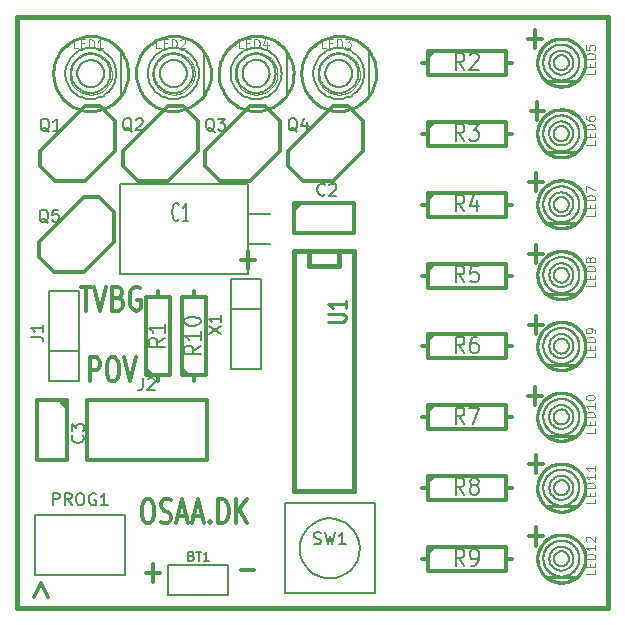
<source format=gto>
G04 (created by PCBNEW-RS274X (2010-05-05 BZR 2356)-stable) date 13-12-2010 10:38:44*
G01*
G70*
G90*
%MOIN*%
G04 Gerber Fmt 3.4, Leading zero omitted, Abs format*
%FSLAX34Y34*%
G04 APERTURE LIST*
%ADD10C,0.006000*%
%ADD11C,0.012000*%
%ADD12C,0.015000*%
%ADD13C,0.005000*%
%ADD14C,0.008000*%
%ADD15C,0.003000*%
%ADD16C,0.010000*%
%ADD17C,0.003500*%
%ADD18C,0.011300*%
G04 APERTURE END LIST*
G54D10*
G54D11*
X27410Y-25373D02*
X27867Y-25373D01*
X27638Y-25678D02*
X27638Y-25068D01*
X27410Y-22972D02*
X27867Y-22972D01*
X27638Y-23277D02*
X27638Y-22667D01*
X27370Y-20688D02*
X27827Y-20688D01*
X27598Y-20993D02*
X27598Y-20383D01*
X27410Y-18326D02*
X27867Y-18326D01*
X27638Y-18631D02*
X27638Y-18021D01*
X27410Y-15964D02*
X27867Y-15964D01*
X27638Y-16269D02*
X27638Y-15659D01*
X27410Y-13562D02*
X27867Y-13562D01*
X27638Y-13867D02*
X27638Y-13257D01*
X27449Y-11200D02*
X27906Y-11200D01*
X27677Y-11505D02*
X27677Y-10895D01*
X27370Y-08799D02*
X27827Y-08799D01*
X27598Y-09104D02*
X27598Y-08494D01*
X17803Y-16161D02*
X18260Y-16161D01*
X18031Y-16466D02*
X18031Y-15856D01*
X17782Y-26495D02*
X18239Y-26495D01*
X14640Y-24131D02*
X14754Y-24131D01*
X14812Y-24169D01*
X14869Y-24245D01*
X14897Y-24397D01*
X14897Y-24664D01*
X14869Y-24817D01*
X14812Y-24893D01*
X14754Y-24931D01*
X14640Y-24931D01*
X14583Y-24893D01*
X14526Y-24817D01*
X14497Y-24664D01*
X14497Y-24397D01*
X14526Y-24245D01*
X14583Y-24169D01*
X14640Y-24131D01*
X15126Y-24893D02*
X15212Y-24931D01*
X15355Y-24931D01*
X15412Y-24893D01*
X15441Y-24855D01*
X15469Y-24778D01*
X15469Y-24702D01*
X15441Y-24626D01*
X15412Y-24588D01*
X15355Y-24550D01*
X15241Y-24512D01*
X15183Y-24474D01*
X15155Y-24436D01*
X15126Y-24359D01*
X15126Y-24283D01*
X15155Y-24207D01*
X15183Y-24169D01*
X15241Y-24131D01*
X15383Y-24131D01*
X15469Y-24169D01*
X15697Y-24702D02*
X15983Y-24702D01*
X15640Y-24931D02*
X15840Y-24131D01*
X16040Y-24931D01*
X16211Y-24702D02*
X16497Y-24702D01*
X16154Y-24931D02*
X16354Y-24131D01*
X16554Y-24931D01*
X16754Y-24855D02*
X16782Y-24893D01*
X16754Y-24931D01*
X16725Y-24893D01*
X16754Y-24855D01*
X16754Y-24931D01*
X17040Y-24931D02*
X17040Y-24131D01*
X17183Y-24131D01*
X17268Y-24169D01*
X17326Y-24245D01*
X17354Y-24321D01*
X17383Y-24474D01*
X17383Y-24588D01*
X17354Y-24740D01*
X17326Y-24817D01*
X17268Y-24893D01*
X17183Y-24931D01*
X17040Y-24931D01*
X17640Y-24931D02*
X17640Y-24131D01*
X17983Y-24931D02*
X17726Y-24474D01*
X17983Y-24131D02*
X17640Y-24588D01*
X12456Y-17044D02*
X12799Y-17044D01*
X12628Y-17844D02*
X12628Y-17044D01*
X12913Y-17044D02*
X13113Y-17844D01*
X13313Y-17044D01*
X13713Y-17425D02*
X13799Y-17463D01*
X13827Y-17501D01*
X13856Y-17577D01*
X13856Y-17691D01*
X13827Y-17768D01*
X13799Y-17806D01*
X13741Y-17844D01*
X13513Y-17844D01*
X13513Y-17044D01*
X13713Y-17044D01*
X13770Y-17082D01*
X13799Y-17120D01*
X13827Y-17196D01*
X13827Y-17272D01*
X13799Y-17349D01*
X13770Y-17387D01*
X13713Y-17425D01*
X13513Y-17425D01*
X14427Y-17082D02*
X14370Y-17044D01*
X14284Y-17044D01*
X14199Y-17082D01*
X14141Y-17158D01*
X14113Y-17234D01*
X14084Y-17387D01*
X14084Y-17501D01*
X14113Y-17653D01*
X14141Y-17730D01*
X14199Y-17806D01*
X14284Y-17844D01*
X14341Y-17844D01*
X14427Y-17806D01*
X14456Y-17768D01*
X14456Y-17501D01*
X14341Y-17501D01*
X12756Y-20206D02*
X12756Y-19406D01*
X12984Y-19406D01*
X13042Y-19444D01*
X13070Y-19482D01*
X13099Y-19558D01*
X13099Y-19672D01*
X13070Y-19749D01*
X13042Y-19787D01*
X12984Y-19825D01*
X12756Y-19825D01*
X13470Y-19406D02*
X13584Y-19406D01*
X13642Y-19444D01*
X13699Y-19520D01*
X13727Y-19672D01*
X13727Y-19939D01*
X13699Y-20092D01*
X13642Y-20168D01*
X13584Y-20206D01*
X13470Y-20206D01*
X13413Y-20168D01*
X13356Y-20092D01*
X13327Y-19939D01*
X13327Y-19672D01*
X13356Y-19520D01*
X13413Y-19444D01*
X13470Y-19406D01*
X13899Y-19406D02*
X14099Y-20206D01*
X14299Y-19406D01*
G54D12*
X10335Y-27756D02*
X30020Y-27756D01*
X10335Y-08071D02*
X10335Y-27756D01*
X30020Y-08071D02*
X10335Y-08071D01*
X30020Y-27756D02*
X30020Y-08071D01*
G54D11*
X10912Y-27394D02*
X11141Y-26937D01*
X11370Y-27394D01*
X14632Y-26594D02*
X15089Y-26594D01*
X14860Y-26899D02*
X14860Y-26289D01*
G54D10*
X17453Y-16807D02*
X18453Y-16807D01*
X18453Y-16807D02*
X18453Y-19807D01*
X18453Y-19807D02*
X17453Y-19807D01*
X17453Y-19807D02*
X17453Y-16807D01*
X18453Y-17807D02*
X17453Y-17807D01*
G54D13*
X21758Y-25776D02*
X21738Y-25970D01*
X21682Y-26157D01*
X21590Y-26329D01*
X21467Y-26480D01*
X21317Y-26605D01*
X21145Y-26697D01*
X20959Y-26755D01*
X20764Y-26775D01*
X20571Y-26758D01*
X20384Y-26703D01*
X20211Y-26612D01*
X20059Y-26490D01*
X19933Y-26340D01*
X19839Y-26169D01*
X19780Y-25983D01*
X19759Y-25789D01*
X19775Y-25596D01*
X19829Y-25408D01*
X19918Y-25235D01*
X20039Y-25082D01*
X20188Y-24955D01*
X20358Y-24860D01*
X20544Y-24800D01*
X20738Y-24777D01*
X20931Y-24792D01*
X21119Y-24844D01*
X21293Y-24932D01*
X21447Y-25052D01*
X21575Y-25200D01*
X21671Y-25370D01*
X21733Y-25555D01*
X21757Y-25749D01*
X21758Y-25776D01*
X19258Y-24276D02*
X22258Y-24276D01*
X22258Y-24276D02*
X22258Y-27276D01*
X22258Y-27276D02*
X19258Y-27276D01*
X19258Y-24276D02*
X19258Y-27276D01*
G54D14*
X19319Y-10694D02*
X19319Y-09194D01*
G54D15*
X19006Y-09944D02*
X18992Y-10081D01*
X18952Y-10213D01*
X18887Y-10335D01*
X18800Y-10442D01*
X18694Y-10530D01*
X18572Y-10595D01*
X18441Y-10636D01*
X18303Y-10650D01*
X18167Y-10638D01*
X18035Y-10599D01*
X17912Y-10535D01*
X17805Y-10449D01*
X17716Y-10343D01*
X17650Y-10222D01*
X17608Y-10090D01*
X17593Y-09953D01*
X17604Y-09817D01*
X17642Y-09684D01*
X17705Y-09562D01*
X17791Y-09453D01*
X17896Y-09364D01*
X18016Y-09297D01*
X18148Y-09254D01*
X18285Y-09238D01*
X18421Y-09248D01*
X18554Y-09285D01*
X18677Y-09348D01*
X18786Y-09433D01*
X18876Y-09537D01*
X18944Y-09657D01*
X18988Y-09788D01*
X19005Y-09925D01*
X19006Y-09944D01*
G54D16*
X19298Y-09194D02*
X19229Y-09110D01*
X19153Y-09032D01*
X19070Y-08961D01*
X18981Y-08897D01*
X18887Y-08842D01*
X18789Y-08795D01*
X18687Y-08756D01*
X18582Y-08727D01*
X18475Y-08707D01*
X18366Y-08696D01*
X18258Y-08695D01*
X18149Y-08704D01*
X18042Y-08721D01*
X17936Y-08748D01*
X17833Y-08785D01*
X17734Y-08830D01*
X17639Y-08883D01*
X17549Y-08945D01*
X17465Y-09014D01*
X17387Y-09090D01*
X17316Y-09173D01*
X17252Y-09262D01*
X17197Y-09356D01*
X17150Y-09454D01*
X17111Y-09556D01*
X17082Y-09661D01*
X17062Y-09768D01*
X17051Y-09877D01*
X17050Y-09985D01*
X17059Y-10094D01*
X17076Y-10201D01*
X17103Y-10307D01*
X17140Y-10410D01*
X17185Y-10509D01*
X17238Y-10604D01*
X17300Y-10694D01*
X17369Y-10778D01*
X17445Y-10856D01*
X17528Y-10927D01*
X17617Y-10991D01*
X17711Y-11046D01*
X17809Y-11093D01*
X17911Y-11132D01*
X18016Y-11161D01*
X18123Y-11181D01*
X18232Y-11192D01*
X18340Y-11193D01*
X18449Y-11184D01*
X18556Y-11167D01*
X18662Y-11140D01*
X18765Y-11103D01*
X18864Y-11058D01*
X18959Y-11005D01*
X19049Y-10943D01*
X19133Y-10874D01*
X19211Y-10798D01*
X19282Y-10715D01*
X19346Y-10626D01*
X19401Y-10532D01*
X19448Y-10434D01*
X19487Y-10332D01*
X19516Y-10227D01*
X19536Y-10120D01*
X19547Y-10011D01*
X19548Y-09903D01*
X19539Y-09794D01*
X19522Y-09687D01*
X19495Y-09581D01*
X19458Y-09478D01*
X19413Y-09379D01*
X19360Y-09284D01*
X19298Y-09194D01*
X19229Y-09110D01*
X19153Y-09032D01*
X19070Y-08961D01*
X18981Y-08897D01*
X18887Y-08842D01*
X18789Y-08795D01*
X18687Y-08756D01*
X18582Y-08727D01*
X18475Y-08707D01*
X18366Y-08696D01*
X18258Y-08695D01*
X18149Y-08704D01*
X18042Y-08721D01*
X17936Y-08748D01*
X17833Y-08785D01*
X17734Y-08830D01*
X17639Y-08883D01*
X17549Y-08945D01*
X17465Y-09014D01*
X17387Y-09090D01*
X17316Y-09173D01*
X17252Y-09262D01*
X17197Y-09356D01*
X17150Y-09454D01*
X17111Y-09556D01*
X17082Y-09661D01*
X17062Y-09768D01*
X17051Y-09877D01*
X17050Y-09985D01*
X17059Y-10094D01*
X17076Y-10201D01*
X17103Y-10307D01*
X17140Y-10410D01*
X17185Y-10509D01*
X17238Y-10604D01*
X17300Y-10694D01*
X17369Y-10778D01*
X17445Y-10856D01*
X17528Y-10927D01*
X17617Y-10991D01*
X17711Y-11046D01*
X17809Y-11093D01*
X17911Y-11132D01*
X18016Y-11161D01*
X18123Y-11181D01*
X18232Y-11192D01*
X18340Y-11193D01*
X18449Y-11184D01*
X18556Y-11167D01*
X18662Y-11140D01*
X18765Y-11103D01*
X18864Y-11058D01*
X18959Y-11005D01*
X19049Y-10943D01*
X19133Y-10874D01*
X19211Y-10798D01*
X19282Y-10715D01*
X19298Y-10694D01*
G54D10*
X18299Y-09494D02*
X18260Y-09496D01*
X18221Y-09501D01*
X18183Y-09510D01*
X18146Y-09522D01*
X18109Y-09537D01*
X18074Y-09555D01*
X18041Y-09576D01*
X18010Y-09600D01*
X17981Y-09626D01*
X17955Y-09655D01*
X17931Y-09686D01*
X17910Y-09720D01*
X17892Y-09754D01*
X17877Y-09791D01*
X17865Y-09828D01*
X17856Y-09866D01*
X17851Y-09905D01*
X17849Y-09944D01*
X17851Y-09983D01*
X17856Y-10022D01*
X17865Y-10060D01*
X17877Y-10097D01*
X17892Y-10134D01*
X17910Y-10168D01*
X17931Y-10202D01*
X17955Y-10233D01*
X17981Y-10262D01*
X18010Y-10288D01*
X18041Y-10312D01*
X18075Y-10333D01*
X18109Y-10351D01*
X18146Y-10366D01*
X18183Y-10378D01*
X18221Y-10387D01*
X18260Y-10392D01*
X18299Y-10394D01*
X18338Y-10392D01*
X18377Y-10387D01*
X18415Y-10378D01*
X18452Y-10366D01*
X18489Y-10351D01*
X18524Y-10333D01*
X18557Y-10312D01*
X18588Y-10288D01*
X18617Y-10262D01*
X18643Y-10233D01*
X18667Y-10202D01*
X18688Y-10168D01*
X18706Y-10134D01*
X18721Y-10097D01*
X18733Y-10060D01*
X18742Y-10022D01*
X18747Y-09983D01*
X18749Y-09944D01*
X18747Y-09905D01*
X18742Y-09866D01*
X18733Y-09828D01*
X18721Y-09791D01*
X18706Y-09754D01*
X18688Y-09720D01*
X18667Y-09686D01*
X18643Y-09655D01*
X18617Y-09626D01*
X18588Y-09600D01*
X18557Y-09576D01*
X18524Y-09555D01*
X18489Y-09537D01*
X18452Y-09522D01*
X18415Y-09510D01*
X18377Y-09501D01*
X18338Y-09496D01*
X18299Y-09494D01*
X18260Y-09496D01*
X18221Y-09501D01*
X18183Y-09510D01*
X18146Y-09522D01*
X18109Y-09537D01*
X18075Y-09555D01*
X18041Y-09576D01*
X18010Y-09600D01*
X17981Y-09626D01*
X17955Y-09655D01*
X17931Y-09686D01*
X17910Y-09720D01*
X17892Y-09754D01*
X17877Y-09791D01*
X17865Y-09828D01*
X17856Y-09866D01*
X17851Y-09905D01*
X17849Y-09944D01*
X18299Y-10394D02*
X18338Y-10392D01*
X18377Y-10387D01*
X18415Y-10378D01*
X18452Y-10366D01*
X18489Y-10351D01*
X18524Y-10333D01*
X18557Y-10312D01*
X18588Y-10288D01*
X18617Y-10262D01*
X18643Y-10233D01*
X18667Y-10202D01*
X18688Y-10169D01*
X18706Y-10134D01*
X18721Y-10097D01*
X18733Y-10060D01*
X18742Y-10022D01*
X18747Y-09983D01*
X18749Y-09944D01*
X18747Y-09905D01*
X18742Y-09866D01*
X18733Y-09828D01*
X18721Y-09791D01*
X18706Y-09754D01*
X18688Y-09719D01*
X18667Y-09686D01*
X18643Y-09655D01*
X18617Y-09626D01*
X18588Y-09600D01*
X18557Y-09576D01*
X18524Y-09555D01*
X18489Y-09537D01*
X18452Y-09522D01*
X18415Y-09510D01*
X18377Y-09501D01*
X18338Y-09496D01*
X18299Y-09494D01*
X18260Y-09496D01*
X18221Y-09501D01*
X18183Y-09510D01*
X18146Y-09522D01*
X18109Y-09537D01*
X18074Y-09555D01*
X18041Y-09576D01*
X18010Y-09600D01*
X17981Y-09626D01*
X17955Y-09655D01*
X17931Y-09686D01*
X17910Y-09720D01*
X17892Y-09754D01*
X17877Y-09791D01*
X17865Y-09828D01*
X17856Y-09866D01*
X17851Y-09905D01*
X17849Y-09944D01*
X17851Y-09983D01*
X17856Y-10022D01*
X17865Y-10060D01*
X17877Y-10097D01*
X17892Y-10134D01*
X17910Y-10168D01*
X17931Y-10202D01*
X17955Y-10233D01*
X17981Y-10262D01*
X18010Y-10288D01*
X18041Y-10312D01*
X18075Y-10333D01*
X18109Y-10351D01*
X18146Y-10366D01*
X18183Y-10378D01*
X18221Y-10387D01*
X18260Y-10392D01*
X18299Y-10394D01*
X18338Y-10392D01*
X18377Y-10387D01*
X18415Y-10378D01*
X18452Y-10366D01*
X18489Y-10351D01*
X18524Y-10333D01*
X18557Y-10312D01*
X18588Y-10288D01*
X18617Y-10262D01*
X18643Y-10233D01*
X18667Y-10202D01*
X18688Y-10168D01*
X18706Y-10134D01*
X18721Y-10097D01*
X18733Y-10060D01*
X18742Y-10022D01*
X18747Y-09983D01*
X18749Y-09944D01*
X18299Y-09294D02*
X18243Y-09297D01*
X18187Y-09304D01*
X18131Y-09317D01*
X18077Y-09334D01*
X18025Y-09355D01*
X17974Y-09382D01*
X17927Y-09412D01*
X17882Y-09447D01*
X17840Y-09485D01*
X17802Y-09527D01*
X17767Y-09572D01*
X17737Y-09620D01*
X17710Y-09670D01*
X17689Y-09722D01*
X17672Y-09776D01*
X17659Y-09832D01*
X17652Y-09888D01*
X17649Y-09944D01*
X17652Y-10000D01*
X17659Y-10056D01*
X17672Y-10112D01*
X17689Y-10166D01*
X17710Y-10218D01*
X17737Y-10268D01*
X17767Y-10316D01*
X17802Y-10361D01*
X17840Y-10403D01*
X17882Y-10441D01*
X17927Y-10476D01*
X17975Y-10506D01*
X18025Y-10533D01*
X18077Y-10554D01*
X18131Y-10571D01*
X18187Y-10584D01*
X18243Y-10591D01*
X18299Y-10594D01*
X18355Y-10591D01*
X18411Y-10584D01*
X18467Y-10571D01*
X18521Y-10554D01*
X18573Y-10533D01*
X18624Y-10506D01*
X18671Y-10476D01*
X18716Y-10441D01*
X18758Y-10403D01*
X18796Y-10361D01*
X18831Y-10316D01*
X18861Y-10268D01*
X18888Y-10218D01*
X18909Y-10166D01*
X18926Y-10112D01*
X18939Y-10056D01*
X18946Y-10000D01*
X18949Y-09944D01*
X18946Y-09888D01*
X18939Y-09832D01*
X18926Y-09776D01*
X18909Y-09722D01*
X18888Y-09670D01*
X18861Y-09620D01*
X18831Y-09572D01*
X18796Y-09527D01*
X18758Y-09485D01*
X18716Y-09447D01*
X18671Y-09412D01*
X18624Y-09382D01*
X18573Y-09355D01*
X18521Y-09334D01*
X18467Y-09317D01*
X18411Y-09304D01*
X18355Y-09297D01*
X18299Y-09294D01*
X18243Y-09297D01*
X18187Y-09304D01*
X18131Y-09317D01*
X18077Y-09334D01*
X18025Y-09355D01*
X17975Y-09382D01*
X17927Y-09412D01*
X17882Y-09447D01*
X17840Y-09485D01*
X17802Y-09527D01*
X17767Y-09572D01*
X17737Y-09620D01*
X17710Y-09670D01*
X17689Y-09722D01*
X17672Y-09776D01*
X17659Y-09832D01*
X17652Y-09888D01*
X17649Y-09944D01*
X18299Y-10594D02*
X18355Y-10591D01*
X18411Y-10584D01*
X18467Y-10571D01*
X18521Y-10554D01*
X18573Y-10533D01*
X18624Y-10506D01*
X18671Y-10476D01*
X18716Y-10441D01*
X18758Y-10403D01*
X18796Y-10361D01*
X18831Y-10316D01*
X18861Y-10269D01*
X18888Y-10218D01*
X18909Y-10166D01*
X18926Y-10112D01*
X18939Y-10056D01*
X18946Y-10000D01*
X18949Y-09944D01*
X18946Y-09888D01*
X18939Y-09832D01*
X18926Y-09776D01*
X18909Y-09722D01*
X18888Y-09670D01*
X18861Y-09619D01*
X18831Y-09572D01*
X18796Y-09527D01*
X18758Y-09485D01*
X18716Y-09447D01*
X18671Y-09412D01*
X18624Y-09382D01*
X18573Y-09355D01*
X18521Y-09334D01*
X18467Y-09317D01*
X18411Y-09304D01*
X18355Y-09297D01*
X18299Y-09294D01*
X18243Y-09297D01*
X18187Y-09304D01*
X18131Y-09317D01*
X18077Y-09334D01*
X18025Y-09355D01*
X17974Y-09382D01*
X17927Y-09412D01*
X17882Y-09447D01*
X17840Y-09485D01*
X17802Y-09527D01*
X17767Y-09572D01*
X17737Y-09620D01*
X17710Y-09670D01*
X17689Y-09722D01*
X17672Y-09776D01*
X17659Y-09832D01*
X17652Y-09888D01*
X17649Y-09944D01*
X17652Y-10000D01*
X17659Y-10056D01*
X17672Y-10112D01*
X17689Y-10166D01*
X17710Y-10218D01*
X17737Y-10268D01*
X17767Y-10316D01*
X17802Y-10361D01*
X17840Y-10403D01*
X17882Y-10441D01*
X17927Y-10476D01*
X17975Y-10506D01*
X18025Y-10533D01*
X18077Y-10554D01*
X18131Y-10571D01*
X18187Y-10584D01*
X18243Y-10591D01*
X18299Y-10594D01*
X18355Y-10591D01*
X18411Y-10584D01*
X18467Y-10571D01*
X18521Y-10554D01*
X18573Y-10533D01*
X18624Y-10506D01*
X18671Y-10476D01*
X18716Y-10441D01*
X18758Y-10403D01*
X18796Y-10361D01*
X18831Y-10316D01*
X18861Y-10268D01*
X18888Y-10218D01*
X18909Y-10166D01*
X18926Y-10112D01*
X18939Y-10056D01*
X18946Y-10000D01*
X18949Y-09944D01*
X18299Y-09094D02*
X18225Y-09098D01*
X18152Y-09107D01*
X18080Y-09123D01*
X18009Y-09146D01*
X17940Y-09174D01*
X17874Y-09208D01*
X17812Y-09248D01*
X17753Y-09293D01*
X17698Y-09343D01*
X17648Y-09398D01*
X17603Y-09457D01*
X17563Y-09520D01*
X17529Y-09585D01*
X17501Y-09654D01*
X17478Y-09725D01*
X17462Y-09797D01*
X17453Y-09870D01*
X17449Y-09944D01*
X17453Y-10018D01*
X17462Y-10091D01*
X17478Y-10163D01*
X17501Y-10234D01*
X17529Y-10303D01*
X17563Y-10368D01*
X17603Y-10431D01*
X17648Y-10490D01*
X17698Y-10545D01*
X17753Y-10595D01*
X17812Y-10640D01*
X17875Y-10680D01*
X17940Y-10714D01*
X18009Y-10742D01*
X18080Y-10765D01*
X18152Y-10781D01*
X18225Y-10790D01*
X18299Y-10794D01*
X18373Y-10790D01*
X18446Y-10781D01*
X18518Y-10765D01*
X18589Y-10742D01*
X18658Y-10714D01*
X18724Y-10680D01*
X18786Y-10640D01*
X18845Y-10595D01*
X18900Y-10545D01*
X18950Y-10490D01*
X18995Y-10431D01*
X19035Y-10368D01*
X19069Y-10303D01*
X19097Y-10234D01*
X19120Y-10163D01*
X19136Y-10091D01*
X19145Y-10018D01*
X19149Y-09944D01*
X19145Y-09870D01*
X19136Y-09797D01*
X19120Y-09725D01*
X19097Y-09654D01*
X19069Y-09585D01*
X19035Y-09520D01*
X18995Y-09457D01*
X18950Y-09398D01*
X18900Y-09343D01*
X18845Y-09293D01*
X18786Y-09248D01*
X18724Y-09208D01*
X18658Y-09174D01*
X18589Y-09146D01*
X18518Y-09123D01*
X18446Y-09107D01*
X18373Y-09098D01*
X18299Y-09094D01*
X18225Y-09098D01*
X18152Y-09107D01*
X18080Y-09123D01*
X18009Y-09146D01*
X17940Y-09174D01*
X17875Y-09208D01*
X17812Y-09248D01*
X17753Y-09293D01*
X17698Y-09343D01*
X17648Y-09398D01*
X17603Y-09457D01*
X17563Y-09520D01*
X17529Y-09585D01*
X17501Y-09654D01*
X17478Y-09725D01*
X17462Y-09797D01*
X17453Y-09870D01*
X17449Y-09944D01*
X18299Y-10794D02*
X18373Y-10790D01*
X18446Y-10781D01*
X18518Y-10765D01*
X18589Y-10742D01*
X18658Y-10714D01*
X18724Y-10680D01*
X18786Y-10640D01*
X18845Y-10595D01*
X18900Y-10545D01*
X18950Y-10490D01*
X18995Y-10431D01*
X19035Y-10369D01*
X19069Y-10303D01*
X19097Y-10234D01*
X19120Y-10163D01*
X19136Y-10091D01*
X19145Y-10018D01*
X19149Y-09944D01*
X19145Y-09870D01*
X19136Y-09797D01*
X19120Y-09725D01*
X19097Y-09654D01*
X19069Y-09585D01*
X19035Y-09519D01*
X18995Y-09457D01*
X18950Y-09398D01*
X18900Y-09343D01*
X18845Y-09293D01*
X18786Y-09248D01*
X18724Y-09208D01*
X18658Y-09174D01*
X18589Y-09146D01*
X18518Y-09123D01*
X18446Y-09107D01*
X18373Y-09098D01*
X18299Y-09094D01*
X18225Y-09098D01*
X18152Y-09107D01*
X18080Y-09123D01*
X18009Y-09146D01*
X17940Y-09174D01*
X17874Y-09208D01*
X17812Y-09248D01*
X17753Y-09293D01*
X17698Y-09343D01*
X17648Y-09398D01*
X17603Y-09457D01*
X17563Y-09520D01*
X17529Y-09585D01*
X17501Y-09654D01*
X17478Y-09725D01*
X17462Y-09797D01*
X17453Y-09870D01*
X17449Y-09944D01*
X17453Y-10018D01*
X17462Y-10091D01*
X17478Y-10163D01*
X17501Y-10234D01*
X17529Y-10303D01*
X17563Y-10368D01*
X17603Y-10431D01*
X17648Y-10490D01*
X17698Y-10545D01*
X17753Y-10595D01*
X17812Y-10640D01*
X17875Y-10680D01*
X17940Y-10714D01*
X18009Y-10742D01*
X18080Y-10765D01*
X18152Y-10781D01*
X18225Y-10790D01*
X18299Y-10794D01*
X18373Y-10790D01*
X18446Y-10781D01*
X18518Y-10765D01*
X18589Y-10742D01*
X18658Y-10714D01*
X18724Y-10680D01*
X18786Y-10640D01*
X18845Y-10595D01*
X18900Y-10545D01*
X18950Y-10490D01*
X18995Y-10431D01*
X19035Y-10368D01*
X19069Y-10303D01*
X19097Y-10234D01*
X19120Y-10163D01*
X19136Y-10091D01*
X19145Y-10018D01*
X19149Y-09944D01*
G54D14*
X22077Y-10693D02*
X22077Y-09193D01*
G54D15*
X21764Y-09943D02*
X21750Y-10080D01*
X21710Y-10212D01*
X21645Y-10334D01*
X21558Y-10441D01*
X21452Y-10529D01*
X21330Y-10594D01*
X21199Y-10635D01*
X21061Y-10649D01*
X20925Y-10637D01*
X20793Y-10598D01*
X20670Y-10534D01*
X20563Y-10448D01*
X20474Y-10342D01*
X20408Y-10221D01*
X20366Y-10089D01*
X20351Y-09952D01*
X20362Y-09816D01*
X20400Y-09683D01*
X20463Y-09561D01*
X20549Y-09452D01*
X20654Y-09363D01*
X20774Y-09296D01*
X20906Y-09253D01*
X21043Y-09237D01*
X21179Y-09247D01*
X21312Y-09284D01*
X21435Y-09347D01*
X21544Y-09432D01*
X21634Y-09536D01*
X21702Y-09656D01*
X21746Y-09787D01*
X21763Y-09924D01*
X21764Y-09943D01*
G54D16*
X22056Y-09193D02*
X21987Y-09109D01*
X21911Y-09031D01*
X21828Y-08960D01*
X21739Y-08896D01*
X21645Y-08841D01*
X21547Y-08794D01*
X21445Y-08755D01*
X21340Y-08726D01*
X21233Y-08706D01*
X21124Y-08695D01*
X21016Y-08694D01*
X20907Y-08703D01*
X20800Y-08720D01*
X20694Y-08747D01*
X20591Y-08784D01*
X20492Y-08829D01*
X20397Y-08882D01*
X20307Y-08944D01*
X20223Y-09013D01*
X20145Y-09089D01*
X20074Y-09172D01*
X20010Y-09261D01*
X19955Y-09355D01*
X19908Y-09453D01*
X19869Y-09555D01*
X19840Y-09660D01*
X19820Y-09767D01*
X19809Y-09876D01*
X19808Y-09984D01*
X19817Y-10093D01*
X19834Y-10200D01*
X19861Y-10306D01*
X19898Y-10409D01*
X19943Y-10508D01*
X19996Y-10603D01*
X20058Y-10693D01*
X20127Y-10777D01*
X20203Y-10855D01*
X20286Y-10926D01*
X20375Y-10990D01*
X20469Y-11045D01*
X20567Y-11092D01*
X20669Y-11131D01*
X20774Y-11160D01*
X20881Y-11180D01*
X20990Y-11191D01*
X21098Y-11192D01*
X21207Y-11183D01*
X21314Y-11166D01*
X21420Y-11139D01*
X21523Y-11102D01*
X21622Y-11057D01*
X21717Y-11004D01*
X21807Y-10942D01*
X21891Y-10873D01*
X21969Y-10797D01*
X22040Y-10714D01*
X22104Y-10625D01*
X22159Y-10531D01*
X22206Y-10433D01*
X22245Y-10331D01*
X22274Y-10226D01*
X22294Y-10119D01*
X22305Y-10010D01*
X22306Y-09902D01*
X22297Y-09793D01*
X22280Y-09686D01*
X22253Y-09580D01*
X22216Y-09477D01*
X22171Y-09378D01*
X22118Y-09283D01*
X22056Y-09193D01*
X21987Y-09109D01*
X21911Y-09031D01*
X21828Y-08960D01*
X21739Y-08896D01*
X21645Y-08841D01*
X21547Y-08794D01*
X21445Y-08755D01*
X21340Y-08726D01*
X21233Y-08706D01*
X21124Y-08695D01*
X21016Y-08694D01*
X20907Y-08703D01*
X20800Y-08720D01*
X20694Y-08747D01*
X20591Y-08784D01*
X20492Y-08829D01*
X20397Y-08882D01*
X20307Y-08944D01*
X20223Y-09013D01*
X20145Y-09089D01*
X20074Y-09172D01*
X20010Y-09261D01*
X19955Y-09355D01*
X19908Y-09453D01*
X19869Y-09555D01*
X19840Y-09660D01*
X19820Y-09767D01*
X19809Y-09876D01*
X19808Y-09984D01*
X19817Y-10093D01*
X19834Y-10200D01*
X19861Y-10306D01*
X19898Y-10409D01*
X19943Y-10508D01*
X19996Y-10603D01*
X20058Y-10693D01*
X20127Y-10777D01*
X20203Y-10855D01*
X20286Y-10926D01*
X20375Y-10990D01*
X20469Y-11045D01*
X20567Y-11092D01*
X20669Y-11131D01*
X20774Y-11160D01*
X20881Y-11180D01*
X20990Y-11191D01*
X21098Y-11192D01*
X21207Y-11183D01*
X21314Y-11166D01*
X21420Y-11139D01*
X21523Y-11102D01*
X21622Y-11057D01*
X21717Y-11004D01*
X21807Y-10942D01*
X21891Y-10873D01*
X21969Y-10797D01*
X22040Y-10714D01*
X22056Y-10693D01*
G54D10*
X21057Y-09493D02*
X21018Y-09495D01*
X20979Y-09500D01*
X20941Y-09509D01*
X20904Y-09521D01*
X20867Y-09536D01*
X20832Y-09554D01*
X20799Y-09575D01*
X20768Y-09599D01*
X20739Y-09625D01*
X20713Y-09654D01*
X20689Y-09685D01*
X20668Y-09719D01*
X20650Y-09753D01*
X20635Y-09790D01*
X20623Y-09827D01*
X20614Y-09865D01*
X20609Y-09904D01*
X20607Y-09943D01*
X20609Y-09982D01*
X20614Y-10021D01*
X20623Y-10059D01*
X20635Y-10096D01*
X20650Y-10133D01*
X20668Y-10167D01*
X20689Y-10201D01*
X20713Y-10232D01*
X20739Y-10261D01*
X20768Y-10287D01*
X20799Y-10311D01*
X20833Y-10332D01*
X20867Y-10350D01*
X20904Y-10365D01*
X20941Y-10377D01*
X20979Y-10386D01*
X21018Y-10391D01*
X21057Y-10393D01*
X21096Y-10391D01*
X21135Y-10386D01*
X21173Y-10377D01*
X21210Y-10365D01*
X21247Y-10350D01*
X21282Y-10332D01*
X21315Y-10311D01*
X21346Y-10287D01*
X21375Y-10261D01*
X21401Y-10232D01*
X21425Y-10201D01*
X21446Y-10167D01*
X21464Y-10133D01*
X21479Y-10096D01*
X21491Y-10059D01*
X21500Y-10021D01*
X21505Y-09982D01*
X21507Y-09943D01*
X21505Y-09904D01*
X21500Y-09865D01*
X21491Y-09827D01*
X21479Y-09790D01*
X21464Y-09753D01*
X21446Y-09719D01*
X21425Y-09685D01*
X21401Y-09654D01*
X21375Y-09625D01*
X21346Y-09599D01*
X21315Y-09575D01*
X21282Y-09554D01*
X21247Y-09536D01*
X21210Y-09521D01*
X21173Y-09509D01*
X21135Y-09500D01*
X21096Y-09495D01*
X21057Y-09493D01*
X21018Y-09495D01*
X20979Y-09500D01*
X20941Y-09509D01*
X20904Y-09521D01*
X20867Y-09536D01*
X20833Y-09554D01*
X20799Y-09575D01*
X20768Y-09599D01*
X20739Y-09625D01*
X20713Y-09654D01*
X20689Y-09685D01*
X20668Y-09719D01*
X20650Y-09753D01*
X20635Y-09790D01*
X20623Y-09827D01*
X20614Y-09865D01*
X20609Y-09904D01*
X20607Y-09943D01*
X21057Y-10393D02*
X21096Y-10391D01*
X21135Y-10386D01*
X21173Y-10377D01*
X21210Y-10365D01*
X21247Y-10350D01*
X21282Y-10332D01*
X21315Y-10311D01*
X21346Y-10287D01*
X21375Y-10261D01*
X21401Y-10232D01*
X21425Y-10201D01*
X21446Y-10168D01*
X21464Y-10133D01*
X21479Y-10096D01*
X21491Y-10059D01*
X21500Y-10021D01*
X21505Y-09982D01*
X21507Y-09943D01*
X21505Y-09904D01*
X21500Y-09865D01*
X21491Y-09827D01*
X21479Y-09790D01*
X21464Y-09753D01*
X21446Y-09718D01*
X21425Y-09685D01*
X21401Y-09654D01*
X21375Y-09625D01*
X21346Y-09599D01*
X21315Y-09575D01*
X21282Y-09554D01*
X21247Y-09536D01*
X21210Y-09521D01*
X21173Y-09509D01*
X21135Y-09500D01*
X21096Y-09495D01*
X21057Y-09493D01*
X21018Y-09495D01*
X20979Y-09500D01*
X20941Y-09509D01*
X20904Y-09521D01*
X20867Y-09536D01*
X20832Y-09554D01*
X20799Y-09575D01*
X20768Y-09599D01*
X20739Y-09625D01*
X20713Y-09654D01*
X20689Y-09685D01*
X20668Y-09719D01*
X20650Y-09753D01*
X20635Y-09790D01*
X20623Y-09827D01*
X20614Y-09865D01*
X20609Y-09904D01*
X20607Y-09943D01*
X20609Y-09982D01*
X20614Y-10021D01*
X20623Y-10059D01*
X20635Y-10096D01*
X20650Y-10133D01*
X20668Y-10167D01*
X20689Y-10201D01*
X20713Y-10232D01*
X20739Y-10261D01*
X20768Y-10287D01*
X20799Y-10311D01*
X20833Y-10332D01*
X20867Y-10350D01*
X20904Y-10365D01*
X20941Y-10377D01*
X20979Y-10386D01*
X21018Y-10391D01*
X21057Y-10393D01*
X21096Y-10391D01*
X21135Y-10386D01*
X21173Y-10377D01*
X21210Y-10365D01*
X21247Y-10350D01*
X21282Y-10332D01*
X21315Y-10311D01*
X21346Y-10287D01*
X21375Y-10261D01*
X21401Y-10232D01*
X21425Y-10201D01*
X21446Y-10167D01*
X21464Y-10133D01*
X21479Y-10096D01*
X21491Y-10059D01*
X21500Y-10021D01*
X21505Y-09982D01*
X21507Y-09943D01*
X21057Y-09293D02*
X21001Y-09296D01*
X20945Y-09303D01*
X20889Y-09316D01*
X20835Y-09333D01*
X20783Y-09354D01*
X20732Y-09381D01*
X20685Y-09411D01*
X20640Y-09446D01*
X20598Y-09484D01*
X20560Y-09526D01*
X20525Y-09571D01*
X20495Y-09619D01*
X20468Y-09669D01*
X20447Y-09721D01*
X20430Y-09775D01*
X20417Y-09831D01*
X20410Y-09887D01*
X20407Y-09943D01*
X20410Y-09999D01*
X20417Y-10055D01*
X20430Y-10111D01*
X20447Y-10165D01*
X20468Y-10217D01*
X20495Y-10267D01*
X20525Y-10315D01*
X20560Y-10360D01*
X20598Y-10402D01*
X20640Y-10440D01*
X20685Y-10475D01*
X20733Y-10505D01*
X20783Y-10532D01*
X20835Y-10553D01*
X20889Y-10570D01*
X20945Y-10583D01*
X21001Y-10590D01*
X21057Y-10593D01*
X21113Y-10590D01*
X21169Y-10583D01*
X21225Y-10570D01*
X21279Y-10553D01*
X21331Y-10532D01*
X21382Y-10505D01*
X21429Y-10475D01*
X21474Y-10440D01*
X21516Y-10402D01*
X21554Y-10360D01*
X21589Y-10315D01*
X21619Y-10267D01*
X21646Y-10217D01*
X21667Y-10165D01*
X21684Y-10111D01*
X21697Y-10055D01*
X21704Y-09999D01*
X21707Y-09943D01*
X21704Y-09887D01*
X21697Y-09831D01*
X21684Y-09775D01*
X21667Y-09721D01*
X21646Y-09669D01*
X21619Y-09619D01*
X21589Y-09571D01*
X21554Y-09526D01*
X21516Y-09484D01*
X21474Y-09446D01*
X21429Y-09411D01*
X21382Y-09381D01*
X21331Y-09354D01*
X21279Y-09333D01*
X21225Y-09316D01*
X21169Y-09303D01*
X21113Y-09296D01*
X21057Y-09293D01*
X21001Y-09296D01*
X20945Y-09303D01*
X20889Y-09316D01*
X20835Y-09333D01*
X20783Y-09354D01*
X20733Y-09381D01*
X20685Y-09411D01*
X20640Y-09446D01*
X20598Y-09484D01*
X20560Y-09526D01*
X20525Y-09571D01*
X20495Y-09619D01*
X20468Y-09669D01*
X20447Y-09721D01*
X20430Y-09775D01*
X20417Y-09831D01*
X20410Y-09887D01*
X20407Y-09943D01*
X21057Y-10593D02*
X21113Y-10590D01*
X21169Y-10583D01*
X21225Y-10570D01*
X21279Y-10553D01*
X21331Y-10532D01*
X21382Y-10505D01*
X21429Y-10475D01*
X21474Y-10440D01*
X21516Y-10402D01*
X21554Y-10360D01*
X21589Y-10315D01*
X21619Y-10268D01*
X21646Y-10217D01*
X21667Y-10165D01*
X21684Y-10111D01*
X21697Y-10055D01*
X21704Y-09999D01*
X21707Y-09943D01*
X21704Y-09887D01*
X21697Y-09831D01*
X21684Y-09775D01*
X21667Y-09721D01*
X21646Y-09669D01*
X21619Y-09618D01*
X21589Y-09571D01*
X21554Y-09526D01*
X21516Y-09484D01*
X21474Y-09446D01*
X21429Y-09411D01*
X21382Y-09381D01*
X21331Y-09354D01*
X21279Y-09333D01*
X21225Y-09316D01*
X21169Y-09303D01*
X21113Y-09296D01*
X21057Y-09293D01*
X21001Y-09296D01*
X20945Y-09303D01*
X20889Y-09316D01*
X20835Y-09333D01*
X20783Y-09354D01*
X20732Y-09381D01*
X20685Y-09411D01*
X20640Y-09446D01*
X20598Y-09484D01*
X20560Y-09526D01*
X20525Y-09571D01*
X20495Y-09619D01*
X20468Y-09669D01*
X20447Y-09721D01*
X20430Y-09775D01*
X20417Y-09831D01*
X20410Y-09887D01*
X20407Y-09943D01*
X20410Y-09999D01*
X20417Y-10055D01*
X20430Y-10111D01*
X20447Y-10165D01*
X20468Y-10217D01*
X20495Y-10267D01*
X20525Y-10315D01*
X20560Y-10360D01*
X20598Y-10402D01*
X20640Y-10440D01*
X20685Y-10475D01*
X20733Y-10505D01*
X20783Y-10532D01*
X20835Y-10553D01*
X20889Y-10570D01*
X20945Y-10583D01*
X21001Y-10590D01*
X21057Y-10593D01*
X21113Y-10590D01*
X21169Y-10583D01*
X21225Y-10570D01*
X21279Y-10553D01*
X21331Y-10532D01*
X21382Y-10505D01*
X21429Y-10475D01*
X21474Y-10440D01*
X21516Y-10402D01*
X21554Y-10360D01*
X21589Y-10315D01*
X21619Y-10267D01*
X21646Y-10217D01*
X21667Y-10165D01*
X21684Y-10111D01*
X21697Y-10055D01*
X21704Y-09999D01*
X21707Y-09943D01*
X21057Y-09093D02*
X20983Y-09097D01*
X20910Y-09106D01*
X20838Y-09122D01*
X20767Y-09145D01*
X20698Y-09173D01*
X20632Y-09207D01*
X20570Y-09247D01*
X20511Y-09292D01*
X20456Y-09342D01*
X20406Y-09397D01*
X20361Y-09456D01*
X20321Y-09519D01*
X20287Y-09584D01*
X20259Y-09653D01*
X20236Y-09724D01*
X20220Y-09796D01*
X20211Y-09869D01*
X20207Y-09943D01*
X20211Y-10017D01*
X20220Y-10090D01*
X20236Y-10162D01*
X20259Y-10233D01*
X20287Y-10302D01*
X20321Y-10367D01*
X20361Y-10430D01*
X20406Y-10489D01*
X20456Y-10544D01*
X20511Y-10594D01*
X20570Y-10639D01*
X20633Y-10679D01*
X20698Y-10713D01*
X20767Y-10741D01*
X20838Y-10764D01*
X20910Y-10780D01*
X20983Y-10789D01*
X21057Y-10793D01*
X21131Y-10789D01*
X21204Y-10780D01*
X21276Y-10764D01*
X21347Y-10741D01*
X21416Y-10713D01*
X21482Y-10679D01*
X21544Y-10639D01*
X21603Y-10594D01*
X21658Y-10544D01*
X21708Y-10489D01*
X21753Y-10430D01*
X21793Y-10367D01*
X21827Y-10302D01*
X21855Y-10233D01*
X21878Y-10162D01*
X21894Y-10090D01*
X21903Y-10017D01*
X21907Y-09943D01*
X21903Y-09869D01*
X21894Y-09796D01*
X21878Y-09724D01*
X21855Y-09653D01*
X21827Y-09584D01*
X21793Y-09519D01*
X21753Y-09456D01*
X21708Y-09397D01*
X21658Y-09342D01*
X21603Y-09292D01*
X21544Y-09247D01*
X21482Y-09207D01*
X21416Y-09173D01*
X21347Y-09145D01*
X21276Y-09122D01*
X21204Y-09106D01*
X21131Y-09097D01*
X21057Y-09093D01*
X20983Y-09097D01*
X20910Y-09106D01*
X20838Y-09122D01*
X20767Y-09145D01*
X20698Y-09173D01*
X20633Y-09207D01*
X20570Y-09247D01*
X20511Y-09292D01*
X20456Y-09342D01*
X20406Y-09397D01*
X20361Y-09456D01*
X20321Y-09519D01*
X20287Y-09584D01*
X20259Y-09653D01*
X20236Y-09724D01*
X20220Y-09796D01*
X20211Y-09869D01*
X20207Y-09943D01*
X21057Y-10793D02*
X21131Y-10789D01*
X21204Y-10780D01*
X21276Y-10764D01*
X21347Y-10741D01*
X21416Y-10713D01*
X21482Y-10679D01*
X21544Y-10639D01*
X21603Y-10594D01*
X21658Y-10544D01*
X21708Y-10489D01*
X21753Y-10430D01*
X21793Y-10368D01*
X21827Y-10302D01*
X21855Y-10233D01*
X21878Y-10162D01*
X21894Y-10090D01*
X21903Y-10017D01*
X21907Y-09943D01*
X21903Y-09869D01*
X21894Y-09796D01*
X21878Y-09724D01*
X21855Y-09653D01*
X21827Y-09584D01*
X21793Y-09518D01*
X21753Y-09456D01*
X21708Y-09397D01*
X21658Y-09342D01*
X21603Y-09292D01*
X21544Y-09247D01*
X21482Y-09207D01*
X21416Y-09173D01*
X21347Y-09145D01*
X21276Y-09122D01*
X21204Y-09106D01*
X21131Y-09097D01*
X21057Y-09093D01*
X20983Y-09097D01*
X20910Y-09106D01*
X20838Y-09122D01*
X20767Y-09145D01*
X20698Y-09173D01*
X20632Y-09207D01*
X20570Y-09247D01*
X20511Y-09292D01*
X20456Y-09342D01*
X20406Y-09397D01*
X20361Y-09456D01*
X20321Y-09519D01*
X20287Y-09584D01*
X20259Y-09653D01*
X20236Y-09724D01*
X20220Y-09796D01*
X20211Y-09869D01*
X20207Y-09943D01*
X20211Y-10017D01*
X20220Y-10090D01*
X20236Y-10162D01*
X20259Y-10233D01*
X20287Y-10302D01*
X20321Y-10367D01*
X20361Y-10430D01*
X20406Y-10489D01*
X20456Y-10544D01*
X20511Y-10594D01*
X20570Y-10639D01*
X20633Y-10679D01*
X20698Y-10713D01*
X20767Y-10741D01*
X20838Y-10764D01*
X20910Y-10780D01*
X20983Y-10789D01*
X21057Y-10793D01*
X21131Y-10789D01*
X21204Y-10780D01*
X21276Y-10764D01*
X21347Y-10741D01*
X21416Y-10713D01*
X21482Y-10679D01*
X21544Y-10639D01*
X21603Y-10594D01*
X21658Y-10544D01*
X21708Y-10489D01*
X21753Y-10430D01*
X21793Y-10367D01*
X21827Y-10302D01*
X21855Y-10233D01*
X21878Y-10162D01*
X21894Y-10090D01*
X21903Y-10017D01*
X21907Y-09943D01*
G54D14*
X16565Y-10694D02*
X16565Y-09194D01*
G54D15*
X16252Y-09944D02*
X16238Y-10081D01*
X16198Y-10213D01*
X16133Y-10335D01*
X16046Y-10442D01*
X15940Y-10530D01*
X15818Y-10595D01*
X15687Y-10636D01*
X15549Y-10650D01*
X15413Y-10638D01*
X15281Y-10599D01*
X15158Y-10535D01*
X15051Y-10449D01*
X14962Y-10343D01*
X14896Y-10222D01*
X14854Y-10090D01*
X14839Y-09953D01*
X14850Y-09817D01*
X14888Y-09684D01*
X14951Y-09562D01*
X15037Y-09453D01*
X15142Y-09364D01*
X15262Y-09297D01*
X15394Y-09254D01*
X15531Y-09238D01*
X15667Y-09248D01*
X15800Y-09285D01*
X15923Y-09348D01*
X16032Y-09433D01*
X16122Y-09537D01*
X16190Y-09657D01*
X16234Y-09788D01*
X16251Y-09925D01*
X16252Y-09944D01*
G54D16*
X16544Y-09194D02*
X16475Y-09110D01*
X16399Y-09032D01*
X16316Y-08961D01*
X16227Y-08897D01*
X16133Y-08842D01*
X16035Y-08795D01*
X15933Y-08756D01*
X15828Y-08727D01*
X15721Y-08707D01*
X15612Y-08696D01*
X15504Y-08695D01*
X15395Y-08704D01*
X15288Y-08721D01*
X15182Y-08748D01*
X15079Y-08785D01*
X14980Y-08830D01*
X14885Y-08883D01*
X14795Y-08945D01*
X14711Y-09014D01*
X14633Y-09090D01*
X14562Y-09173D01*
X14498Y-09262D01*
X14443Y-09356D01*
X14396Y-09454D01*
X14357Y-09556D01*
X14328Y-09661D01*
X14308Y-09768D01*
X14297Y-09877D01*
X14296Y-09985D01*
X14305Y-10094D01*
X14322Y-10201D01*
X14349Y-10307D01*
X14386Y-10410D01*
X14431Y-10509D01*
X14484Y-10604D01*
X14546Y-10694D01*
X14615Y-10778D01*
X14691Y-10856D01*
X14774Y-10927D01*
X14863Y-10991D01*
X14957Y-11046D01*
X15055Y-11093D01*
X15157Y-11132D01*
X15262Y-11161D01*
X15369Y-11181D01*
X15478Y-11192D01*
X15586Y-11193D01*
X15695Y-11184D01*
X15802Y-11167D01*
X15908Y-11140D01*
X16011Y-11103D01*
X16110Y-11058D01*
X16205Y-11005D01*
X16295Y-10943D01*
X16379Y-10874D01*
X16457Y-10798D01*
X16528Y-10715D01*
X16592Y-10626D01*
X16647Y-10532D01*
X16694Y-10434D01*
X16733Y-10332D01*
X16762Y-10227D01*
X16782Y-10120D01*
X16793Y-10011D01*
X16794Y-09903D01*
X16785Y-09794D01*
X16768Y-09687D01*
X16741Y-09581D01*
X16704Y-09478D01*
X16659Y-09379D01*
X16606Y-09284D01*
X16544Y-09194D01*
X16475Y-09110D01*
X16399Y-09032D01*
X16316Y-08961D01*
X16227Y-08897D01*
X16133Y-08842D01*
X16035Y-08795D01*
X15933Y-08756D01*
X15828Y-08727D01*
X15721Y-08707D01*
X15612Y-08696D01*
X15504Y-08695D01*
X15395Y-08704D01*
X15288Y-08721D01*
X15182Y-08748D01*
X15079Y-08785D01*
X14980Y-08830D01*
X14885Y-08883D01*
X14795Y-08945D01*
X14711Y-09014D01*
X14633Y-09090D01*
X14562Y-09173D01*
X14498Y-09262D01*
X14443Y-09356D01*
X14396Y-09454D01*
X14357Y-09556D01*
X14328Y-09661D01*
X14308Y-09768D01*
X14297Y-09877D01*
X14296Y-09985D01*
X14305Y-10094D01*
X14322Y-10201D01*
X14349Y-10307D01*
X14386Y-10410D01*
X14431Y-10509D01*
X14484Y-10604D01*
X14546Y-10694D01*
X14615Y-10778D01*
X14691Y-10856D01*
X14774Y-10927D01*
X14863Y-10991D01*
X14957Y-11046D01*
X15055Y-11093D01*
X15157Y-11132D01*
X15262Y-11161D01*
X15369Y-11181D01*
X15478Y-11192D01*
X15586Y-11193D01*
X15695Y-11184D01*
X15802Y-11167D01*
X15908Y-11140D01*
X16011Y-11103D01*
X16110Y-11058D01*
X16205Y-11005D01*
X16295Y-10943D01*
X16379Y-10874D01*
X16457Y-10798D01*
X16528Y-10715D01*
X16544Y-10694D01*
G54D10*
X15545Y-09494D02*
X15506Y-09496D01*
X15467Y-09501D01*
X15429Y-09510D01*
X15392Y-09522D01*
X15355Y-09537D01*
X15320Y-09555D01*
X15287Y-09576D01*
X15256Y-09600D01*
X15227Y-09626D01*
X15201Y-09655D01*
X15177Y-09686D01*
X15156Y-09720D01*
X15138Y-09754D01*
X15123Y-09791D01*
X15111Y-09828D01*
X15102Y-09866D01*
X15097Y-09905D01*
X15095Y-09944D01*
X15097Y-09983D01*
X15102Y-10022D01*
X15111Y-10060D01*
X15123Y-10097D01*
X15138Y-10134D01*
X15156Y-10168D01*
X15177Y-10202D01*
X15201Y-10233D01*
X15227Y-10262D01*
X15256Y-10288D01*
X15287Y-10312D01*
X15321Y-10333D01*
X15355Y-10351D01*
X15392Y-10366D01*
X15429Y-10378D01*
X15467Y-10387D01*
X15506Y-10392D01*
X15545Y-10394D01*
X15584Y-10392D01*
X15623Y-10387D01*
X15661Y-10378D01*
X15698Y-10366D01*
X15735Y-10351D01*
X15770Y-10333D01*
X15803Y-10312D01*
X15834Y-10288D01*
X15863Y-10262D01*
X15889Y-10233D01*
X15913Y-10202D01*
X15934Y-10168D01*
X15952Y-10134D01*
X15967Y-10097D01*
X15979Y-10060D01*
X15988Y-10022D01*
X15993Y-09983D01*
X15995Y-09944D01*
X15993Y-09905D01*
X15988Y-09866D01*
X15979Y-09828D01*
X15967Y-09791D01*
X15952Y-09754D01*
X15934Y-09720D01*
X15913Y-09686D01*
X15889Y-09655D01*
X15863Y-09626D01*
X15834Y-09600D01*
X15803Y-09576D01*
X15770Y-09555D01*
X15735Y-09537D01*
X15698Y-09522D01*
X15661Y-09510D01*
X15623Y-09501D01*
X15584Y-09496D01*
X15545Y-09494D01*
X15506Y-09496D01*
X15467Y-09501D01*
X15429Y-09510D01*
X15392Y-09522D01*
X15355Y-09537D01*
X15321Y-09555D01*
X15287Y-09576D01*
X15256Y-09600D01*
X15227Y-09626D01*
X15201Y-09655D01*
X15177Y-09686D01*
X15156Y-09720D01*
X15138Y-09754D01*
X15123Y-09791D01*
X15111Y-09828D01*
X15102Y-09866D01*
X15097Y-09905D01*
X15095Y-09944D01*
X15545Y-10394D02*
X15584Y-10392D01*
X15623Y-10387D01*
X15661Y-10378D01*
X15698Y-10366D01*
X15735Y-10351D01*
X15770Y-10333D01*
X15803Y-10312D01*
X15834Y-10288D01*
X15863Y-10262D01*
X15889Y-10233D01*
X15913Y-10202D01*
X15934Y-10169D01*
X15952Y-10134D01*
X15967Y-10097D01*
X15979Y-10060D01*
X15988Y-10022D01*
X15993Y-09983D01*
X15995Y-09944D01*
X15993Y-09905D01*
X15988Y-09866D01*
X15979Y-09828D01*
X15967Y-09791D01*
X15952Y-09754D01*
X15934Y-09719D01*
X15913Y-09686D01*
X15889Y-09655D01*
X15863Y-09626D01*
X15834Y-09600D01*
X15803Y-09576D01*
X15770Y-09555D01*
X15735Y-09537D01*
X15698Y-09522D01*
X15661Y-09510D01*
X15623Y-09501D01*
X15584Y-09496D01*
X15545Y-09494D01*
X15506Y-09496D01*
X15467Y-09501D01*
X15429Y-09510D01*
X15392Y-09522D01*
X15355Y-09537D01*
X15320Y-09555D01*
X15287Y-09576D01*
X15256Y-09600D01*
X15227Y-09626D01*
X15201Y-09655D01*
X15177Y-09686D01*
X15156Y-09720D01*
X15138Y-09754D01*
X15123Y-09791D01*
X15111Y-09828D01*
X15102Y-09866D01*
X15097Y-09905D01*
X15095Y-09944D01*
X15097Y-09983D01*
X15102Y-10022D01*
X15111Y-10060D01*
X15123Y-10097D01*
X15138Y-10134D01*
X15156Y-10168D01*
X15177Y-10202D01*
X15201Y-10233D01*
X15227Y-10262D01*
X15256Y-10288D01*
X15287Y-10312D01*
X15321Y-10333D01*
X15355Y-10351D01*
X15392Y-10366D01*
X15429Y-10378D01*
X15467Y-10387D01*
X15506Y-10392D01*
X15545Y-10394D01*
X15584Y-10392D01*
X15623Y-10387D01*
X15661Y-10378D01*
X15698Y-10366D01*
X15735Y-10351D01*
X15770Y-10333D01*
X15803Y-10312D01*
X15834Y-10288D01*
X15863Y-10262D01*
X15889Y-10233D01*
X15913Y-10202D01*
X15934Y-10168D01*
X15952Y-10134D01*
X15967Y-10097D01*
X15979Y-10060D01*
X15988Y-10022D01*
X15993Y-09983D01*
X15995Y-09944D01*
X15545Y-09294D02*
X15489Y-09297D01*
X15433Y-09304D01*
X15377Y-09317D01*
X15323Y-09334D01*
X15271Y-09355D01*
X15220Y-09382D01*
X15173Y-09412D01*
X15128Y-09447D01*
X15086Y-09485D01*
X15048Y-09527D01*
X15013Y-09572D01*
X14983Y-09620D01*
X14956Y-09670D01*
X14935Y-09722D01*
X14918Y-09776D01*
X14905Y-09832D01*
X14898Y-09888D01*
X14895Y-09944D01*
X14898Y-10000D01*
X14905Y-10056D01*
X14918Y-10112D01*
X14935Y-10166D01*
X14956Y-10218D01*
X14983Y-10268D01*
X15013Y-10316D01*
X15048Y-10361D01*
X15086Y-10403D01*
X15128Y-10441D01*
X15173Y-10476D01*
X15221Y-10506D01*
X15271Y-10533D01*
X15323Y-10554D01*
X15377Y-10571D01*
X15433Y-10584D01*
X15489Y-10591D01*
X15545Y-10594D01*
X15601Y-10591D01*
X15657Y-10584D01*
X15713Y-10571D01*
X15767Y-10554D01*
X15819Y-10533D01*
X15870Y-10506D01*
X15917Y-10476D01*
X15962Y-10441D01*
X16004Y-10403D01*
X16042Y-10361D01*
X16077Y-10316D01*
X16107Y-10268D01*
X16134Y-10218D01*
X16155Y-10166D01*
X16172Y-10112D01*
X16185Y-10056D01*
X16192Y-10000D01*
X16195Y-09944D01*
X16192Y-09888D01*
X16185Y-09832D01*
X16172Y-09776D01*
X16155Y-09722D01*
X16134Y-09670D01*
X16107Y-09620D01*
X16077Y-09572D01*
X16042Y-09527D01*
X16004Y-09485D01*
X15962Y-09447D01*
X15917Y-09412D01*
X15870Y-09382D01*
X15819Y-09355D01*
X15767Y-09334D01*
X15713Y-09317D01*
X15657Y-09304D01*
X15601Y-09297D01*
X15545Y-09294D01*
X15489Y-09297D01*
X15433Y-09304D01*
X15377Y-09317D01*
X15323Y-09334D01*
X15271Y-09355D01*
X15221Y-09382D01*
X15173Y-09412D01*
X15128Y-09447D01*
X15086Y-09485D01*
X15048Y-09527D01*
X15013Y-09572D01*
X14983Y-09620D01*
X14956Y-09670D01*
X14935Y-09722D01*
X14918Y-09776D01*
X14905Y-09832D01*
X14898Y-09888D01*
X14895Y-09944D01*
X15545Y-10594D02*
X15601Y-10591D01*
X15657Y-10584D01*
X15713Y-10571D01*
X15767Y-10554D01*
X15819Y-10533D01*
X15870Y-10506D01*
X15917Y-10476D01*
X15962Y-10441D01*
X16004Y-10403D01*
X16042Y-10361D01*
X16077Y-10316D01*
X16107Y-10269D01*
X16134Y-10218D01*
X16155Y-10166D01*
X16172Y-10112D01*
X16185Y-10056D01*
X16192Y-10000D01*
X16195Y-09944D01*
X16192Y-09888D01*
X16185Y-09832D01*
X16172Y-09776D01*
X16155Y-09722D01*
X16134Y-09670D01*
X16107Y-09619D01*
X16077Y-09572D01*
X16042Y-09527D01*
X16004Y-09485D01*
X15962Y-09447D01*
X15917Y-09412D01*
X15870Y-09382D01*
X15819Y-09355D01*
X15767Y-09334D01*
X15713Y-09317D01*
X15657Y-09304D01*
X15601Y-09297D01*
X15545Y-09294D01*
X15489Y-09297D01*
X15433Y-09304D01*
X15377Y-09317D01*
X15323Y-09334D01*
X15271Y-09355D01*
X15220Y-09382D01*
X15173Y-09412D01*
X15128Y-09447D01*
X15086Y-09485D01*
X15048Y-09527D01*
X15013Y-09572D01*
X14983Y-09620D01*
X14956Y-09670D01*
X14935Y-09722D01*
X14918Y-09776D01*
X14905Y-09832D01*
X14898Y-09888D01*
X14895Y-09944D01*
X14898Y-10000D01*
X14905Y-10056D01*
X14918Y-10112D01*
X14935Y-10166D01*
X14956Y-10218D01*
X14983Y-10268D01*
X15013Y-10316D01*
X15048Y-10361D01*
X15086Y-10403D01*
X15128Y-10441D01*
X15173Y-10476D01*
X15221Y-10506D01*
X15271Y-10533D01*
X15323Y-10554D01*
X15377Y-10571D01*
X15433Y-10584D01*
X15489Y-10591D01*
X15545Y-10594D01*
X15601Y-10591D01*
X15657Y-10584D01*
X15713Y-10571D01*
X15767Y-10554D01*
X15819Y-10533D01*
X15870Y-10506D01*
X15917Y-10476D01*
X15962Y-10441D01*
X16004Y-10403D01*
X16042Y-10361D01*
X16077Y-10316D01*
X16107Y-10268D01*
X16134Y-10218D01*
X16155Y-10166D01*
X16172Y-10112D01*
X16185Y-10056D01*
X16192Y-10000D01*
X16195Y-09944D01*
X15545Y-09094D02*
X15471Y-09098D01*
X15398Y-09107D01*
X15326Y-09123D01*
X15255Y-09146D01*
X15186Y-09174D01*
X15120Y-09208D01*
X15058Y-09248D01*
X14999Y-09293D01*
X14944Y-09343D01*
X14894Y-09398D01*
X14849Y-09457D01*
X14809Y-09520D01*
X14775Y-09585D01*
X14747Y-09654D01*
X14724Y-09725D01*
X14708Y-09797D01*
X14699Y-09870D01*
X14695Y-09944D01*
X14699Y-10018D01*
X14708Y-10091D01*
X14724Y-10163D01*
X14747Y-10234D01*
X14775Y-10303D01*
X14809Y-10368D01*
X14849Y-10431D01*
X14894Y-10490D01*
X14944Y-10545D01*
X14999Y-10595D01*
X15058Y-10640D01*
X15121Y-10680D01*
X15186Y-10714D01*
X15255Y-10742D01*
X15326Y-10765D01*
X15398Y-10781D01*
X15471Y-10790D01*
X15545Y-10794D01*
X15619Y-10790D01*
X15692Y-10781D01*
X15764Y-10765D01*
X15835Y-10742D01*
X15904Y-10714D01*
X15970Y-10680D01*
X16032Y-10640D01*
X16091Y-10595D01*
X16146Y-10545D01*
X16196Y-10490D01*
X16241Y-10431D01*
X16281Y-10368D01*
X16315Y-10303D01*
X16343Y-10234D01*
X16366Y-10163D01*
X16382Y-10091D01*
X16391Y-10018D01*
X16395Y-09944D01*
X16391Y-09870D01*
X16382Y-09797D01*
X16366Y-09725D01*
X16343Y-09654D01*
X16315Y-09585D01*
X16281Y-09520D01*
X16241Y-09457D01*
X16196Y-09398D01*
X16146Y-09343D01*
X16091Y-09293D01*
X16032Y-09248D01*
X15970Y-09208D01*
X15904Y-09174D01*
X15835Y-09146D01*
X15764Y-09123D01*
X15692Y-09107D01*
X15619Y-09098D01*
X15545Y-09094D01*
X15471Y-09098D01*
X15398Y-09107D01*
X15326Y-09123D01*
X15255Y-09146D01*
X15186Y-09174D01*
X15121Y-09208D01*
X15058Y-09248D01*
X14999Y-09293D01*
X14944Y-09343D01*
X14894Y-09398D01*
X14849Y-09457D01*
X14809Y-09520D01*
X14775Y-09585D01*
X14747Y-09654D01*
X14724Y-09725D01*
X14708Y-09797D01*
X14699Y-09870D01*
X14695Y-09944D01*
X15545Y-10794D02*
X15619Y-10790D01*
X15692Y-10781D01*
X15764Y-10765D01*
X15835Y-10742D01*
X15904Y-10714D01*
X15970Y-10680D01*
X16032Y-10640D01*
X16091Y-10595D01*
X16146Y-10545D01*
X16196Y-10490D01*
X16241Y-10431D01*
X16281Y-10369D01*
X16315Y-10303D01*
X16343Y-10234D01*
X16366Y-10163D01*
X16382Y-10091D01*
X16391Y-10018D01*
X16395Y-09944D01*
X16391Y-09870D01*
X16382Y-09797D01*
X16366Y-09725D01*
X16343Y-09654D01*
X16315Y-09585D01*
X16281Y-09519D01*
X16241Y-09457D01*
X16196Y-09398D01*
X16146Y-09343D01*
X16091Y-09293D01*
X16032Y-09248D01*
X15970Y-09208D01*
X15904Y-09174D01*
X15835Y-09146D01*
X15764Y-09123D01*
X15692Y-09107D01*
X15619Y-09098D01*
X15545Y-09094D01*
X15471Y-09098D01*
X15398Y-09107D01*
X15326Y-09123D01*
X15255Y-09146D01*
X15186Y-09174D01*
X15120Y-09208D01*
X15058Y-09248D01*
X14999Y-09293D01*
X14944Y-09343D01*
X14894Y-09398D01*
X14849Y-09457D01*
X14809Y-09520D01*
X14775Y-09585D01*
X14747Y-09654D01*
X14724Y-09725D01*
X14708Y-09797D01*
X14699Y-09870D01*
X14695Y-09944D01*
X14699Y-10018D01*
X14708Y-10091D01*
X14724Y-10163D01*
X14747Y-10234D01*
X14775Y-10303D01*
X14809Y-10368D01*
X14849Y-10431D01*
X14894Y-10490D01*
X14944Y-10545D01*
X14999Y-10595D01*
X15058Y-10640D01*
X15121Y-10680D01*
X15186Y-10714D01*
X15255Y-10742D01*
X15326Y-10765D01*
X15398Y-10781D01*
X15471Y-10790D01*
X15545Y-10794D01*
X15619Y-10790D01*
X15692Y-10781D01*
X15764Y-10765D01*
X15835Y-10742D01*
X15904Y-10714D01*
X15970Y-10680D01*
X16032Y-10640D01*
X16091Y-10595D01*
X16146Y-10545D01*
X16196Y-10490D01*
X16241Y-10431D01*
X16281Y-10368D01*
X16315Y-10303D01*
X16343Y-10234D01*
X16366Y-10163D01*
X16382Y-10091D01*
X16391Y-10018D01*
X16395Y-09944D01*
G54D14*
X13809Y-10695D02*
X13809Y-09195D01*
G54D15*
X13496Y-09945D02*
X13482Y-10082D01*
X13442Y-10214D01*
X13377Y-10336D01*
X13290Y-10443D01*
X13184Y-10531D01*
X13062Y-10596D01*
X12931Y-10637D01*
X12793Y-10651D01*
X12657Y-10639D01*
X12525Y-10600D01*
X12402Y-10536D01*
X12295Y-10450D01*
X12206Y-10344D01*
X12140Y-10223D01*
X12098Y-10091D01*
X12083Y-09954D01*
X12094Y-09818D01*
X12132Y-09685D01*
X12195Y-09563D01*
X12281Y-09454D01*
X12386Y-09365D01*
X12506Y-09298D01*
X12638Y-09255D01*
X12775Y-09239D01*
X12911Y-09249D01*
X13044Y-09286D01*
X13167Y-09349D01*
X13276Y-09434D01*
X13366Y-09538D01*
X13434Y-09658D01*
X13478Y-09789D01*
X13495Y-09926D01*
X13496Y-09945D01*
G54D16*
X13788Y-09195D02*
X13719Y-09111D01*
X13643Y-09033D01*
X13560Y-08962D01*
X13471Y-08898D01*
X13377Y-08843D01*
X13279Y-08796D01*
X13177Y-08757D01*
X13072Y-08728D01*
X12965Y-08708D01*
X12856Y-08697D01*
X12748Y-08696D01*
X12639Y-08705D01*
X12532Y-08722D01*
X12426Y-08749D01*
X12323Y-08786D01*
X12224Y-08831D01*
X12129Y-08884D01*
X12039Y-08946D01*
X11955Y-09015D01*
X11877Y-09091D01*
X11806Y-09174D01*
X11742Y-09263D01*
X11687Y-09357D01*
X11640Y-09455D01*
X11601Y-09557D01*
X11572Y-09662D01*
X11552Y-09769D01*
X11541Y-09878D01*
X11540Y-09986D01*
X11549Y-10095D01*
X11566Y-10202D01*
X11593Y-10308D01*
X11630Y-10411D01*
X11675Y-10510D01*
X11728Y-10605D01*
X11790Y-10695D01*
X11859Y-10779D01*
X11935Y-10857D01*
X12018Y-10928D01*
X12107Y-10992D01*
X12201Y-11047D01*
X12299Y-11094D01*
X12401Y-11133D01*
X12506Y-11162D01*
X12613Y-11182D01*
X12722Y-11193D01*
X12830Y-11194D01*
X12939Y-11185D01*
X13046Y-11168D01*
X13152Y-11141D01*
X13255Y-11104D01*
X13354Y-11059D01*
X13449Y-11006D01*
X13539Y-10944D01*
X13623Y-10875D01*
X13701Y-10799D01*
X13772Y-10716D01*
X13836Y-10627D01*
X13891Y-10533D01*
X13938Y-10435D01*
X13977Y-10333D01*
X14006Y-10228D01*
X14026Y-10121D01*
X14037Y-10012D01*
X14038Y-09904D01*
X14029Y-09795D01*
X14012Y-09688D01*
X13985Y-09582D01*
X13948Y-09479D01*
X13903Y-09380D01*
X13850Y-09285D01*
X13788Y-09195D01*
X13719Y-09111D01*
X13643Y-09033D01*
X13560Y-08962D01*
X13471Y-08898D01*
X13377Y-08843D01*
X13279Y-08796D01*
X13177Y-08757D01*
X13072Y-08728D01*
X12965Y-08708D01*
X12856Y-08697D01*
X12748Y-08696D01*
X12639Y-08705D01*
X12532Y-08722D01*
X12426Y-08749D01*
X12323Y-08786D01*
X12224Y-08831D01*
X12129Y-08884D01*
X12039Y-08946D01*
X11955Y-09015D01*
X11877Y-09091D01*
X11806Y-09174D01*
X11742Y-09263D01*
X11687Y-09357D01*
X11640Y-09455D01*
X11601Y-09557D01*
X11572Y-09662D01*
X11552Y-09769D01*
X11541Y-09878D01*
X11540Y-09986D01*
X11549Y-10095D01*
X11566Y-10202D01*
X11593Y-10308D01*
X11630Y-10411D01*
X11675Y-10510D01*
X11728Y-10605D01*
X11790Y-10695D01*
X11859Y-10779D01*
X11935Y-10857D01*
X12018Y-10928D01*
X12107Y-10992D01*
X12201Y-11047D01*
X12299Y-11094D01*
X12401Y-11133D01*
X12506Y-11162D01*
X12613Y-11182D01*
X12722Y-11193D01*
X12830Y-11194D01*
X12939Y-11185D01*
X13046Y-11168D01*
X13152Y-11141D01*
X13255Y-11104D01*
X13354Y-11059D01*
X13449Y-11006D01*
X13539Y-10944D01*
X13623Y-10875D01*
X13701Y-10799D01*
X13772Y-10716D01*
X13788Y-10695D01*
G54D10*
X12789Y-09495D02*
X12750Y-09497D01*
X12711Y-09502D01*
X12673Y-09511D01*
X12636Y-09523D01*
X12599Y-09538D01*
X12564Y-09556D01*
X12531Y-09577D01*
X12500Y-09601D01*
X12471Y-09627D01*
X12445Y-09656D01*
X12421Y-09687D01*
X12400Y-09721D01*
X12382Y-09755D01*
X12367Y-09792D01*
X12355Y-09829D01*
X12346Y-09867D01*
X12341Y-09906D01*
X12339Y-09945D01*
X12341Y-09984D01*
X12346Y-10023D01*
X12355Y-10061D01*
X12367Y-10098D01*
X12382Y-10135D01*
X12400Y-10169D01*
X12421Y-10203D01*
X12445Y-10234D01*
X12471Y-10263D01*
X12500Y-10289D01*
X12531Y-10313D01*
X12565Y-10334D01*
X12599Y-10352D01*
X12636Y-10367D01*
X12673Y-10379D01*
X12711Y-10388D01*
X12750Y-10393D01*
X12789Y-10395D01*
X12828Y-10393D01*
X12867Y-10388D01*
X12905Y-10379D01*
X12942Y-10367D01*
X12979Y-10352D01*
X13014Y-10334D01*
X13047Y-10313D01*
X13078Y-10289D01*
X13107Y-10263D01*
X13133Y-10234D01*
X13157Y-10203D01*
X13178Y-10169D01*
X13196Y-10135D01*
X13211Y-10098D01*
X13223Y-10061D01*
X13232Y-10023D01*
X13237Y-09984D01*
X13239Y-09945D01*
X13237Y-09906D01*
X13232Y-09867D01*
X13223Y-09829D01*
X13211Y-09792D01*
X13196Y-09755D01*
X13178Y-09721D01*
X13157Y-09687D01*
X13133Y-09656D01*
X13107Y-09627D01*
X13078Y-09601D01*
X13047Y-09577D01*
X13014Y-09556D01*
X12979Y-09538D01*
X12942Y-09523D01*
X12905Y-09511D01*
X12867Y-09502D01*
X12828Y-09497D01*
X12789Y-09495D01*
X12750Y-09497D01*
X12711Y-09502D01*
X12673Y-09511D01*
X12636Y-09523D01*
X12599Y-09538D01*
X12565Y-09556D01*
X12531Y-09577D01*
X12500Y-09601D01*
X12471Y-09627D01*
X12445Y-09656D01*
X12421Y-09687D01*
X12400Y-09721D01*
X12382Y-09755D01*
X12367Y-09792D01*
X12355Y-09829D01*
X12346Y-09867D01*
X12341Y-09906D01*
X12339Y-09945D01*
X12789Y-10395D02*
X12828Y-10393D01*
X12867Y-10388D01*
X12905Y-10379D01*
X12942Y-10367D01*
X12979Y-10352D01*
X13014Y-10334D01*
X13047Y-10313D01*
X13078Y-10289D01*
X13107Y-10263D01*
X13133Y-10234D01*
X13157Y-10203D01*
X13178Y-10170D01*
X13196Y-10135D01*
X13211Y-10098D01*
X13223Y-10061D01*
X13232Y-10023D01*
X13237Y-09984D01*
X13239Y-09945D01*
X13237Y-09906D01*
X13232Y-09867D01*
X13223Y-09829D01*
X13211Y-09792D01*
X13196Y-09755D01*
X13178Y-09720D01*
X13157Y-09687D01*
X13133Y-09656D01*
X13107Y-09627D01*
X13078Y-09601D01*
X13047Y-09577D01*
X13014Y-09556D01*
X12979Y-09538D01*
X12942Y-09523D01*
X12905Y-09511D01*
X12867Y-09502D01*
X12828Y-09497D01*
X12789Y-09495D01*
X12750Y-09497D01*
X12711Y-09502D01*
X12673Y-09511D01*
X12636Y-09523D01*
X12599Y-09538D01*
X12564Y-09556D01*
X12531Y-09577D01*
X12500Y-09601D01*
X12471Y-09627D01*
X12445Y-09656D01*
X12421Y-09687D01*
X12400Y-09721D01*
X12382Y-09755D01*
X12367Y-09792D01*
X12355Y-09829D01*
X12346Y-09867D01*
X12341Y-09906D01*
X12339Y-09945D01*
X12341Y-09984D01*
X12346Y-10023D01*
X12355Y-10061D01*
X12367Y-10098D01*
X12382Y-10135D01*
X12400Y-10169D01*
X12421Y-10203D01*
X12445Y-10234D01*
X12471Y-10263D01*
X12500Y-10289D01*
X12531Y-10313D01*
X12565Y-10334D01*
X12599Y-10352D01*
X12636Y-10367D01*
X12673Y-10379D01*
X12711Y-10388D01*
X12750Y-10393D01*
X12789Y-10395D01*
X12828Y-10393D01*
X12867Y-10388D01*
X12905Y-10379D01*
X12942Y-10367D01*
X12979Y-10352D01*
X13014Y-10334D01*
X13047Y-10313D01*
X13078Y-10289D01*
X13107Y-10263D01*
X13133Y-10234D01*
X13157Y-10203D01*
X13178Y-10169D01*
X13196Y-10135D01*
X13211Y-10098D01*
X13223Y-10061D01*
X13232Y-10023D01*
X13237Y-09984D01*
X13239Y-09945D01*
X12789Y-09295D02*
X12733Y-09298D01*
X12677Y-09305D01*
X12621Y-09318D01*
X12567Y-09335D01*
X12515Y-09356D01*
X12464Y-09383D01*
X12417Y-09413D01*
X12372Y-09448D01*
X12330Y-09486D01*
X12292Y-09528D01*
X12257Y-09573D01*
X12227Y-09621D01*
X12200Y-09671D01*
X12179Y-09723D01*
X12162Y-09777D01*
X12149Y-09833D01*
X12142Y-09889D01*
X12139Y-09945D01*
X12142Y-10001D01*
X12149Y-10057D01*
X12162Y-10113D01*
X12179Y-10167D01*
X12200Y-10219D01*
X12227Y-10269D01*
X12257Y-10317D01*
X12292Y-10362D01*
X12330Y-10404D01*
X12372Y-10442D01*
X12417Y-10477D01*
X12465Y-10507D01*
X12515Y-10534D01*
X12567Y-10555D01*
X12621Y-10572D01*
X12677Y-10585D01*
X12733Y-10592D01*
X12789Y-10595D01*
X12845Y-10592D01*
X12901Y-10585D01*
X12957Y-10572D01*
X13011Y-10555D01*
X13063Y-10534D01*
X13114Y-10507D01*
X13161Y-10477D01*
X13206Y-10442D01*
X13248Y-10404D01*
X13286Y-10362D01*
X13321Y-10317D01*
X13351Y-10269D01*
X13378Y-10219D01*
X13399Y-10167D01*
X13416Y-10113D01*
X13429Y-10057D01*
X13436Y-10001D01*
X13439Y-09945D01*
X13436Y-09889D01*
X13429Y-09833D01*
X13416Y-09777D01*
X13399Y-09723D01*
X13378Y-09671D01*
X13351Y-09621D01*
X13321Y-09573D01*
X13286Y-09528D01*
X13248Y-09486D01*
X13206Y-09448D01*
X13161Y-09413D01*
X13114Y-09383D01*
X13063Y-09356D01*
X13011Y-09335D01*
X12957Y-09318D01*
X12901Y-09305D01*
X12845Y-09298D01*
X12789Y-09295D01*
X12733Y-09298D01*
X12677Y-09305D01*
X12621Y-09318D01*
X12567Y-09335D01*
X12515Y-09356D01*
X12465Y-09383D01*
X12417Y-09413D01*
X12372Y-09448D01*
X12330Y-09486D01*
X12292Y-09528D01*
X12257Y-09573D01*
X12227Y-09621D01*
X12200Y-09671D01*
X12179Y-09723D01*
X12162Y-09777D01*
X12149Y-09833D01*
X12142Y-09889D01*
X12139Y-09945D01*
X12789Y-10595D02*
X12845Y-10592D01*
X12901Y-10585D01*
X12957Y-10572D01*
X13011Y-10555D01*
X13063Y-10534D01*
X13114Y-10507D01*
X13161Y-10477D01*
X13206Y-10442D01*
X13248Y-10404D01*
X13286Y-10362D01*
X13321Y-10317D01*
X13351Y-10270D01*
X13378Y-10219D01*
X13399Y-10167D01*
X13416Y-10113D01*
X13429Y-10057D01*
X13436Y-10001D01*
X13439Y-09945D01*
X13436Y-09889D01*
X13429Y-09833D01*
X13416Y-09777D01*
X13399Y-09723D01*
X13378Y-09671D01*
X13351Y-09620D01*
X13321Y-09573D01*
X13286Y-09528D01*
X13248Y-09486D01*
X13206Y-09448D01*
X13161Y-09413D01*
X13114Y-09383D01*
X13063Y-09356D01*
X13011Y-09335D01*
X12957Y-09318D01*
X12901Y-09305D01*
X12845Y-09298D01*
X12789Y-09295D01*
X12733Y-09298D01*
X12677Y-09305D01*
X12621Y-09318D01*
X12567Y-09335D01*
X12515Y-09356D01*
X12464Y-09383D01*
X12417Y-09413D01*
X12372Y-09448D01*
X12330Y-09486D01*
X12292Y-09528D01*
X12257Y-09573D01*
X12227Y-09621D01*
X12200Y-09671D01*
X12179Y-09723D01*
X12162Y-09777D01*
X12149Y-09833D01*
X12142Y-09889D01*
X12139Y-09945D01*
X12142Y-10001D01*
X12149Y-10057D01*
X12162Y-10113D01*
X12179Y-10167D01*
X12200Y-10219D01*
X12227Y-10269D01*
X12257Y-10317D01*
X12292Y-10362D01*
X12330Y-10404D01*
X12372Y-10442D01*
X12417Y-10477D01*
X12465Y-10507D01*
X12515Y-10534D01*
X12567Y-10555D01*
X12621Y-10572D01*
X12677Y-10585D01*
X12733Y-10592D01*
X12789Y-10595D01*
X12845Y-10592D01*
X12901Y-10585D01*
X12957Y-10572D01*
X13011Y-10555D01*
X13063Y-10534D01*
X13114Y-10507D01*
X13161Y-10477D01*
X13206Y-10442D01*
X13248Y-10404D01*
X13286Y-10362D01*
X13321Y-10317D01*
X13351Y-10269D01*
X13378Y-10219D01*
X13399Y-10167D01*
X13416Y-10113D01*
X13429Y-10057D01*
X13436Y-10001D01*
X13439Y-09945D01*
X12789Y-09095D02*
X12715Y-09099D01*
X12642Y-09108D01*
X12570Y-09124D01*
X12499Y-09147D01*
X12430Y-09175D01*
X12364Y-09209D01*
X12302Y-09249D01*
X12243Y-09294D01*
X12188Y-09344D01*
X12138Y-09399D01*
X12093Y-09458D01*
X12053Y-09521D01*
X12019Y-09586D01*
X11991Y-09655D01*
X11968Y-09726D01*
X11952Y-09798D01*
X11943Y-09871D01*
X11939Y-09945D01*
X11943Y-10019D01*
X11952Y-10092D01*
X11968Y-10164D01*
X11991Y-10235D01*
X12019Y-10304D01*
X12053Y-10369D01*
X12093Y-10432D01*
X12138Y-10491D01*
X12188Y-10546D01*
X12243Y-10596D01*
X12302Y-10641D01*
X12365Y-10681D01*
X12430Y-10715D01*
X12499Y-10743D01*
X12570Y-10766D01*
X12642Y-10782D01*
X12715Y-10791D01*
X12789Y-10795D01*
X12863Y-10791D01*
X12936Y-10782D01*
X13008Y-10766D01*
X13079Y-10743D01*
X13148Y-10715D01*
X13214Y-10681D01*
X13276Y-10641D01*
X13335Y-10596D01*
X13390Y-10546D01*
X13440Y-10491D01*
X13485Y-10432D01*
X13525Y-10369D01*
X13559Y-10304D01*
X13587Y-10235D01*
X13610Y-10164D01*
X13626Y-10092D01*
X13635Y-10019D01*
X13639Y-09945D01*
X13635Y-09871D01*
X13626Y-09798D01*
X13610Y-09726D01*
X13587Y-09655D01*
X13559Y-09586D01*
X13525Y-09521D01*
X13485Y-09458D01*
X13440Y-09399D01*
X13390Y-09344D01*
X13335Y-09294D01*
X13276Y-09249D01*
X13214Y-09209D01*
X13148Y-09175D01*
X13079Y-09147D01*
X13008Y-09124D01*
X12936Y-09108D01*
X12863Y-09099D01*
X12789Y-09095D01*
X12715Y-09099D01*
X12642Y-09108D01*
X12570Y-09124D01*
X12499Y-09147D01*
X12430Y-09175D01*
X12365Y-09209D01*
X12302Y-09249D01*
X12243Y-09294D01*
X12188Y-09344D01*
X12138Y-09399D01*
X12093Y-09458D01*
X12053Y-09521D01*
X12019Y-09586D01*
X11991Y-09655D01*
X11968Y-09726D01*
X11952Y-09798D01*
X11943Y-09871D01*
X11939Y-09945D01*
X12789Y-10795D02*
X12863Y-10791D01*
X12936Y-10782D01*
X13008Y-10766D01*
X13079Y-10743D01*
X13148Y-10715D01*
X13214Y-10681D01*
X13276Y-10641D01*
X13335Y-10596D01*
X13390Y-10546D01*
X13440Y-10491D01*
X13485Y-10432D01*
X13525Y-10370D01*
X13559Y-10304D01*
X13587Y-10235D01*
X13610Y-10164D01*
X13626Y-10092D01*
X13635Y-10019D01*
X13639Y-09945D01*
X13635Y-09871D01*
X13626Y-09798D01*
X13610Y-09726D01*
X13587Y-09655D01*
X13559Y-09586D01*
X13525Y-09520D01*
X13485Y-09458D01*
X13440Y-09399D01*
X13390Y-09344D01*
X13335Y-09294D01*
X13276Y-09249D01*
X13214Y-09209D01*
X13148Y-09175D01*
X13079Y-09147D01*
X13008Y-09124D01*
X12936Y-09108D01*
X12863Y-09099D01*
X12789Y-09095D01*
X12715Y-09099D01*
X12642Y-09108D01*
X12570Y-09124D01*
X12499Y-09147D01*
X12430Y-09175D01*
X12364Y-09209D01*
X12302Y-09249D01*
X12243Y-09294D01*
X12188Y-09344D01*
X12138Y-09399D01*
X12093Y-09458D01*
X12053Y-09521D01*
X12019Y-09586D01*
X11991Y-09655D01*
X11968Y-09726D01*
X11952Y-09798D01*
X11943Y-09871D01*
X11939Y-09945D01*
X11943Y-10019D01*
X11952Y-10092D01*
X11968Y-10164D01*
X11991Y-10235D01*
X12019Y-10304D01*
X12053Y-10369D01*
X12093Y-10432D01*
X12138Y-10491D01*
X12188Y-10546D01*
X12243Y-10596D01*
X12302Y-10641D01*
X12365Y-10681D01*
X12430Y-10715D01*
X12499Y-10743D01*
X12570Y-10766D01*
X12642Y-10782D01*
X12715Y-10791D01*
X12789Y-10795D01*
X12863Y-10791D01*
X12936Y-10782D01*
X13008Y-10766D01*
X13079Y-10743D01*
X13148Y-10715D01*
X13214Y-10681D01*
X13276Y-10641D01*
X13335Y-10596D01*
X13390Y-10546D01*
X13440Y-10491D01*
X13485Y-10432D01*
X13525Y-10369D01*
X13559Y-10304D01*
X13587Y-10235D01*
X13610Y-10164D01*
X13626Y-10092D01*
X13635Y-10019D01*
X13639Y-09945D01*
X15378Y-27311D02*
X15378Y-26311D01*
X15378Y-26311D02*
X17378Y-26311D01*
X17378Y-26311D02*
X17378Y-27311D01*
X17378Y-27311D02*
X15378Y-27311D01*
G54D16*
X27975Y-26735D02*
X28975Y-26735D01*
G54D10*
X28859Y-25655D02*
X28817Y-25623D01*
X28773Y-25595D01*
X28726Y-25571D01*
X28678Y-25551D01*
X28628Y-25535D01*
X28577Y-25524D01*
X28525Y-25518D01*
X28473Y-25516D01*
X28421Y-25518D01*
X28369Y-25525D01*
X28318Y-25536D01*
X28268Y-25552D01*
X28220Y-25573D01*
X28174Y-25597D01*
X28130Y-25625D01*
X28088Y-25657D01*
X28050Y-25693D01*
X28015Y-25731D01*
X27983Y-25773D01*
X27955Y-25817D01*
X27931Y-25864D01*
X27911Y-25912D01*
X27895Y-25962D01*
X27884Y-26013D01*
X27878Y-26065D01*
X27876Y-26117D01*
X27878Y-26169D01*
X27885Y-26221D01*
X27896Y-26272D01*
X27912Y-26322D01*
X27933Y-26370D01*
X27957Y-26416D01*
X27985Y-26460D01*
X28017Y-26502D01*
X28053Y-26540D01*
X28091Y-26575D01*
X28133Y-26607D01*
X28177Y-26635D01*
X28224Y-26659D01*
X28272Y-26679D01*
X28322Y-26695D01*
X28373Y-26706D01*
X28425Y-26712D01*
X28477Y-26714D01*
X28529Y-26712D01*
X28581Y-26705D01*
X28632Y-26694D01*
X28682Y-26678D01*
X28730Y-26657D01*
X28776Y-26633D01*
X28820Y-26605D01*
X28862Y-26573D01*
X28900Y-26537D01*
X28935Y-26499D01*
X28967Y-26457D01*
X28995Y-26413D01*
X29019Y-26366D01*
X29039Y-26318D01*
X29055Y-26268D01*
X29066Y-26217D01*
X29072Y-26165D01*
X29074Y-26113D01*
X29072Y-26061D01*
X29065Y-26009D01*
X29054Y-25958D01*
X29038Y-25908D01*
X29017Y-25860D01*
X28993Y-25814D01*
X28965Y-25770D01*
X28933Y-25728D01*
X28897Y-25690D01*
X28859Y-25655D01*
X28817Y-25623D01*
X28773Y-25595D01*
X28726Y-25571D01*
X28678Y-25551D01*
X28628Y-25535D01*
X28577Y-25524D01*
X28525Y-25518D01*
X28475Y-25515D01*
X28475Y-25516D02*
X28423Y-25519D01*
X28371Y-25526D01*
X28320Y-25537D01*
X28271Y-25553D01*
X28222Y-25573D01*
X28176Y-25597D01*
X28132Y-25625D01*
X28090Y-25657D01*
X28052Y-25692D01*
X28017Y-25730D01*
X27985Y-25772D01*
X27957Y-25816D01*
X27933Y-25862D01*
X27913Y-25911D01*
X27897Y-25960D01*
X27886Y-26011D01*
X27879Y-26063D01*
X27876Y-26115D01*
X27879Y-26167D01*
X27886Y-26219D01*
X27897Y-26270D01*
X27913Y-26319D01*
X27933Y-26368D01*
X27957Y-26414D01*
X27985Y-26458D01*
X28017Y-26500D01*
X28052Y-26538D01*
X28090Y-26573D01*
X28132Y-26605D01*
X28176Y-26633D01*
X28222Y-26657D01*
X28271Y-26677D01*
X28320Y-26693D01*
X28371Y-26704D01*
X28423Y-26711D01*
X28475Y-26714D01*
X28527Y-26711D01*
X28579Y-26704D01*
X28630Y-26693D01*
X28679Y-26677D01*
X28728Y-26657D01*
X28774Y-26633D01*
X28818Y-26605D01*
X28860Y-26573D01*
X28898Y-26538D01*
X28933Y-26500D01*
X28965Y-26458D01*
X28993Y-26414D01*
X29017Y-26368D01*
X29037Y-26319D01*
X29053Y-26270D01*
X29064Y-26219D01*
X29071Y-26167D01*
X29074Y-26115D01*
X29071Y-26063D01*
X29064Y-26011D01*
X29053Y-25960D01*
X29037Y-25911D01*
X29017Y-25862D01*
X28993Y-25816D01*
X28965Y-25772D01*
X28933Y-25730D01*
X28898Y-25692D01*
X28860Y-25657D01*
X28818Y-25625D01*
X28774Y-25597D01*
X28728Y-25573D01*
X28679Y-25553D01*
X28630Y-25537D01*
X28579Y-25526D01*
X28527Y-25519D01*
X28475Y-25516D01*
X28423Y-25519D01*
X28371Y-25526D01*
X28320Y-25537D01*
X28271Y-25553D01*
X28222Y-25573D01*
X28176Y-25597D01*
X28132Y-25625D01*
X28090Y-25657D01*
X28078Y-25668D01*
X28475Y-26714D02*
X28527Y-26711D01*
X28579Y-26704D01*
X28630Y-26693D01*
X28679Y-26677D01*
X28728Y-26657D01*
X28774Y-26633D01*
X28818Y-26605D01*
X28860Y-26573D01*
X28898Y-26538D01*
X28933Y-26500D01*
X28965Y-26458D01*
X28993Y-26414D01*
X29017Y-26368D01*
X29037Y-26319D01*
X29053Y-26270D01*
X29064Y-26219D01*
X29071Y-26167D01*
X29074Y-26115D01*
X29071Y-26063D01*
X29064Y-26011D01*
X29053Y-25960D01*
X29037Y-25911D01*
X29017Y-25862D01*
X28993Y-25816D01*
X28965Y-25772D01*
X28933Y-25730D01*
X28898Y-25692D01*
X28860Y-25657D01*
X28818Y-25625D01*
X28774Y-25597D01*
X28728Y-25573D01*
X28679Y-25553D01*
X28630Y-25537D01*
X28579Y-25526D01*
X28527Y-25519D01*
X28475Y-25516D01*
X28423Y-25519D01*
X28371Y-25526D01*
X28320Y-25537D01*
X28271Y-25553D01*
X28222Y-25573D01*
X28176Y-25597D01*
X28132Y-25625D01*
X28090Y-25657D01*
X28052Y-25692D01*
X28017Y-25730D01*
X27985Y-25772D01*
X27957Y-25816D01*
X27933Y-25862D01*
X27913Y-25911D01*
X27897Y-25960D01*
X27886Y-26011D01*
X27879Y-26063D01*
X27876Y-26115D01*
X27879Y-26167D01*
X27886Y-26219D01*
X27897Y-26270D01*
X27913Y-26319D01*
X27933Y-26368D01*
X27957Y-26414D01*
X27985Y-26458D01*
X28017Y-26500D01*
X28052Y-26538D01*
X28090Y-26573D01*
X28132Y-26605D01*
X28176Y-26633D01*
X28222Y-26657D01*
X28271Y-26677D01*
X28320Y-26693D01*
X28371Y-26704D01*
X28423Y-26711D01*
X28475Y-26714D01*
X28527Y-26711D01*
X28579Y-26704D01*
X28630Y-26693D01*
X28679Y-26677D01*
X28728Y-26657D01*
X28774Y-26633D01*
X28818Y-26605D01*
X28860Y-26573D01*
X28864Y-26569D01*
X28091Y-26575D02*
X28133Y-26607D01*
X28177Y-26635D01*
X28224Y-26659D01*
X28272Y-26679D01*
X28322Y-26695D01*
X28373Y-26706D01*
X28425Y-26712D01*
X28477Y-26714D01*
X28529Y-26712D01*
X28581Y-26705D01*
X28632Y-26694D01*
X28682Y-26678D01*
X28730Y-26657D01*
X28776Y-26633D01*
X28820Y-26605D01*
X28862Y-26573D01*
X28900Y-26537D01*
X28935Y-26499D01*
X28967Y-26457D01*
X28995Y-26413D01*
X29019Y-26366D01*
X29039Y-26318D01*
X29055Y-26268D01*
X29066Y-26217D01*
X29072Y-26165D01*
X29074Y-26113D01*
X29072Y-26061D01*
X29065Y-26009D01*
X29054Y-25958D01*
X29038Y-25908D01*
X29017Y-25860D01*
X28993Y-25814D01*
X28965Y-25770D01*
X28933Y-25728D01*
X28897Y-25690D01*
X28859Y-25655D01*
X28817Y-25623D01*
X28773Y-25595D01*
X28726Y-25571D01*
X28678Y-25551D01*
X28628Y-25535D01*
X28577Y-25524D01*
X28525Y-25518D01*
X28473Y-25516D01*
X28421Y-25518D01*
X28369Y-25525D01*
X28318Y-25536D01*
X28268Y-25552D01*
X28220Y-25573D01*
X28174Y-25597D01*
X28130Y-25625D01*
X28088Y-25657D01*
X28050Y-25693D01*
X28015Y-25731D01*
X27983Y-25773D01*
X27955Y-25817D01*
X27931Y-25864D01*
X27911Y-25912D01*
X27895Y-25962D01*
X27884Y-26013D01*
X27878Y-26065D01*
X27876Y-26117D01*
X27878Y-26169D01*
X27885Y-26221D01*
X27896Y-26272D01*
X27912Y-26322D01*
X27933Y-26370D01*
X27957Y-26416D01*
X27985Y-26460D01*
X28017Y-26502D01*
X28053Y-26540D01*
X28091Y-26575D01*
X28133Y-26607D01*
X28177Y-26635D01*
X28224Y-26659D01*
X28272Y-26679D01*
X28322Y-26695D01*
X28373Y-26706D01*
X28425Y-26712D01*
X28475Y-26715D01*
X28824Y-26602D02*
X28865Y-26570D01*
X28903Y-26534D01*
X28938Y-26495D01*
X28970Y-26453D01*
X28997Y-26409D01*
X29021Y-26362D01*
X29040Y-26314D01*
X29056Y-26264D01*
X29066Y-26212D01*
X29073Y-26161D01*
X29074Y-26109D01*
X29072Y-26057D01*
X29064Y-26005D01*
X29052Y-25954D01*
X29036Y-25904D01*
X29016Y-25856D01*
X28991Y-25810D01*
X28962Y-25766D01*
X28930Y-25725D01*
X28894Y-25687D01*
X28855Y-25652D01*
X28813Y-25620D01*
X28769Y-25593D01*
X28722Y-25569D01*
X28674Y-25550D01*
X28624Y-25534D01*
X28572Y-25524D01*
X28521Y-25517D01*
X28469Y-25516D01*
X28417Y-25518D01*
X28365Y-25526D01*
X28314Y-25538D01*
X28264Y-25554D01*
X28216Y-25574D01*
X28170Y-25599D01*
X28126Y-25628D01*
X28085Y-25660D01*
X28047Y-25696D01*
X28012Y-25735D01*
X27980Y-25777D01*
X27953Y-25821D01*
X27929Y-25868D01*
X27910Y-25916D01*
X27894Y-25966D01*
X27884Y-26018D01*
X27877Y-26069D01*
X27876Y-26121D01*
X27878Y-26173D01*
X27886Y-26225D01*
X27898Y-26276D01*
X27914Y-26326D01*
X27934Y-26374D01*
X27959Y-26420D01*
X27988Y-26464D01*
X28020Y-26505D01*
X28056Y-26543D01*
X28095Y-26578D01*
X28137Y-26610D01*
X28181Y-26637D01*
X28228Y-26661D01*
X28276Y-26680D01*
X28326Y-26696D01*
X28378Y-26706D01*
X28429Y-26713D01*
X28481Y-26714D01*
X28533Y-26712D01*
X28585Y-26704D01*
X28636Y-26692D01*
X28686Y-26676D01*
X28734Y-26656D01*
X28780Y-26631D01*
X28824Y-26602D01*
X28865Y-26570D01*
X28903Y-26534D01*
X28938Y-26495D01*
X28970Y-26453D01*
X28997Y-26409D01*
X29021Y-26362D01*
X29040Y-26314D01*
X29056Y-26264D01*
X29066Y-26212D01*
X29073Y-26161D01*
X29075Y-26115D01*
X29075Y-26115D02*
X29072Y-26063D01*
X29065Y-26011D01*
X29054Y-25960D01*
X29038Y-25910D01*
X29018Y-25862D01*
X28994Y-25815D01*
X28966Y-25771D01*
X28934Y-25730D01*
X28899Y-25691D01*
X28860Y-25656D01*
X28819Y-25624D01*
X28775Y-25596D01*
X28728Y-25572D01*
X28680Y-25552D01*
X28630Y-25536D01*
X28579Y-25525D01*
X28527Y-25518D01*
X28475Y-25515D01*
X28423Y-25518D01*
X28371Y-25525D01*
X28320Y-25536D01*
X28270Y-25552D01*
X28222Y-25572D01*
X28175Y-25596D01*
X28131Y-25624D01*
X28090Y-25656D01*
X28051Y-25691D01*
X28016Y-25730D01*
X27984Y-25771D01*
X27956Y-25816D01*
X27932Y-25862D01*
X27912Y-25910D01*
X27896Y-25960D01*
X27885Y-26011D01*
X27878Y-26063D01*
X27875Y-26115D01*
X27878Y-26167D01*
X27885Y-26219D01*
X27896Y-26270D01*
X27912Y-26320D01*
X27932Y-26368D01*
X27956Y-26414D01*
X27984Y-26459D01*
X28016Y-26500D01*
X28051Y-26539D01*
X28090Y-26574D01*
X28131Y-26606D01*
X28176Y-26634D01*
X28222Y-26658D01*
X28270Y-26678D01*
X28320Y-26694D01*
X28371Y-26705D01*
X28423Y-26712D01*
X28475Y-26715D01*
X28527Y-26712D01*
X28579Y-26705D01*
X28630Y-26694D01*
X28680Y-26678D01*
X28728Y-26658D01*
X28775Y-26634D01*
X28819Y-26606D01*
X28860Y-26574D01*
X28899Y-26539D01*
X28934Y-26500D01*
X28966Y-26459D01*
X28994Y-26414D01*
X29018Y-26368D01*
X29038Y-26320D01*
X29054Y-26270D01*
X29065Y-26219D01*
X29072Y-26167D01*
X29075Y-26115D01*
X29072Y-26063D01*
X29065Y-26011D01*
X29054Y-25960D01*
X29038Y-25910D01*
X29018Y-25862D01*
X28994Y-25816D01*
X28966Y-25771D01*
X28934Y-25730D01*
X28899Y-25691D01*
X28860Y-25656D01*
X28835Y-25636D01*
X27876Y-26115D02*
X27879Y-26167D01*
X27886Y-26219D01*
X27897Y-26270D01*
X27913Y-26319D01*
X27933Y-26368D01*
X27957Y-26414D01*
X27985Y-26458D01*
X28017Y-26500D01*
X28052Y-26538D01*
X28090Y-26573D01*
X28132Y-26605D01*
X28176Y-26633D01*
X28222Y-26657D01*
X28271Y-26677D01*
X28320Y-26693D01*
X28371Y-26704D01*
X28423Y-26711D01*
X28475Y-26714D01*
X28527Y-26711D01*
X28579Y-26704D01*
X28630Y-26693D01*
X28679Y-26677D01*
X28728Y-26657D01*
X28774Y-26633D01*
X28818Y-26605D01*
X28860Y-26573D01*
X28898Y-26538D01*
X28933Y-26500D01*
X28965Y-26458D01*
X28993Y-26414D01*
X29017Y-26368D01*
X29037Y-26319D01*
X29053Y-26270D01*
X29064Y-26219D01*
X29071Y-26167D01*
X29074Y-26115D01*
X29071Y-26063D01*
X29064Y-26011D01*
X29053Y-25960D01*
X29037Y-25911D01*
X29017Y-25862D01*
X28993Y-25816D01*
X28965Y-25772D01*
X28933Y-25730D01*
X28898Y-25692D01*
X28860Y-25657D01*
X28818Y-25625D01*
X28774Y-25597D01*
X28728Y-25573D01*
X28679Y-25553D01*
X28630Y-25537D01*
X28579Y-25526D01*
X28527Y-25519D01*
X28475Y-25516D01*
X28423Y-25519D01*
X28371Y-25526D01*
X28320Y-25537D01*
X28271Y-25553D01*
X28222Y-25573D01*
X28176Y-25597D01*
X28132Y-25625D01*
X28090Y-25657D01*
X28052Y-25692D01*
X28017Y-25730D01*
X27985Y-25772D01*
X27957Y-25816D01*
X27933Y-25862D01*
X27913Y-25911D01*
X27897Y-25960D01*
X27886Y-26011D01*
X27879Y-26063D01*
X27876Y-26115D01*
X27879Y-26167D01*
X27886Y-26219D01*
X27897Y-26270D01*
X27913Y-26319D01*
X27933Y-26368D01*
X27957Y-26414D01*
X27985Y-26458D01*
X28017Y-26500D01*
X28052Y-26538D01*
X28090Y-26573D01*
X28108Y-26587D01*
X28107Y-25642D02*
X28067Y-25676D01*
X28030Y-25713D01*
X27997Y-25754D01*
X27967Y-25797D01*
X27941Y-25842D01*
X27920Y-25890D01*
X27902Y-25939D01*
X27889Y-25990D01*
X27880Y-26041D01*
X27876Y-26094D01*
X27876Y-26145D01*
X27881Y-26197D01*
X27891Y-26248D01*
X27905Y-26299D01*
X27923Y-26348D01*
X27945Y-26395D01*
X27972Y-26440D01*
X28002Y-26483D01*
X28036Y-26523D01*
X28073Y-26560D01*
X28114Y-26593D01*
X28157Y-26623D01*
X28202Y-26649D01*
X28250Y-26670D01*
X28299Y-26688D01*
X28350Y-26701D01*
X28401Y-26710D01*
X28454Y-26714D01*
X28505Y-26714D01*
X28557Y-26709D01*
X28608Y-26699D01*
X28659Y-26685D01*
X28708Y-26667D01*
X28755Y-26645D01*
X28800Y-26618D01*
X28843Y-26588D01*
X28883Y-26554D01*
X28920Y-26517D01*
X28953Y-26476D01*
X28983Y-26433D01*
X29009Y-26388D01*
X29030Y-26340D01*
X29048Y-26291D01*
X29061Y-26240D01*
X29070Y-26189D01*
X29074Y-26136D01*
X29074Y-26085D01*
X29069Y-26033D01*
X29059Y-25982D01*
X29045Y-25931D01*
X29027Y-25882D01*
X29005Y-25835D01*
X28978Y-25790D01*
X28948Y-25747D01*
X28914Y-25707D01*
X28877Y-25670D01*
X28836Y-25637D01*
X28793Y-25607D01*
X28748Y-25581D01*
X28700Y-25560D01*
X28651Y-25542D01*
X28600Y-25529D01*
X28549Y-25520D01*
X28496Y-25516D01*
X28445Y-25516D01*
X28393Y-25521D01*
X28342Y-25531D01*
X28291Y-25545D01*
X28242Y-25563D01*
X28195Y-25585D01*
X28150Y-25612D01*
X28107Y-25642D01*
X28067Y-25676D01*
X28030Y-25713D01*
X27997Y-25754D01*
X27967Y-25797D01*
X27941Y-25842D01*
X27920Y-25890D01*
X27902Y-25939D01*
X27889Y-25990D01*
X27880Y-26041D01*
X27876Y-26094D01*
X27875Y-26115D01*
X28725Y-26115D02*
X28724Y-26094D01*
X28721Y-26072D01*
X28716Y-26051D01*
X28709Y-26030D01*
X28701Y-26010D01*
X28691Y-25990D01*
X28679Y-25972D01*
X28666Y-25955D01*
X28651Y-25939D01*
X28635Y-25924D01*
X28618Y-25911D01*
X28600Y-25899D01*
X28580Y-25889D01*
X28560Y-25881D01*
X28539Y-25874D01*
X28518Y-25869D01*
X28496Y-25866D01*
X28475Y-25865D01*
X28454Y-25866D01*
X28432Y-25869D01*
X28411Y-25874D01*
X28390Y-25881D01*
X28370Y-25889D01*
X28350Y-25899D01*
X28332Y-25911D01*
X28315Y-25924D01*
X28299Y-25939D01*
X28284Y-25955D01*
X28271Y-25972D01*
X28259Y-25991D01*
X28249Y-26010D01*
X28241Y-26030D01*
X28234Y-26051D01*
X28229Y-26072D01*
X28226Y-26094D01*
X28225Y-26115D01*
X28226Y-26136D01*
X28229Y-26158D01*
X28234Y-26179D01*
X28241Y-26200D01*
X28249Y-26220D01*
X28259Y-26239D01*
X28271Y-26258D01*
X28284Y-26275D01*
X28299Y-26291D01*
X28315Y-26306D01*
X28332Y-26319D01*
X28351Y-26331D01*
X28370Y-26341D01*
X28390Y-26349D01*
X28411Y-26356D01*
X28432Y-26361D01*
X28454Y-26364D01*
X28475Y-26365D01*
X28496Y-26364D01*
X28518Y-26361D01*
X28539Y-26356D01*
X28560Y-26349D01*
X28580Y-26341D01*
X28600Y-26331D01*
X28618Y-26319D01*
X28635Y-26306D01*
X28651Y-26291D01*
X28666Y-26275D01*
X28679Y-26258D01*
X28691Y-26239D01*
X28701Y-26220D01*
X28709Y-26200D01*
X28716Y-26179D01*
X28721Y-26158D01*
X28724Y-26136D01*
X28725Y-26115D01*
X28724Y-26094D01*
X28721Y-26072D01*
X28716Y-26051D01*
X28709Y-26030D01*
X28701Y-26010D01*
X28691Y-25991D01*
X28679Y-25972D01*
X28666Y-25955D01*
X28651Y-25939D01*
X28635Y-25924D01*
X28618Y-25911D01*
X28600Y-25899D01*
X28580Y-25889D01*
X28560Y-25881D01*
X28539Y-25874D01*
X28518Y-25869D01*
X28496Y-25866D01*
X28475Y-25865D01*
X28875Y-26115D02*
X28873Y-26081D01*
X28868Y-26046D01*
X28861Y-26012D01*
X28850Y-25979D01*
X28837Y-25946D01*
X28821Y-25915D01*
X28802Y-25886D01*
X28781Y-25858D01*
X28757Y-25833D01*
X28732Y-25809D01*
X28704Y-25788D01*
X28675Y-25769D01*
X28644Y-25753D01*
X28611Y-25740D01*
X28578Y-25729D01*
X28544Y-25722D01*
X28509Y-25717D01*
X28475Y-25715D01*
X28441Y-25717D01*
X28406Y-25722D01*
X28372Y-25729D01*
X28339Y-25740D01*
X28306Y-25753D01*
X28275Y-25769D01*
X28246Y-25788D01*
X28218Y-25809D01*
X28193Y-25833D01*
X28169Y-25858D01*
X28148Y-25886D01*
X28129Y-25916D01*
X28113Y-25946D01*
X28100Y-25979D01*
X28089Y-26012D01*
X28082Y-26046D01*
X28077Y-26081D01*
X28075Y-26115D01*
X28077Y-26149D01*
X28082Y-26184D01*
X28089Y-26218D01*
X28100Y-26251D01*
X28113Y-26284D01*
X28129Y-26314D01*
X28148Y-26344D01*
X28169Y-26372D01*
X28193Y-26397D01*
X28218Y-26421D01*
X28246Y-26442D01*
X28276Y-26461D01*
X28306Y-26477D01*
X28339Y-26490D01*
X28372Y-26501D01*
X28406Y-26508D01*
X28441Y-26513D01*
X28475Y-26515D01*
X28509Y-26513D01*
X28544Y-26508D01*
X28578Y-26501D01*
X28611Y-26490D01*
X28644Y-26477D01*
X28675Y-26461D01*
X28704Y-26442D01*
X28732Y-26421D01*
X28757Y-26397D01*
X28781Y-26372D01*
X28802Y-26344D01*
X28821Y-26314D01*
X28837Y-26284D01*
X28850Y-26251D01*
X28861Y-26218D01*
X28868Y-26184D01*
X28873Y-26149D01*
X28875Y-26115D01*
X28873Y-26081D01*
X28868Y-26046D01*
X28861Y-26012D01*
X28850Y-25979D01*
X28837Y-25946D01*
X28821Y-25916D01*
X28802Y-25886D01*
X28781Y-25858D01*
X28757Y-25833D01*
X28732Y-25809D01*
X28704Y-25788D01*
X28675Y-25769D01*
X28644Y-25753D01*
X28611Y-25740D01*
X28578Y-25729D01*
X28544Y-25722D01*
X28509Y-25717D01*
X28475Y-25715D01*
X28225Y-26115D02*
X28226Y-26136D01*
X28229Y-26158D01*
X28234Y-26179D01*
X28241Y-26200D01*
X28249Y-26220D01*
X28259Y-26239D01*
X28271Y-26258D01*
X28284Y-26275D01*
X28299Y-26291D01*
X28315Y-26306D01*
X28332Y-26319D01*
X28351Y-26331D01*
X28370Y-26341D01*
X28390Y-26349D01*
X28411Y-26356D01*
X28432Y-26361D01*
X28454Y-26364D01*
X28475Y-26365D01*
X28496Y-26364D01*
X28518Y-26361D01*
X28539Y-26356D01*
X28560Y-26349D01*
X28580Y-26341D01*
X28600Y-26331D01*
X28618Y-26319D01*
X28635Y-26306D01*
X28651Y-26291D01*
X28666Y-26275D01*
X28679Y-26258D01*
X28691Y-26240D01*
X28701Y-26220D01*
X28709Y-26200D01*
X28716Y-26179D01*
X28721Y-26158D01*
X28724Y-26136D01*
X28725Y-26115D01*
X28724Y-26094D01*
X28721Y-26072D01*
X28716Y-26051D01*
X28709Y-26030D01*
X28701Y-26010D01*
X28691Y-25990D01*
X28679Y-25972D01*
X28666Y-25955D01*
X28651Y-25939D01*
X28635Y-25924D01*
X28618Y-25911D01*
X28600Y-25899D01*
X28580Y-25889D01*
X28560Y-25881D01*
X28539Y-25874D01*
X28518Y-25869D01*
X28496Y-25866D01*
X28475Y-25865D01*
X28454Y-25866D01*
X28432Y-25869D01*
X28411Y-25874D01*
X28390Y-25881D01*
X28370Y-25889D01*
X28350Y-25899D01*
X28332Y-25911D01*
X28315Y-25924D01*
X28299Y-25939D01*
X28284Y-25955D01*
X28271Y-25972D01*
X28259Y-25991D01*
X28249Y-26010D01*
X28241Y-26030D01*
X28234Y-26051D01*
X28229Y-26072D01*
X28226Y-26094D01*
X28225Y-26115D01*
X28226Y-26136D01*
X28229Y-26158D01*
X28234Y-26179D01*
X28241Y-26200D01*
X28249Y-26220D01*
X28259Y-26239D01*
X28271Y-26258D01*
X28284Y-26275D01*
X28299Y-26291D01*
X28315Y-26306D01*
X28332Y-26319D01*
X28351Y-26331D01*
X28370Y-26341D01*
X28390Y-26349D01*
X28411Y-26356D01*
X28432Y-26361D01*
X28454Y-26364D01*
X28475Y-26365D01*
X28075Y-26115D02*
X28077Y-26149D01*
X28082Y-26184D01*
X28089Y-26218D01*
X28100Y-26251D01*
X28113Y-26284D01*
X28129Y-26314D01*
X28148Y-26344D01*
X28169Y-26372D01*
X28193Y-26397D01*
X28218Y-26421D01*
X28246Y-26442D01*
X28276Y-26461D01*
X28306Y-26477D01*
X28339Y-26490D01*
X28372Y-26501D01*
X28406Y-26508D01*
X28441Y-26513D01*
X28475Y-26515D01*
X28509Y-26513D01*
X28544Y-26508D01*
X28578Y-26501D01*
X28611Y-26490D01*
X28644Y-26477D01*
X28675Y-26461D01*
X28704Y-26442D01*
X28732Y-26421D01*
X28757Y-26397D01*
X28781Y-26372D01*
X28802Y-26344D01*
X28821Y-26315D01*
X28837Y-26284D01*
X28850Y-26251D01*
X28861Y-26218D01*
X28868Y-26184D01*
X28873Y-26149D01*
X28875Y-26115D01*
X28873Y-26081D01*
X28868Y-26046D01*
X28861Y-26012D01*
X28850Y-25979D01*
X28837Y-25946D01*
X28821Y-25915D01*
X28802Y-25886D01*
X28781Y-25858D01*
X28757Y-25833D01*
X28732Y-25809D01*
X28704Y-25788D01*
X28675Y-25769D01*
X28644Y-25753D01*
X28611Y-25740D01*
X28578Y-25729D01*
X28544Y-25722D01*
X28509Y-25717D01*
X28475Y-25715D01*
X28441Y-25717D01*
X28406Y-25722D01*
X28372Y-25729D01*
X28339Y-25740D01*
X28306Y-25753D01*
X28275Y-25769D01*
X28246Y-25788D01*
X28218Y-25809D01*
X28193Y-25833D01*
X28169Y-25858D01*
X28148Y-25886D01*
X28129Y-25916D01*
X28113Y-25946D01*
X28100Y-25979D01*
X28089Y-26012D01*
X28082Y-26046D01*
X28077Y-26081D01*
X28075Y-26115D01*
X28077Y-26149D01*
X28082Y-26184D01*
X28089Y-26218D01*
X28100Y-26251D01*
X28113Y-26284D01*
X28129Y-26314D01*
X28148Y-26344D01*
X28169Y-26372D01*
X28193Y-26397D01*
X28218Y-26421D01*
X28246Y-26442D01*
X28276Y-26461D01*
X28306Y-26477D01*
X28339Y-26490D01*
X28372Y-26501D01*
X28406Y-26508D01*
X28441Y-26513D01*
X28475Y-26515D01*
G54D16*
X28988Y-26728D02*
X29039Y-26681D01*
X29086Y-26630D01*
X29129Y-26575D01*
X29167Y-26516D01*
X29199Y-26454D01*
X29226Y-26389D01*
X29247Y-26323D01*
X29262Y-26255D01*
X29271Y-26186D01*
X29274Y-26116D01*
X29272Y-26047D01*
X29263Y-25978D01*
X29248Y-25910D01*
X29227Y-25843D01*
X29200Y-25779D01*
X29168Y-25717D01*
X29131Y-25658D01*
X29088Y-25602D01*
X29041Y-25551D01*
X28990Y-25504D01*
X28935Y-25461D01*
X28876Y-25423D01*
X28814Y-25391D01*
X28749Y-25364D01*
X28683Y-25343D01*
X28615Y-25328D01*
X28546Y-25319D01*
X28476Y-25316D01*
X28407Y-25318D01*
X28338Y-25327D01*
X28270Y-25342D01*
X28203Y-25363D01*
X28139Y-25390D01*
X28077Y-25422D01*
X28018Y-25459D01*
X27962Y-25502D01*
X27911Y-25549D01*
X27864Y-25600D01*
X27821Y-25655D01*
X27783Y-25714D01*
X27751Y-25776D01*
X27724Y-25841D01*
X27703Y-25907D01*
X27688Y-25975D01*
X27679Y-26044D01*
X27676Y-26114D01*
X27678Y-26183D01*
X27687Y-26252D01*
X27702Y-26320D01*
X27723Y-26387D01*
X27750Y-26451D01*
X27782Y-26513D01*
X27819Y-26572D01*
X27862Y-26628D01*
X27909Y-26679D01*
X27960Y-26726D01*
X28015Y-26769D01*
X28074Y-26807D01*
X28136Y-26839D01*
X28201Y-26866D01*
X28267Y-26887D01*
X28335Y-26902D01*
X28404Y-26911D01*
X28474Y-26914D01*
X28543Y-26912D01*
X28612Y-26903D01*
X28680Y-26888D01*
X28747Y-26867D01*
X28811Y-26840D01*
X28873Y-26808D01*
X28932Y-26771D01*
X28988Y-26728D01*
X29039Y-26681D01*
X29086Y-26630D01*
X29129Y-26575D01*
X29167Y-26516D01*
X29199Y-26454D01*
X29226Y-26389D01*
X29247Y-26323D01*
X29262Y-26255D01*
X29271Y-26186D01*
X29274Y-26116D01*
X29275Y-26115D01*
X29274Y-26115D02*
X29270Y-26046D01*
X29261Y-25977D01*
X29246Y-25909D01*
X29225Y-25842D01*
X29199Y-25778D01*
X29166Y-25716D01*
X29129Y-25657D01*
X29087Y-25602D01*
X29039Y-25551D01*
X28988Y-25503D01*
X28933Y-25461D01*
X28874Y-25424D01*
X28812Y-25391D01*
X28748Y-25365D01*
X28681Y-25344D01*
X28613Y-25329D01*
X28544Y-25320D01*
X28475Y-25316D01*
X28406Y-25320D01*
X28337Y-25329D01*
X28269Y-25344D01*
X28202Y-25365D01*
X28138Y-25391D01*
X28076Y-25424D01*
X28017Y-25461D01*
X27962Y-25503D01*
X27911Y-25551D01*
X27863Y-25602D01*
X27821Y-25657D01*
X27784Y-25716D01*
X27751Y-25778D01*
X27725Y-25842D01*
X27704Y-25909D01*
X27689Y-25977D01*
X27680Y-26046D01*
X27676Y-26115D01*
X27680Y-26184D01*
X27689Y-26253D01*
X27704Y-26321D01*
X27725Y-26388D01*
X27751Y-26452D01*
X27784Y-26514D01*
X27821Y-26573D01*
X27863Y-26628D01*
X27911Y-26679D01*
X27962Y-26727D01*
X28017Y-26769D01*
X28076Y-26806D01*
X28138Y-26839D01*
X28202Y-26865D01*
X28269Y-26886D01*
X28337Y-26901D01*
X28406Y-26910D01*
X28475Y-26914D01*
X28544Y-26910D01*
X28613Y-26901D01*
X28681Y-26886D01*
X28748Y-26865D01*
X28812Y-26839D01*
X28874Y-26806D01*
X28933Y-26769D01*
X28988Y-26727D01*
X29039Y-26679D01*
X29087Y-26628D01*
X29129Y-26573D01*
X29166Y-26514D01*
X29199Y-26452D01*
X29225Y-26388D01*
X29246Y-26321D01*
X29261Y-26253D01*
X29270Y-26184D01*
X29274Y-26115D01*
X29270Y-26046D01*
X29261Y-25977D01*
X29246Y-25909D01*
X29225Y-25842D01*
X29199Y-25778D01*
X29166Y-25716D01*
X29129Y-25657D01*
X29087Y-25602D01*
X29039Y-25551D01*
X28988Y-25503D01*
X28933Y-25461D01*
X28874Y-25424D01*
X28851Y-25411D01*
X27678Y-26116D02*
X27681Y-26185D01*
X27690Y-26254D01*
X27705Y-26322D01*
X27726Y-26389D01*
X27753Y-26453D01*
X27785Y-26515D01*
X27823Y-26573D01*
X27865Y-26629D01*
X27912Y-26680D01*
X27964Y-26727D01*
X28019Y-26769D01*
X28078Y-26806D01*
X28140Y-26838D01*
X28204Y-26865D01*
X28270Y-26886D01*
X28338Y-26901D01*
X28407Y-26910D01*
X28476Y-26912D01*
X28545Y-26909D01*
X28614Y-26900D01*
X28682Y-26885D01*
X28749Y-26864D01*
X28813Y-26837D01*
X28875Y-26805D01*
X28933Y-26767D01*
X28989Y-26725D01*
X29040Y-26678D01*
X29087Y-26626D01*
X29129Y-26571D01*
X29166Y-26512D01*
X29198Y-26450D01*
X29225Y-26386D01*
X29246Y-26320D01*
X29261Y-26252D01*
X29270Y-26183D01*
X29272Y-26114D01*
X29269Y-26045D01*
X29260Y-25976D01*
X29245Y-25908D01*
X29224Y-25841D01*
X29197Y-25777D01*
X29165Y-25715D01*
X29127Y-25657D01*
X29085Y-25601D01*
X29038Y-25550D01*
X28986Y-25503D01*
X28931Y-25461D01*
X28872Y-25424D01*
X28810Y-25392D01*
X28746Y-25365D01*
X28680Y-25344D01*
X28612Y-25329D01*
X28543Y-25320D01*
X28474Y-25318D01*
X28405Y-25321D01*
X28336Y-25330D01*
X28268Y-25345D01*
X28201Y-25366D01*
X28137Y-25393D01*
X28075Y-25425D01*
X28017Y-25463D01*
X27961Y-25505D01*
X27910Y-25552D01*
X27863Y-25604D01*
X27821Y-25659D01*
X27784Y-25718D01*
X27752Y-25780D01*
X27725Y-25844D01*
X27704Y-25910D01*
X27689Y-25978D01*
X27680Y-26047D01*
X27678Y-26116D01*
X27681Y-26185D01*
X27690Y-26254D01*
X27705Y-26322D01*
X27726Y-26389D01*
X27753Y-26453D01*
X27785Y-26515D01*
X27823Y-26573D01*
X27865Y-26629D01*
X27912Y-26680D01*
X27960Y-26724D01*
X28078Y-25421D02*
X28019Y-25459D01*
X27963Y-25501D01*
X27912Y-25548D01*
X27864Y-25599D01*
X27822Y-25654D01*
X27784Y-25713D01*
X27752Y-25775D01*
X27725Y-25839D01*
X27703Y-25906D01*
X27688Y-25974D01*
X27679Y-26043D01*
X27676Y-26113D01*
X27678Y-26181D01*
X27687Y-26251D01*
X27702Y-26319D01*
X27723Y-26385D01*
X27749Y-26450D01*
X27781Y-26512D01*
X27819Y-26571D01*
X27861Y-26627D01*
X27908Y-26678D01*
X27959Y-26726D01*
X28014Y-26768D01*
X28073Y-26806D01*
X28135Y-26838D01*
X28199Y-26865D01*
X28266Y-26887D01*
X28334Y-26902D01*
X28403Y-26911D01*
X28473Y-26914D01*
X28541Y-26912D01*
X28611Y-26903D01*
X28679Y-26888D01*
X28745Y-26867D01*
X28810Y-26841D01*
X28872Y-26809D01*
X28931Y-26771D01*
X28987Y-26729D01*
X29038Y-26682D01*
X29086Y-26631D01*
X29128Y-26576D01*
X29166Y-26517D01*
X29198Y-26455D01*
X29225Y-26391D01*
X29247Y-26324D01*
X29262Y-26256D01*
X29271Y-26187D01*
X29274Y-26117D01*
X29272Y-26049D01*
X29263Y-25979D01*
X29248Y-25911D01*
X29227Y-25845D01*
X29201Y-25780D01*
X29169Y-25718D01*
X29131Y-25659D01*
X29089Y-25603D01*
X29042Y-25552D01*
X28991Y-25504D01*
X28936Y-25462D01*
X28877Y-25424D01*
X28815Y-25392D01*
X28751Y-25365D01*
X28684Y-25343D01*
X28616Y-25328D01*
X28547Y-25319D01*
X28477Y-25316D01*
X28409Y-25318D01*
X28339Y-25327D01*
X28271Y-25342D01*
X28205Y-25363D01*
X28140Y-25389D01*
X28078Y-25421D01*
X28019Y-25459D01*
X27963Y-25501D01*
X27912Y-25548D01*
X27864Y-25599D01*
X27822Y-25654D01*
X27784Y-25713D01*
X27752Y-25775D01*
X27725Y-25839D01*
X27703Y-25906D01*
X27688Y-25974D01*
X27679Y-26043D01*
X27676Y-26113D01*
X27675Y-26115D01*
X28854Y-25411D02*
X28791Y-25381D01*
X28726Y-25356D01*
X28659Y-25337D01*
X28590Y-25324D01*
X28521Y-25317D01*
X28452Y-25316D01*
X28382Y-25321D01*
X28313Y-25332D01*
X28246Y-25349D01*
X28180Y-25372D01*
X28116Y-25401D01*
X28055Y-25435D01*
X27997Y-25474D01*
X27943Y-25518D01*
X27893Y-25567D01*
X27848Y-25620D01*
X27807Y-25676D01*
X27771Y-25736D01*
X27741Y-25799D01*
X27716Y-25864D01*
X27697Y-25931D01*
X27684Y-26000D01*
X27677Y-26069D01*
X27676Y-26138D01*
X27681Y-26208D01*
X27692Y-26277D01*
X27709Y-26344D01*
X27732Y-26410D01*
X27761Y-26474D01*
X27795Y-26535D01*
X27834Y-26593D01*
X27878Y-26647D01*
X27927Y-26697D01*
X27980Y-26742D01*
X28036Y-26783D01*
X28096Y-26819D01*
X28159Y-26849D01*
X28224Y-26874D01*
X28291Y-26893D01*
X28360Y-26906D01*
X28429Y-26913D01*
X28498Y-26914D01*
X28568Y-26909D01*
X28637Y-26898D01*
X28704Y-26881D01*
X28770Y-26858D01*
X28834Y-26829D01*
X28895Y-26795D01*
X28953Y-26756D01*
X29007Y-26712D01*
X29057Y-26663D01*
X29102Y-26610D01*
X29143Y-26554D01*
X29179Y-26494D01*
X29209Y-26431D01*
X29234Y-26366D01*
X29253Y-26299D01*
X29266Y-26230D01*
X29273Y-26161D01*
X29274Y-26092D01*
X29269Y-26022D01*
X29258Y-25953D01*
X29241Y-25886D01*
X29218Y-25820D01*
X29189Y-25756D01*
X29155Y-25695D01*
X29116Y-25637D01*
X29072Y-25583D01*
X29023Y-25533D01*
X28970Y-25488D01*
X28914Y-25447D01*
X28854Y-25411D01*
X28791Y-25381D01*
X28726Y-25356D01*
X28659Y-25337D01*
X28590Y-25324D01*
X28521Y-25317D01*
X28475Y-25315D01*
X28475Y-25316D02*
X28406Y-25320D01*
X28337Y-25329D01*
X28269Y-25344D01*
X28202Y-25365D01*
X28138Y-25391D01*
X28076Y-25424D01*
X28017Y-25461D01*
X27962Y-25503D01*
X27911Y-25551D01*
X27863Y-25602D01*
X27821Y-25657D01*
X27784Y-25716D01*
X27751Y-25778D01*
X27725Y-25842D01*
X27704Y-25909D01*
X27689Y-25977D01*
X27680Y-26046D01*
X27676Y-26115D01*
X27680Y-26184D01*
X27689Y-26253D01*
X27704Y-26321D01*
X27725Y-26388D01*
X27751Y-26452D01*
X27784Y-26514D01*
X27821Y-26573D01*
X27863Y-26628D01*
X27911Y-26679D01*
X27962Y-26727D01*
X28017Y-26769D01*
X28076Y-26806D01*
X28138Y-26839D01*
X28202Y-26865D01*
X28269Y-26886D01*
X28337Y-26901D01*
X28406Y-26910D01*
X28475Y-26914D01*
X28544Y-26910D01*
X28613Y-26901D01*
X28681Y-26886D01*
X28748Y-26865D01*
X28812Y-26839D01*
X28874Y-26806D01*
X28933Y-26769D01*
X28988Y-26727D01*
X29039Y-26679D01*
X29087Y-26628D01*
X29129Y-26573D01*
X29166Y-26514D01*
X29199Y-26452D01*
X29225Y-26388D01*
X29246Y-26321D01*
X29261Y-26253D01*
X29270Y-26184D01*
X29274Y-26115D01*
X29270Y-26046D01*
X29261Y-25977D01*
X29246Y-25909D01*
X29225Y-25842D01*
X29199Y-25778D01*
X29166Y-25716D01*
X29129Y-25657D01*
X29087Y-25602D01*
X29039Y-25551D01*
X28988Y-25503D01*
X28933Y-25461D01*
X28874Y-25424D01*
X28812Y-25391D01*
X28748Y-25365D01*
X28681Y-25344D01*
X28613Y-25329D01*
X28544Y-25320D01*
X28475Y-25316D01*
X28406Y-25320D01*
X28337Y-25329D01*
X28269Y-25344D01*
X28202Y-25365D01*
X28138Y-25391D01*
X28076Y-25424D01*
X28057Y-25435D01*
X27974Y-24371D02*
X28974Y-24371D01*
G54D10*
X28858Y-23291D02*
X28816Y-23259D01*
X28772Y-23231D01*
X28725Y-23207D01*
X28677Y-23187D01*
X28627Y-23171D01*
X28576Y-23160D01*
X28524Y-23154D01*
X28472Y-23152D01*
X28420Y-23154D01*
X28368Y-23161D01*
X28317Y-23172D01*
X28267Y-23188D01*
X28219Y-23209D01*
X28173Y-23233D01*
X28129Y-23261D01*
X28087Y-23293D01*
X28049Y-23329D01*
X28014Y-23367D01*
X27982Y-23409D01*
X27954Y-23453D01*
X27930Y-23500D01*
X27910Y-23548D01*
X27894Y-23598D01*
X27883Y-23649D01*
X27877Y-23701D01*
X27875Y-23753D01*
X27877Y-23805D01*
X27884Y-23857D01*
X27895Y-23908D01*
X27911Y-23958D01*
X27932Y-24006D01*
X27956Y-24052D01*
X27984Y-24096D01*
X28016Y-24138D01*
X28052Y-24176D01*
X28090Y-24211D01*
X28132Y-24243D01*
X28176Y-24271D01*
X28223Y-24295D01*
X28271Y-24315D01*
X28321Y-24331D01*
X28372Y-24342D01*
X28424Y-24348D01*
X28476Y-24350D01*
X28528Y-24348D01*
X28580Y-24341D01*
X28631Y-24330D01*
X28681Y-24314D01*
X28729Y-24293D01*
X28775Y-24269D01*
X28819Y-24241D01*
X28861Y-24209D01*
X28899Y-24173D01*
X28934Y-24135D01*
X28966Y-24093D01*
X28994Y-24049D01*
X29018Y-24002D01*
X29038Y-23954D01*
X29054Y-23904D01*
X29065Y-23853D01*
X29071Y-23801D01*
X29073Y-23749D01*
X29071Y-23697D01*
X29064Y-23645D01*
X29053Y-23594D01*
X29037Y-23544D01*
X29016Y-23496D01*
X28992Y-23450D01*
X28964Y-23406D01*
X28932Y-23364D01*
X28896Y-23326D01*
X28858Y-23291D01*
X28816Y-23259D01*
X28772Y-23231D01*
X28725Y-23207D01*
X28677Y-23187D01*
X28627Y-23171D01*
X28576Y-23160D01*
X28524Y-23154D01*
X28474Y-23151D01*
X28474Y-23152D02*
X28422Y-23155D01*
X28370Y-23162D01*
X28319Y-23173D01*
X28270Y-23189D01*
X28221Y-23209D01*
X28175Y-23233D01*
X28131Y-23261D01*
X28089Y-23293D01*
X28051Y-23328D01*
X28016Y-23366D01*
X27984Y-23408D01*
X27956Y-23452D01*
X27932Y-23498D01*
X27912Y-23547D01*
X27896Y-23596D01*
X27885Y-23647D01*
X27878Y-23699D01*
X27875Y-23751D01*
X27878Y-23803D01*
X27885Y-23855D01*
X27896Y-23906D01*
X27912Y-23955D01*
X27932Y-24004D01*
X27956Y-24050D01*
X27984Y-24094D01*
X28016Y-24136D01*
X28051Y-24174D01*
X28089Y-24209D01*
X28131Y-24241D01*
X28175Y-24269D01*
X28221Y-24293D01*
X28270Y-24313D01*
X28319Y-24329D01*
X28370Y-24340D01*
X28422Y-24347D01*
X28474Y-24350D01*
X28526Y-24347D01*
X28578Y-24340D01*
X28629Y-24329D01*
X28678Y-24313D01*
X28727Y-24293D01*
X28773Y-24269D01*
X28817Y-24241D01*
X28859Y-24209D01*
X28897Y-24174D01*
X28932Y-24136D01*
X28964Y-24094D01*
X28992Y-24050D01*
X29016Y-24004D01*
X29036Y-23955D01*
X29052Y-23906D01*
X29063Y-23855D01*
X29070Y-23803D01*
X29073Y-23751D01*
X29070Y-23699D01*
X29063Y-23647D01*
X29052Y-23596D01*
X29036Y-23547D01*
X29016Y-23498D01*
X28992Y-23452D01*
X28964Y-23408D01*
X28932Y-23366D01*
X28897Y-23328D01*
X28859Y-23293D01*
X28817Y-23261D01*
X28773Y-23233D01*
X28727Y-23209D01*
X28678Y-23189D01*
X28629Y-23173D01*
X28578Y-23162D01*
X28526Y-23155D01*
X28474Y-23152D01*
X28422Y-23155D01*
X28370Y-23162D01*
X28319Y-23173D01*
X28270Y-23189D01*
X28221Y-23209D01*
X28175Y-23233D01*
X28131Y-23261D01*
X28089Y-23293D01*
X28077Y-23304D01*
X28474Y-24350D02*
X28526Y-24347D01*
X28578Y-24340D01*
X28629Y-24329D01*
X28678Y-24313D01*
X28727Y-24293D01*
X28773Y-24269D01*
X28817Y-24241D01*
X28859Y-24209D01*
X28897Y-24174D01*
X28932Y-24136D01*
X28964Y-24094D01*
X28992Y-24050D01*
X29016Y-24004D01*
X29036Y-23955D01*
X29052Y-23906D01*
X29063Y-23855D01*
X29070Y-23803D01*
X29073Y-23751D01*
X29070Y-23699D01*
X29063Y-23647D01*
X29052Y-23596D01*
X29036Y-23547D01*
X29016Y-23498D01*
X28992Y-23452D01*
X28964Y-23408D01*
X28932Y-23366D01*
X28897Y-23328D01*
X28859Y-23293D01*
X28817Y-23261D01*
X28773Y-23233D01*
X28727Y-23209D01*
X28678Y-23189D01*
X28629Y-23173D01*
X28578Y-23162D01*
X28526Y-23155D01*
X28474Y-23152D01*
X28422Y-23155D01*
X28370Y-23162D01*
X28319Y-23173D01*
X28270Y-23189D01*
X28221Y-23209D01*
X28175Y-23233D01*
X28131Y-23261D01*
X28089Y-23293D01*
X28051Y-23328D01*
X28016Y-23366D01*
X27984Y-23408D01*
X27956Y-23452D01*
X27932Y-23498D01*
X27912Y-23547D01*
X27896Y-23596D01*
X27885Y-23647D01*
X27878Y-23699D01*
X27875Y-23751D01*
X27878Y-23803D01*
X27885Y-23855D01*
X27896Y-23906D01*
X27912Y-23955D01*
X27932Y-24004D01*
X27956Y-24050D01*
X27984Y-24094D01*
X28016Y-24136D01*
X28051Y-24174D01*
X28089Y-24209D01*
X28131Y-24241D01*
X28175Y-24269D01*
X28221Y-24293D01*
X28270Y-24313D01*
X28319Y-24329D01*
X28370Y-24340D01*
X28422Y-24347D01*
X28474Y-24350D01*
X28526Y-24347D01*
X28578Y-24340D01*
X28629Y-24329D01*
X28678Y-24313D01*
X28727Y-24293D01*
X28773Y-24269D01*
X28817Y-24241D01*
X28859Y-24209D01*
X28863Y-24205D01*
X28090Y-24211D02*
X28132Y-24243D01*
X28176Y-24271D01*
X28223Y-24295D01*
X28271Y-24315D01*
X28321Y-24331D01*
X28372Y-24342D01*
X28424Y-24348D01*
X28476Y-24350D01*
X28528Y-24348D01*
X28580Y-24341D01*
X28631Y-24330D01*
X28681Y-24314D01*
X28729Y-24293D01*
X28775Y-24269D01*
X28819Y-24241D01*
X28861Y-24209D01*
X28899Y-24173D01*
X28934Y-24135D01*
X28966Y-24093D01*
X28994Y-24049D01*
X29018Y-24002D01*
X29038Y-23954D01*
X29054Y-23904D01*
X29065Y-23853D01*
X29071Y-23801D01*
X29073Y-23749D01*
X29071Y-23697D01*
X29064Y-23645D01*
X29053Y-23594D01*
X29037Y-23544D01*
X29016Y-23496D01*
X28992Y-23450D01*
X28964Y-23406D01*
X28932Y-23364D01*
X28896Y-23326D01*
X28858Y-23291D01*
X28816Y-23259D01*
X28772Y-23231D01*
X28725Y-23207D01*
X28677Y-23187D01*
X28627Y-23171D01*
X28576Y-23160D01*
X28524Y-23154D01*
X28472Y-23152D01*
X28420Y-23154D01*
X28368Y-23161D01*
X28317Y-23172D01*
X28267Y-23188D01*
X28219Y-23209D01*
X28173Y-23233D01*
X28129Y-23261D01*
X28087Y-23293D01*
X28049Y-23329D01*
X28014Y-23367D01*
X27982Y-23409D01*
X27954Y-23453D01*
X27930Y-23500D01*
X27910Y-23548D01*
X27894Y-23598D01*
X27883Y-23649D01*
X27877Y-23701D01*
X27875Y-23753D01*
X27877Y-23805D01*
X27884Y-23857D01*
X27895Y-23908D01*
X27911Y-23958D01*
X27932Y-24006D01*
X27956Y-24052D01*
X27984Y-24096D01*
X28016Y-24138D01*
X28052Y-24176D01*
X28090Y-24211D01*
X28132Y-24243D01*
X28176Y-24271D01*
X28223Y-24295D01*
X28271Y-24315D01*
X28321Y-24331D01*
X28372Y-24342D01*
X28424Y-24348D01*
X28474Y-24351D01*
X28823Y-24238D02*
X28864Y-24206D01*
X28902Y-24170D01*
X28937Y-24131D01*
X28969Y-24089D01*
X28996Y-24045D01*
X29020Y-23998D01*
X29039Y-23950D01*
X29055Y-23900D01*
X29065Y-23848D01*
X29072Y-23797D01*
X29073Y-23745D01*
X29071Y-23693D01*
X29063Y-23641D01*
X29051Y-23590D01*
X29035Y-23540D01*
X29015Y-23492D01*
X28990Y-23446D01*
X28961Y-23402D01*
X28929Y-23361D01*
X28893Y-23323D01*
X28854Y-23288D01*
X28812Y-23256D01*
X28768Y-23229D01*
X28721Y-23205D01*
X28673Y-23186D01*
X28623Y-23170D01*
X28571Y-23160D01*
X28520Y-23153D01*
X28468Y-23152D01*
X28416Y-23154D01*
X28364Y-23162D01*
X28313Y-23174D01*
X28263Y-23190D01*
X28215Y-23210D01*
X28169Y-23235D01*
X28125Y-23264D01*
X28084Y-23296D01*
X28046Y-23332D01*
X28011Y-23371D01*
X27979Y-23413D01*
X27952Y-23457D01*
X27928Y-23504D01*
X27909Y-23552D01*
X27893Y-23602D01*
X27883Y-23654D01*
X27876Y-23705D01*
X27875Y-23757D01*
X27877Y-23809D01*
X27885Y-23861D01*
X27897Y-23912D01*
X27913Y-23962D01*
X27933Y-24010D01*
X27958Y-24056D01*
X27987Y-24100D01*
X28019Y-24141D01*
X28055Y-24179D01*
X28094Y-24214D01*
X28136Y-24246D01*
X28180Y-24273D01*
X28227Y-24297D01*
X28275Y-24316D01*
X28325Y-24332D01*
X28377Y-24342D01*
X28428Y-24349D01*
X28480Y-24350D01*
X28532Y-24348D01*
X28584Y-24340D01*
X28635Y-24328D01*
X28685Y-24312D01*
X28733Y-24292D01*
X28779Y-24267D01*
X28823Y-24238D01*
X28864Y-24206D01*
X28902Y-24170D01*
X28937Y-24131D01*
X28969Y-24089D01*
X28996Y-24045D01*
X29020Y-23998D01*
X29039Y-23950D01*
X29055Y-23900D01*
X29065Y-23848D01*
X29072Y-23797D01*
X29074Y-23751D01*
X29074Y-23751D02*
X29071Y-23699D01*
X29064Y-23647D01*
X29053Y-23596D01*
X29037Y-23546D01*
X29017Y-23498D01*
X28993Y-23451D01*
X28965Y-23407D01*
X28933Y-23366D01*
X28898Y-23327D01*
X28859Y-23292D01*
X28818Y-23260D01*
X28774Y-23232D01*
X28727Y-23208D01*
X28679Y-23188D01*
X28629Y-23172D01*
X28578Y-23161D01*
X28526Y-23154D01*
X28474Y-23151D01*
X28422Y-23154D01*
X28370Y-23161D01*
X28319Y-23172D01*
X28269Y-23188D01*
X28221Y-23208D01*
X28174Y-23232D01*
X28130Y-23260D01*
X28089Y-23292D01*
X28050Y-23327D01*
X28015Y-23366D01*
X27983Y-23407D01*
X27955Y-23452D01*
X27931Y-23498D01*
X27911Y-23546D01*
X27895Y-23596D01*
X27884Y-23647D01*
X27877Y-23699D01*
X27874Y-23751D01*
X27877Y-23803D01*
X27884Y-23855D01*
X27895Y-23906D01*
X27911Y-23956D01*
X27931Y-24004D01*
X27955Y-24050D01*
X27983Y-24095D01*
X28015Y-24136D01*
X28050Y-24175D01*
X28089Y-24210D01*
X28130Y-24242D01*
X28175Y-24270D01*
X28221Y-24294D01*
X28269Y-24314D01*
X28319Y-24330D01*
X28370Y-24341D01*
X28422Y-24348D01*
X28474Y-24351D01*
X28526Y-24348D01*
X28578Y-24341D01*
X28629Y-24330D01*
X28679Y-24314D01*
X28727Y-24294D01*
X28774Y-24270D01*
X28818Y-24242D01*
X28859Y-24210D01*
X28898Y-24175D01*
X28933Y-24136D01*
X28965Y-24095D01*
X28993Y-24050D01*
X29017Y-24004D01*
X29037Y-23956D01*
X29053Y-23906D01*
X29064Y-23855D01*
X29071Y-23803D01*
X29074Y-23751D01*
X29071Y-23699D01*
X29064Y-23647D01*
X29053Y-23596D01*
X29037Y-23546D01*
X29017Y-23498D01*
X28993Y-23452D01*
X28965Y-23407D01*
X28933Y-23366D01*
X28898Y-23327D01*
X28859Y-23292D01*
X28834Y-23272D01*
X27875Y-23751D02*
X27878Y-23803D01*
X27885Y-23855D01*
X27896Y-23906D01*
X27912Y-23955D01*
X27932Y-24004D01*
X27956Y-24050D01*
X27984Y-24094D01*
X28016Y-24136D01*
X28051Y-24174D01*
X28089Y-24209D01*
X28131Y-24241D01*
X28175Y-24269D01*
X28221Y-24293D01*
X28270Y-24313D01*
X28319Y-24329D01*
X28370Y-24340D01*
X28422Y-24347D01*
X28474Y-24350D01*
X28526Y-24347D01*
X28578Y-24340D01*
X28629Y-24329D01*
X28678Y-24313D01*
X28727Y-24293D01*
X28773Y-24269D01*
X28817Y-24241D01*
X28859Y-24209D01*
X28897Y-24174D01*
X28932Y-24136D01*
X28964Y-24094D01*
X28992Y-24050D01*
X29016Y-24004D01*
X29036Y-23955D01*
X29052Y-23906D01*
X29063Y-23855D01*
X29070Y-23803D01*
X29073Y-23751D01*
X29070Y-23699D01*
X29063Y-23647D01*
X29052Y-23596D01*
X29036Y-23547D01*
X29016Y-23498D01*
X28992Y-23452D01*
X28964Y-23408D01*
X28932Y-23366D01*
X28897Y-23328D01*
X28859Y-23293D01*
X28817Y-23261D01*
X28773Y-23233D01*
X28727Y-23209D01*
X28678Y-23189D01*
X28629Y-23173D01*
X28578Y-23162D01*
X28526Y-23155D01*
X28474Y-23152D01*
X28422Y-23155D01*
X28370Y-23162D01*
X28319Y-23173D01*
X28270Y-23189D01*
X28221Y-23209D01*
X28175Y-23233D01*
X28131Y-23261D01*
X28089Y-23293D01*
X28051Y-23328D01*
X28016Y-23366D01*
X27984Y-23408D01*
X27956Y-23452D01*
X27932Y-23498D01*
X27912Y-23547D01*
X27896Y-23596D01*
X27885Y-23647D01*
X27878Y-23699D01*
X27875Y-23751D01*
X27878Y-23803D01*
X27885Y-23855D01*
X27896Y-23906D01*
X27912Y-23955D01*
X27932Y-24004D01*
X27956Y-24050D01*
X27984Y-24094D01*
X28016Y-24136D01*
X28051Y-24174D01*
X28089Y-24209D01*
X28107Y-24223D01*
X28106Y-23278D02*
X28066Y-23312D01*
X28029Y-23349D01*
X27996Y-23390D01*
X27966Y-23433D01*
X27940Y-23478D01*
X27919Y-23526D01*
X27901Y-23575D01*
X27888Y-23626D01*
X27879Y-23677D01*
X27875Y-23730D01*
X27875Y-23781D01*
X27880Y-23833D01*
X27890Y-23884D01*
X27904Y-23935D01*
X27922Y-23984D01*
X27944Y-24031D01*
X27971Y-24076D01*
X28001Y-24119D01*
X28035Y-24159D01*
X28072Y-24196D01*
X28113Y-24229D01*
X28156Y-24259D01*
X28201Y-24285D01*
X28249Y-24306D01*
X28298Y-24324D01*
X28349Y-24337D01*
X28400Y-24346D01*
X28453Y-24350D01*
X28504Y-24350D01*
X28556Y-24345D01*
X28607Y-24335D01*
X28658Y-24321D01*
X28707Y-24303D01*
X28754Y-24281D01*
X28799Y-24254D01*
X28842Y-24224D01*
X28882Y-24190D01*
X28919Y-24153D01*
X28952Y-24112D01*
X28982Y-24069D01*
X29008Y-24024D01*
X29029Y-23976D01*
X29047Y-23927D01*
X29060Y-23876D01*
X29069Y-23825D01*
X29073Y-23772D01*
X29073Y-23721D01*
X29068Y-23669D01*
X29058Y-23618D01*
X29044Y-23567D01*
X29026Y-23518D01*
X29004Y-23471D01*
X28977Y-23426D01*
X28947Y-23383D01*
X28913Y-23343D01*
X28876Y-23306D01*
X28835Y-23273D01*
X28792Y-23243D01*
X28747Y-23217D01*
X28699Y-23196D01*
X28650Y-23178D01*
X28599Y-23165D01*
X28548Y-23156D01*
X28495Y-23152D01*
X28444Y-23152D01*
X28392Y-23157D01*
X28341Y-23167D01*
X28290Y-23181D01*
X28241Y-23199D01*
X28194Y-23221D01*
X28149Y-23248D01*
X28106Y-23278D01*
X28066Y-23312D01*
X28029Y-23349D01*
X27996Y-23390D01*
X27966Y-23433D01*
X27940Y-23478D01*
X27919Y-23526D01*
X27901Y-23575D01*
X27888Y-23626D01*
X27879Y-23677D01*
X27875Y-23730D01*
X27874Y-23751D01*
X28724Y-23751D02*
X28723Y-23730D01*
X28720Y-23708D01*
X28715Y-23687D01*
X28708Y-23666D01*
X28700Y-23646D01*
X28690Y-23626D01*
X28678Y-23608D01*
X28665Y-23591D01*
X28650Y-23575D01*
X28634Y-23560D01*
X28617Y-23547D01*
X28599Y-23535D01*
X28579Y-23525D01*
X28559Y-23517D01*
X28538Y-23510D01*
X28517Y-23505D01*
X28495Y-23502D01*
X28474Y-23501D01*
X28453Y-23502D01*
X28431Y-23505D01*
X28410Y-23510D01*
X28389Y-23517D01*
X28369Y-23525D01*
X28349Y-23535D01*
X28331Y-23547D01*
X28314Y-23560D01*
X28298Y-23575D01*
X28283Y-23591D01*
X28270Y-23608D01*
X28258Y-23627D01*
X28248Y-23646D01*
X28240Y-23666D01*
X28233Y-23687D01*
X28228Y-23708D01*
X28225Y-23730D01*
X28224Y-23751D01*
X28225Y-23772D01*
X28228Y-23794D01*
X28233Y-23815D01*
X28240Y-23836D01*
X28248Y-23856D01*
X28258Y-23875D01*
X28270Y-23894D01*
X28283Y-23911D01*
X28298Y-23927D01*
X28314Y-23942D01*
X28331Y-23955D01*
X28350Y-23967D01*
X28369Y-23977D01*
X28389Y-23985D01*
X28410Y-23992D01*
X28431Y-23997D01*
X28453Y-24000D01*
X28474Y-24001D01*
X28495Y-24000D01*
X28517Y-23997D01*
X28538Y-23992D01*
X28559Y-23985D01*
X28579Y-23977D01*
X28599Y-23967D01*
X28617Y-23955D01*
X28634Y-23942D01*
X28650Y-23927D01*
X28665Y-23911D01*
X28678Y-23894D01*
X28690Y-23875D01*
X28700Y-23856D01*
X28708Y-23836D01*
X28715Y-23815D01*
X28720Y-23794D01*
X28723Y-23772D01*
X28724Y-23751D01*
X28723Y-23730D01*
X28720Y-23708D01*
X28715Y-23687D01*
X28708Y-23666D01*
X28700Y-23646D01*
X28690Y-23627D01*
X28678Y-23608D01*
X28665Y-23591D01*
X28650Y-23575D01*
X28634Y-23560D01*
X28617Y-23547D01*
X28599Y-23535D01*
X28579Y-23525D01*
X28559Y-23517D01*
X28538Y-23510D01*
X28517Y-23505D01*
X28495Y-23502D01*
X28474Y-23501D01*
X28874Y-23751D02*
X28872Y-23717D01*
X28867Y-23682D01*
X28860Y-23648D01*
X28849Y-23615D01*
X28836Y-23582D01*
X28820Y-23551D01*
X28801Y-23522D01*
X28780Y-23494D01*
X28756Y-23469D01*
X28731Y-23445D01*
X28703Y-23424D01*
X28674Y-23405D01*
X28643Y-23389D01*
X28610Y-23376D01*
X28577Y-23365D01*
X28543Y-23358D01*
X28508Y-23353D01*
X28474Y-23351D01*
X28440Y-23353D01*
X28405Y-23358D01*
X28371Y-23365D01*
X28338Y-23376D01*
X28305Y-23389D01*
X28274Y-23405D01*
X28245Y-23424D01*
X28217Y-23445D01*
X28192Y-23469D01*
X28168Y-23494D01*
X28147Y-23522D01*
X28128Y-23552D01*
X28112Y-23582D01*
X28099Y-23615D01*
X28088Y-23648D01*
X28081Y-23682D01*
X28076Y-23717D01*
X28074Y-23751D01*
X28076Y-23785D01*
X28081Y-23820D01*
X28088Y-23854D01*
X28099Y-23887D01*
X28112Y-23920D01*
X28128Y-23950D01*
X28147Y-23980D01*
X28168Y-24008D01*
X28192Y-24033D01*
X28217Y-24057D01*
X28245Y-24078D01*
X28275Y-24097D01*
X28305Y-24113D01*
X28338Y-24126D01*
X28371Y-24137D01*
X28405Y-24144D01*
X28440Y-24149D01*
X28474Y-24151D01*
X28508Y-24149D01*
X28543Y-24144D01*
X28577Y-24137D01*
X28610Y-24126D01*
X28643Y-24113D01*
X28674Y-24097D01*
X28703Y-24078D01*
X28731Y-24057D01*
X28756Y-24033D01*
X28780Y-24008D01*
X28801Y-23980D01*
X28820Y-23950D01*
X28836Y-23920D01*
X28849Y-23887D01*
X28860Y-23854D01*
X28867Y-23820D01*
X28872Y-23785D01*
X28874Y-23751D01*
X28872Y-23717D01*
X28867Y-23682D01*
X28860Y-23648D01*
X28849Y-23615D01*
X28836Y-23582D01*
X28820Y-23552D01*
X28801Y-23522D01*
X28780Y-23494D01*
X28756Y-23469D01*
X28731Y-23445D01*
X28703Y-23424D01*
X28674Y-23405D01*
X28643Y-23389D01*
X28610Y-23376D01*
X28577Y-23365D01*
X28543Y-23358D01*
X28508Y-23353D01*
X28474Y-23351D01*
X28224Y-23751D02*
X28225Y-23772D01*
X28228Y-23794D01*
X28233Y-23815D01*
X28240Y-23836D01*
X28248Y-23856D01*
X28258Y-23875D01*
X28270Y-23894D01*
X28283Y-23911D01*
X28298Y-23927D01*
X28314Y-23942D01*
X28331Y-23955D01*
X28350Y-23967D01*
X28369Y-23977D01*
X28389Y-23985D01*
X28410Y-23992D01*
X28431Y-23997D01*
X28453Y-24000D01*
X28474Y-24001D01*
X28495Y-24000D01*
X28517Y-23997D01*
X28538Y-23992D01*
X28559Y-23985D01*
X28579Y-23977D01*
X28599Y-23967D01*
X28617Y-23955D01*
X28634Y-23942D01*
X28650Y-23927D01*
X28665Y-23911D01*
X28678Y-23894D01*
X28690Y-23876D01*
X28700Y-23856D01*
X28708Y-23836D01*
X28715Y-23815D01*
X28720Y-23794D01*
X28723Y-23772D01*
X28724Y-23751D01*
X28723Y-23730D01*
X28720Y-23708D01*
X28715Y-23687D01*
X28708Y-23666D01*
X28700Y-23646D01*
X28690Y-23626D01*
X28678Y-23608D01*
X28665Y-23591D01*
X28650Y-23575D01*
X28634Y-23560D01*
X28617Y-23547D01*
X28599Y-23535D01*
X28579Y-23525D01*
X28559Y-23517D01*
X28538Y-23510D01*
X28517Y-23505D01*
X28495Y-23502D01*
X28474Y-23501D01*
X28453Y-23502D01*
X28431Y-23505D01*
X28410Y-23510D01*
X28389Y-23517D01*
X28369Y-23525D01*
X28349Y-23535D01*
X28331Y-23547D01*
X28314Y-23560D01*
X28298Y-23575D01*
X28283Y-23591D01*
X28270Y-23608D01*
X28258Y-23627D01*
X28248Y-23646D01*
X28240Y-23666D01*
X28233Y-23687D01*
X28228Y-23708D01*
X28225Y-23730D01*
X28224Y-23751D01*
X28225Y-23772D01*
X28228Y-23794D01*
X28233Y-23815D01*
X28240Y-23836D01*
X28248Y-23856D01*
X28258Y-23875D01*
X28270Y-23894D01*
X28283Y-23911D01*
X28298Y-23927D01*
X28314Y-23942D01*
X28331Y-23955D01*
X28350Y-23967D01*
X28369Y-23977D01*
X28389Y-23985D01*
X28410Y-23992D01*
X28431Y-23997D01*
X28453Y-24000D01*
X28474Y-24001D01*
X28074Y-23751D02*
X28076Y-23785D01*
X28081Y-23820D01*
X28088Y-23854D01*
X28099Y-23887D01*
X28112Y-23920D01*
X28128Y-23950D01*
X28147Y-23980D01*
X28168Y-24008D01*
X28192Y-24033D01*
X28217Y-24057D01*
X28245Y-24078D01*
X28275Y-24097D01*
X28305Y-24113D01*
X28338Y-24126D01*
X28371Y-24137D01*
X28405Y-24144D01*
X28440Y-24149D01*
X28474Y-24151D01*
X28508Y-24149D01*
X28543Y-24144D01*
X28577Y-24137D01*
X28610Y-24126D01*
X28643Y-24113D01*
X28674Y-24097D01*
X28703Y-24078D01*
X28731Y-24057D01*
X28756Y-24033D01*
X28780Y-24008D01*
X28801Y-23980D01*
X28820Y-23951D01*
X28836Y-23920D01*
X28849Y-23887D01*
X28860Y-23854D01*
X28867Y-23820D01*
X28872Y-23785D01*
X28874Y-23751D01*
X28872Y-23717D01*
X28867Y-23682D01*
X28860Y-23648D01*
X28849Y-23615D01*
X28836Y-23582D01*
X28820Y-23551D01*
X28801Y-23522D01*
X28780Y-23494D01*
X28756Y-23469D01*
X28731Y-23445D01*
X28703Y-23424D01*
X28674Y-23405D01*
X28643Y-23389D01*
X28610Y-23376D01*
X28577Y-23365D01*
X28543Y-23358D01*
X28508Y-23353D01*
X28474Y-23351D01*
X28440Y-23353D01*
X28405Y-23358D01*
X28371Y-23365D01*
X28338Y-23376D01*
X28305Y-23389D01*
X28274Y-23405D01*
X28245Y-23424D01*
X28217Y-23445D01*
X28192Y-23469D01*
X28168Y-23494D01*
X28147Y-23522D01*
X28128Y-23552D01*
X28112Y-23582D01*
X28099Y-23615D01*
X28088Y-23648D01*
X28081Y-23682D01*
X28076Y-23717D01*
X28074Y-23751D01*
X28076Y-23785D01*
X28081Y-23820D01*
X28088Y-23854D01*
X28099Y-23887D01*
X28112Y-23920D01*
X28128Y-23950D01*
X28147Y-23980D01*
X28168Y-24008D01*
X28192Y-24033D01*
X28217Y-24057D01*
X28245Y-24078D01*
X28275Y-24097D01*
X28305Y-24113D01*
X28338Y-24126D01*
X28371Y-24137D01*
X28405Y-24144D01*
X28440Y-24149D01*
X28474Y-24151D01*
G54D16*
X28987Y-24364D02*
X29038Y-24317D01*
X29085Y-24266D01*
X29128Y-24211D01*
X29166Y-24152D01*
X29198Y-24090D01*
X29225Y-24025D01*
X29246Y-23959D01*
X29261Y-23891D01*
X29270Y-23822D01*
X29273Y-23752D01*
X29271Y-23683D01*
X29262Y-23614D01*
X29247Y-23546D01*
X29226Y-23479D01*
X29199Y-23415D01*
X29167Y-23353D01*
X29130Y-23294D01*
X29087Y-23238D01*
X29040Y-23187D01*
X28989Y-23140D01*
X28934Y-23097D01*
X28875Y-23059D01*
X28813Y-23027D01*
X28748Y-23000D01*
X28682Y-22979D01*
X28614Y-22964D01*
X28545Y-22955D01*
X28475Y-22952D01*
X28406Y-22954D01*
X28337Y-22963D01*
X28269Y-22978D01*
X28202Y-22999D01*
X28138Y-23026D01*
X28076Y-23058D01*
X28017Y-23095D01*
X27961Y-23138D01*
X27910Y-23185D01*
X27863Y-23236D01*
X27820Y-23291D01*
X27782Y-23350D01*
X27750Y-23412D01*
X27723Y-23477D01*
X27702Y-23543D01*
X27687Y-23611D01*
X27678Y-23680D01*
X27675Y-23750D01*
X27677Y-23819D01*
X27686Y-23888D01*
X27701Y-23956D01*
X27722Y-24023D01*
X27749Y-24087D01*
X27781Y-24149D01*
X27818Y-24208D01*
X27861Y-24264D01*
X27908Y-24315D01*
X27959Y-24362D01*
X28014Y-24405D01*
X28073Y-24443D01*
X28135Y-24475D01*
X28200Y-24502D01*
X28266Y-24523D01*
X28334Y-24538D01*
X28403Y-24547D01*
X28473Y-24550D01*
X28542Y-24548D01*
X28611Y-24539D01*
X28679Y-24524D01*
X28746Y-24503D01*
X28810Y-24476D01*
X28872Y-24444D01*
X28931Y-24407D01*
X28987Y-24364D01*
X29038Y-24317D01*
X29085Y-24266D01*
X29128Y-24211D01*
X29166Y-24152D01*
X29198Y-24090D01*
X29225Y-24025D01*
X29246Y-23959D01*
X29261Y-23891D01*
X29270Y-23822D01*
X29273Y-23752D01*
X29274Y-23751D01*
X29273Y-23751D02*
X29269Y-23682D01*
X29260Y-23613D01*
X29245Y-23545D01*
X29224Y-23478D01*
X29198Y-23414D01*
X29165Y-23352D01*
X29128Y-23293D01*
X29086Y-23238D01*
X29038Y-23187D01*
X28987Y-23139D01*
X28932Y-23097D01*
X28873Y-23060D01*
X28811Y-23027D01*
X28747Y-23001D01*
X28680Y-22980D01*
X28612Y-22965D01*
X28543Y-22956D01*
X28474Y-22952D01*
X28405Y-22956D01*
X28336Y-22965D01*
X28268Y-22980D01*
X28201Y-23001D01*
X28137Y-23027D01*
X28075Y-23060D01*
X28016Y-23097D01*
X27961Y-23139D01*
X27910Y-23187D01*
X27862Y-23238D01*
X27820Y-23293D01*
X27783Y-23352D01*
X27750Y-23414D01*
X27724Y-23478D01*
X27703Y-23545D01*
X27688Y-23613D01*
X27679Y-23682D01*
X27675Y-23751D01*
X27679Y-23820D01*
X27688Y-23889D01*
X27703Y-23957D01*
X27724Y-24024D01*
X27750Y-24088D01*
X27783Y-24150D01*
X27820Y-24209D01*
X27862Y-24264D01*
X27910Y-24315D01*
X27961Y-24363D01*
X28016Y-24405D01*
X28075Y-24442D01*
X28137Y-24475D01*
X28201Y-24501D01*
X28268Y-24522D01*
X28336Y-24537D01*
X28405Y-24546D01*
X28474Y-24550D01*
X28543Y-24546D01*
X28612Y-24537D01*
X28680Y-24522D01*
X28747Y-24501D01*
X28811Y-24475D01*
X28873Y-24442D01*
X28932Y-24405D01*
X28987Y-24363D01*
X29038Y-24315D01*
X29086Y-24264D01*
X29128Y-24209D01*
X29165Y-24150D01*
X29198Y-24088D01*
X29224Y-24024D01*
X29245Y-23957D01*
X29260Y-23889D01*
X29269Y-23820D01*
X29273Y-23751D01*
X29269Y-23682D01*
X29260Y-23613D01*
X29245Y-23545D01*
X29224Y-23478D01*
X29198Y-23414D01*
X29165Y-23352D01*
X29128Y-23293D01*
X29086Y-23238D01*
X29038Y-23187D01*
X28987Y-23139D01*
X28932Y-23097D01*
X28873Y-23060D01*
X28850Y-23047D01*
X27677Y-23752D02*
X27680Y-23821D01*
X27689Y-23890D01*
X27704Y-23958D01*
X27725Y-24025D01*
X27752Y-24089D01*
X27784Y-24151D01*
X27822Y-24209D01*
X27864Y-24265D01*
X27911Y-24316D01*
X27963Y-24363D01*
X28018Y-24405D01*
X28077Y-24442D01*
X28139Y-24474D01*
X28203Y-24501D01*
X28269Y-24522D01*
X28337Y-24537D01*
X28406Y-24546D01*
X28475Y-24548D01*
X28544Y-24545D01*
X28613Y-24536D01*
X28681Y-24521D01*
X28748Y-24500D01*
X28812Y-24473D01*
X28874Y-24441D01*
X28932Y-24403D01*
X28988Y-24361D01*
X29039Y-24314D01*
X29086Y-24262D01*
X29128Y-24207D01*
X29165Y-24148D01*
X29197Y-24086D01*
X29224Y-24022D01*
X29245Y-23956D01*
X29260Y-23888D01*
X29269Y-23819D01*
X29271Y-23750D01*
X29268Y-23681D01*
X29259Y-23612D01*
X29244Y-23544D01*
X29223Y-23477D01*
X29196Y-23413D01*
X29164Y-23351D01*
X29126Y-23293D01*
X29084Y-23237D01*
X29037Y-23186D01*
X28985Y-23139D01*
X28930Y-23097D01*
X28871Y-23060D01*
X28809Y-23028D01*
X28745Y-23001D01*
X28679Y-22980D01*
X28611Y-22965D01*
X28542Y-22956D01*
X28473Y-22954D01*
X28404Y-22957D01*
X28335Y-22966D01*
X28267Y-22981D01*
X28200Y-23002D01*
X28136Y-23029D01*
X28074Y-23061D01*
X28016Y-23099D01*
X27960Y-23141D01*
X27909Y-23188D01*
X27862Y-23240D01*
X27820Y-23295D01*
X27783Y-23354D01*
X27751Y-23416D01*
X27724Y-23480D01*
X27703Y-23546D01*
X27688Y-23614D01*
X27679Y-23683D01*
X27677Y-23752D01*
X27680Y-23821D01*
X27689Y-23890D01*
X27704Y-23958D01*
X27725Y-24025D01*
X27752Y-24089D01*
X27784Y-24151D01*
X27822Y-24209D01*
X27864Y-24265D01*
X27911Y-24316D01*
X27959Y-24360D01*
X28077Y-23057D02*
X28018Y-23095D01*
X27962Y-23137D01*
X27911Y-23184D01*
X27863Y-23235D01*
X27821Y-23290D01*
X27783Y-23349D01*
X27751Y-23411D01*
X27724Y-23475D01*
X27702Y-23542D01*
X27687Y-23610D01*
X27678Y-23679D01*
X27675Y-23749D01*
X27677Y-23817D01*
X27686Y-23887D01*
X27701Y-23955D01*
X27722Y-24021D01*
X27748Y-24086D01*
X27780Y-24148D01*
X27818Y-24207D01*
X27860Y-24263D01*
X27907Y-24314D01*
X27958Y-24362D01*
X28013Y-24404D01*
X28072Y-24442D01*
X28134Y-24474D01*
X28198Y-24501D01*
X28265Y-24523D01*
X28333Y-24538D01*
X28402Y-24547D01*
X28472Y-24550D01*
X28540Y-24548D01*
X28610Y-24539D01*
X28678Y-24524D01*
X28744Y-24503D01*
X28809Y-24477D01*
X28871Y-24445D01*
X28930Y-24407D01*
X28986Y-24365D01*
X29037Y-24318D01*
X29085Y-24267D01*
X29127Y-24212D01*
X29165Y-24153D01*
X29197Y-24091D01*
X29224Y-24027D01*
X29246Y-23960D01*
X29261Y-23892D01*
X29270Y-23823D01*
X29273Y-23753D01*
X29271Y-23685D01*
X29262Y-23615D01*
X29247Y-23547D01*
X29226Y-23481D01*
X29200Y-23416D01*
X29168Y-23354D01*
X29130Y-23295D01*
X29088Y-23239D01*
X29041Y-23188D01*
X28990Y-23140D01*
X28935Y-23098D01*
X28876Y-23060D01*
X28814Y-23028D01*
X28750Y-23001D01*
X28683Y-22979D01*
X28615Y-22964D01*
X28546Y-22955D01*
X28476Y-22952D01*
X28408Y-22954D01*
X28338Y-22963D01*
X28270Y-22978D01*
X28204Y-22999D01*
X28139Y-23025D01*
X28077Y-23057D01*
X28018Y-23095D01*
X27962Y-23137D01*
X27911Y-23184D01*
X27863Y-23235D01*
X27821Y-23290D01*
X27783Y-23349D01*
X27751Y-23411D01*
X27724Y-23475D01*
X27702Y-23542D01*
X27687Y-23610D01*
X27678Y-23679D01*
X27675Y-23749D01*
X27674Y-23751D01*
X28853Y-23047D02*
X28790Y-23017D01*
X28725Y-22992D01*
X28658Y-22973D01*
X28589Y-22960D01*
X28520Y-22953D01*
X28451Y-22952D01*
X28381Y-22957D01*
X28312Y-22968D01*
X28245Y-22985D01*
X28179Y-23008D01*
X28115Y-23037D01*
X28054Y-23071D01*
X27996Y-23110D01*
X27942Y-23154D01*
X27892Y-23203D01*
X27847Y-23256D01*
X27806Y-23312D01*
X27770Y-23372D01*
X27740Y-23435D01*
X27715Y-23500D01*
X27696Y-23567D01*
X27683Y-23636D01*
X27676Y-23705D01*
X27675Y-23774D01*
X27680Y-23844D01*
X27691Y-23913D01*
X27708Y-23980D01*
X27731Y-24046D01*
X27760Y-24110D01*
X27794Y-24171D01*
X27833Y-24229D01*
X27877Y-24283D01*
X27926Y-24333D01*
X27979Y-24378D01*
X28035Y-24419D01*
X28095Y-24455D01*
X28158Y-24485D01*
X28223Y-24510D01*
X28290Y-24529D01*
X28359Y-24542D01*
X28428Y-24549D01*
X28497Y-24550D01*
X28567Y-24545D01*
X28636Y-24534D01*
X28703Y-24517D01*
X28769Y-24494D01*
X28833Y-24465D01*
X28894Y-24431D01*
X28952Y-24392D01*
X29006Y-24348D01*
X29056Y-24299D01*
X29101Y-24246D01*
X29142Y-24190D01*
X29178Y-24130D01*
X29208Y-24067D01*
X29233Y-24002D01*
X29252Y-23935D01*
X29265Y-23866D01*
X29272Y-23797D01*
X29273Y-23728D01*
X29268Y-23658D01*
X29257Y-23589D01*
X29240Y-23522D01*
X29217Y-23456D01*
X29188Y-23392D01*
X29154Y-23331D01*
X29115Y-23273D01*
X29071Y-23219D01*
X29022Y-23169D01*
X28969Y-23124D01*
X28913Y-23083D01*
X28853Y-23047D01*
X28790Y-23017D01*
X28725Y-22992D01*
X28658Y-22973D01*
X28589Y-22960D01*
X28520Y-22953D01*
X28474Y-22951D01*
X28474Y-22952D02*
X28405Y-22956D01*
X28336Y-22965D01*
X28268Y-22980D01*
X28201Y-23001D01*
X28137Y-23027D01*
X28075Y-23060D01*
X28016Y-23097D01*
X27961Y-23139D01*
X27910Y-23187D01*
X27862Y-23238D01*
X27820Y-23293D01*
X27783Y-23352D01*
X27750Y-23414D01*
X27724Y-23478D01*
X27703Y-23545D01*
X27688Y-23613D01*
X27679Y-23682D01*
X27675Y-23751D01*
X27679Y-23820D01*
X27688Y-23889D01*
X27703Y-23957D01*
X27724Y-24024D01*
X27750Y-24088D01*
X27783Y-24150D01*
X27820Y-24209D01*
X27862Y-24264D01*
X27910Y-24315D01*
X27961Y-24363D01*
X28016Y-24405D01*
X28075Y-24442D01*
X28137Y-24475D01*
X28201Y-24501D01*
X28268Y-24522D01*
X28336Y-24537D01*
X28405Y-24546D01*
X28474Y-24550D01*
X28543Y-24546D01*
X28612Y-24537D01*
X28680Y-24522D01*
X28747Y-24501D01*
X28811Y-24475D01*
X28873Y-24442D01*
X28932Y-24405D01*
X28987Y-24363D01*
X29038Y-24315D01*
X29086Y-24264D01*
X29128Y-24209D01*
X29165Y-24150D01*
X29198Y-24088D01*
X29224Y-24024D01*
X29245Y-23957D01*
X29260Y-23889D01*
X29269Y-23820D01*
X29273Y-23751D01*
X29269Y-23682D01*
X29260Y-23613D01*
X29245Y-23545D01*
X29224Y-23478D01*
X29198Y-23414D01*
X29165Y-23352D01*
X29128Y-23293D01*
X29086Y-23238D01*
X29038Y-23187D01*
X28987Y-23139D01*
X28932Y-23097D01*
X28873Y-23060D01*
X28811Y-23027D01*
X28747Y-23001D01*
X28680Y-22980D01*
X28612Y-22965D01*
X28543Y-22956D01*
X28474Y-22952D01*
X28405Y-22956D01*
X28336Y-22965D01*
X28268Y-22980D01*
X28201Y-23001D01*
X28137Y-23027D01*
X28075Y-23060D01*
X28056Y-23071D01*
X27973Y-22011D02*
X28973Y-22011D01*
G54D10*
X28857Y-20931D02*
X28815Y-20899D01*
X28771Y-20871D01*
X28724Y-20847D01*
X28676Y-20827D01*
X28626Y-20811D01*
X28575Y-20800D01*
X28523Y-20794D01*
X28471Y-20792D01*
X28419Y-20794D01*
X28367Y-20801D01*
X28316Y-20812D01*
X28266Y-20828D01*
X28218Y-20849D01*
X28172Y-20873D01*
X28128Y-20901D01*
X28086Y-20933D01*
X28048Y-20969D01*
X28013Y-21007D01*
X27981Y-21049D01*
X27953Y-21093D01*
X27929Y-21140D01*
X27909Y-21188D01*
X27893Y-21238D01*
X27882Y-21289D01*
X27876Y-21341D01*
X27874Y-21393D01*
X27876Y-21445D01*
X27883Y-21497D01*
X27894Y-21548D01*
X27910Y-21598D01*
X27931Y-21646D01*
X27955Y-21692D01*
X27983Y-21736D01*
X28015Y-21778D01*
X28051Y-21816D01*
X28089Y-21851D01*
X28131Y-21883D01*
X28175Y-21911D01*
X28222Y-21935D01*
X28270Y-21955D01*
X28320Y-21971D01*
X28371Y-21982D01*
X28423Y-21988D01*
X28475Y-21990D01*
X28527Y-21988D01*
X28579Y-21981D01*
X28630Y-21970D01*
X28680Y-21954D01*
X28728Y-21933D01*
X28774Y-21909D01*
X28818Y-21881D01*
X28860Y-21849D01*
X28898Y-21813D01*
X28933Y-21775D01*
X28965Y-21733D01*
X28993Y-21689D01*
X29017Y-21642D01*
X29037Y-21594D01*
X29053Y-21544D01*
X29064Y-21493D01*
X29070Y-21441D01*
X29072Y-21389D01*
X29070Y-21337D01*
X29063Y-21285D01*
X29052Y-21234D01*
X29036Y-21184D01*
X29015Y-21136D01*
X28991Y-21090D01*
X28963Y-21046D01*
X28931Y-21004D01*
X28895Y-20966D01*
X28857Y-20931D01*
X28815Y-20899D01*
X28771Y-20871D01*
X28724Y-20847D01*
X28676Y-20827D01*
X28626Y-20811D01*
X28575Y-20800D01*
X28523Y-20794D01*
X28473Y-20791D01*
X28473Y-20792D02*
X28421Y-20795D01*
X28369Y-20802D01*
X28318Y-20813D01*
X28269Y-20829D01*
X28220Y-20849D01*
X28174Y-20873D01*
X28130Y-20901D01*
X28088Y-20933D01*
X28050Y-20968D01*
X28015Y-21006D01*
X27983Y-21048D01*
X27955Y-21092D01*
X27931Y-21138D01*
X27911Y-21187D01*
X27895Y-21236D01*
X27884Y-21287D01*
X27877Y-21339D01*
X27874Y-21391D01*
X27877Y-21443D01*
X27884Y-21495D01*
X27895Y-21546D01*
X27911Y-21595D01*
X27931Y-21644D01*
X27955Y-21690D01*
X27983Y-21734D01*
X28015Y-21776D01*
X28050Y-21814D01*
X28088Y-21849D01*
X28130Y-21881D01*
X28174Y-21909D01*
X28220Y-21933D01*
X28269Y-21953D01*
X28318Y-21969D01*
X28369Y-21980D01*
X28421Y-21987D01*
X28473Y-21990D01*
X28525Y-21987D01*
X28577Y-21980D01*
X28628Y-21969D01*
X28677Y-21953D01*
X28726Y-21933D01*
X28772Y-21909D01*
X28816Y-21881D01*
X28858Y-21849D01*
X28896Y-21814D01*
X28931Y-21776D01*
X28963Y-21734D01*
X28991Y-21690D01*
X29015Y-21644D01*
X29035Y-21595D01*
X29051Y-21546D01*
X29062Y-21495D01*
X29069Y-21443D01*
X29072Y-21391D01*
X29069Y-21339D01*
X29062Y-21287D01*
X29051Y-21236D01*
X29035Y-21187D01*
X29015Y-21138D01*
X28991Y-21092D01*
X28963Y-21048D01*
X28931Y-21006D01*
X28896Y-20968D01*
X28858Y-20933D01*
X28816Y-20901D01*
X28772Y-20873D01*
X28726Y-20849D01*
X28677Y-20829D01*
X28628Y-20813D01*
X28577Y-20802D01*
X28525Y-20795D01*
X28473Y-20792D01*
X28421Y-20795D01*
X28369Y-20802D01*
X28318Y-20813D01*
X28269Y-20829D01*
X28220Y-20849D01*
X28174Y-20873D01*
X28130Y-20901D01*
X28088Y-20933D01*
X28076Y-20944D01*
X28473Y-21990D02*
X28525Y-21987D01*
X28577Y-21980D01*
X28628Y-21969D01*
X28677Y-21953D01*
X28726Y-21933D01*
X28772Y-21909D01*
X28816Y-21881D01*
X28858Y-21849D01*
X28896Y-21814D01*
X28931Y-21776D01*
X28963Y-21734D01*
X28991Y-21690D01*
X29015Y-21644D01*
X29035Y-21595D01*
X29051Y-21546D01*
X29062Y-21495D01*
X29069Y-21443D01*
X29072Y-21391D01*
X29069Y-21339D01*
X29062Y-21287D01*
X29051Y-21236D01*
X29035Y-21187D01*
X29015Y-21138D01*
X28991Y-21092D01*
X28963Y-21048D01*
X28931Y-21006D01*
X28896Y-20968D01*
X28858Y-20933D01*
X28816Y-20901D01*
X28772Y-20873D01*
X28726Y-20849D01*
X28677Y-20829D01*
X28628Y-20813D01*
X28577Y-20802D01*
X28525Y-20795D01*
X28473Y-20792D01*
X28421Y-20795D01*
X28369Y-20802D01*
X28318Y-20813D01*
X28269Y-20829D01*
X28220Y-20849D01*
X28174Y-20873D01*
X28130Y-20901D01*
X28088Y-20933D01*
X28050Y-20968D01*
X28015Y-21006D01*
X27983Y-21048D01*
X27955Y-21092D01*
X27931Y-21138D01*
X27911Y-21187D01*
X27895Y-21236D01*
X27884Y-21287D01*
X27877Y-21339D01*
X27874Y-21391D01*
X27877Y-21443D01*
X27884Y-21495D01*
X27895Y-21546D01*
X27911Y-21595D01*
X27931Y-21644D01*
X27955Y-21690D01*
X27983Y-21734D01*
X28015Y-21776D01*
X28050Y-21814D01*
X28088Y-21849D01*
X28130Y-21881D01*
X28174Y-21909D01*
X28220Y-21933D01*
X28269Y-21953D01*
X28318Y-21969D01*
X28369Y-21980D01*
X28421Y-21987D01*
X28473Y-21990D01*
X28525Y-21987D01*
X28577Y-21980D01*
X28628Y-21969D01*
X28677Y-21953D01*
X28726Y-21933D01*
X28772Y-21909D01*
X28816Y-21881D01*
X28858Y-21849D01*
X28862Y-21845D01*
X28089Y-21851D02*
X28131Y-21883D01*
X28175Y-21911D01*
X28222Y-21935D01*
X28270Y-21955D01*
X28320Y-21971D01*
X28371Y-21982D01*
X28423Y-21988D01*
X28475Y-21990D01*
X28527Y-21988D01*
X28579Y-21981D01*
X28630Y-21970D01*
X28680Y-21954D01*
X28728Y-21933D01*
X28774Y-21909D01*
X28818Y-21881D01*
X28860Y-21849D01*
X28898Y-21813D01*
X28933Y-21775D01*
X28965Y-21733D01*
X28993Y-21689D01*
X29017Y-21642D01*
X29037Y-21594D01*
X29053Y-21544D01*
X29064Y-21493D01*
X29070Y-21441D01*
X29072Y-21389D01*
X29070Y-21337D01*
X29063Y-21285D01*
X29052Y-21234D01*
X29036Y-21184D01*
X29015Y-21136D01*
X28991Y-21090D01*
X28963Y-21046D01*
X28931Y-21004D01*
X28895Y-20966D01*
X28857Y-20931D01*
X28815Y-20899D01*
X28771Y-20871D01*
X28724Y-20847D01*
X28676Y-20827D01*
X28626Y-20811D01*
X28575Y-20800D01*
X28523Y-20794D01*
X28471Y-20792D01*
X28419Y-20794D01*
X28367Y-20801D01*
X28316Y-20812D01*
X28266Y-20828D01*
X28218Y-20849D01*
X28172Y-20873D01*
X28128Y-20901D01*
X28086Y-20933D01*
X28048Y-20969D01*
X28013Y-21007D01*
X27981Y-21049D01*
X27953Y-21093D01*
X27929Y-21140D01*
X27909Y-21188D01*
X27893Y-21238D01*
X27882Y-21289D01*
X27876Y-21341D01*
X27874Y-21393D01*
X27876Y-21445D01*
X27883Y-21497D01*
X27894Y-21548D01*
X27910Y-21598D01*
X27931Y-21646D01*
X27955Y-21692D01*
X27983Y-21736D01*
X28015Y-21778D01*
X28051Y-21816D01*
X28089Y-21851D01*
X28131Y-21883D01*
X28175Y-21911D01*
X28222Y-21935D01*
X28270Y-21955D01*
X28320Y-21971D01*
X28371Y-21982D01*
X28423Y-21988D01*
X28473Y-21991D01*
X28822Y-21878D02*
X28863Y-21846D01*
X28901Y-21810D01*
X28936Y-21771D01*
X28968Y-21729D01*
X28995Y-21685D01*
X29019Y-21638D01*
X29038Y-21590D01*
X29054Y-21540D01*
X29064Y-21488D01*
X29071Y-21437D01*
X29072Y-21385D01*
X29070Y-21333D01*
X29062Y-21281D01*
X29050Y-21230D01*
X29034Y-21180D01*
X29014Y-21132D01*
X28989Y-21086D01*
X28960Y-21042D01*
X28928Y-21001D01*
X28892Y-20963D01*
X28853Y-20928D01*
X28811Y-20896D01*
X28767Y-20869D01*
X28720Y-20845D01*
X28672Y-20826D01*
X28622Y-20810D01*
X28570Y-20800D01*
X28519Y-20793D01*
X28467Y-20792D01*
X28415Y-20794D01*
X28363Y-20802D01*
X28312Y-20814D01*
X28262Y-20830D01*
X28214Y-20850D01*
X28168Y-20875D01*
X28124Y-20904D01*
X28083Y-20936D01*
X28045Y-20972D01*
X28010Y-21011D01*
X27978Y-21053D01*
X27951Y-21097D01*
X27927Y-21144D01*
X27908Y-21192D01*
X27892Y-21242D01*
X27882Y-21294D01*
X27875Y-21345D01*
X27874Y-21397D01*
X27876Y-21449D01*
X27884Y-21501D01*
X27896Y-21552D01*
X27912Y-21602D01*
X27932Y-21650D01*
X27957Y-21696D01*
X27986Y-21740D01*
X28018Y-21781D01*
X28054Y-21819D01*
X28093Y-21854D01*
X28135Y-21886D01*
X28179Y-21913D01*
X28226Y-21937D01*
X28274Y-21956D01*
X28324Y-21972D01*
X28376Y-21982D01*
X28427Y-21989D01*
X28479Y-21990D01*
X28531Y-21988D01*
X28583Y-21980D01*
X28634Y-21968D01*
X28684Y-21952D01*
X28732Y-21932D01*
X28778Y-21907D01*
X28822Y-21878D01*
X28863Y-21846D01*
X28901Y-21810D01*
X28936Y-21771D01*
X28968Y-21729D01*
X28995Y-21685D01*
X29019Y-21638D01*
X29038Y-21590D01*
X29054Y-21540D01*
X29064Y-21488D01*
X29071Y-21437D01*
X29073Y-21391D01*
X29073Y-21391D02*
X29070Y-21339D01*
X29063Y-21287D01*
X29052Y-21236D01*
X29036Y-21186D01*
X29016Y-21138D01*
X28992Y-21091D01*
X28964Y-21047D01*
X28932Y-21006D01*
X28897Y-20967D01*
X28858Y-20932D01*
X28817Y-20900D01*
X28773Y-20872D01*
X28726Y-20848D01*
X28678Y-20828D01*
X28628Y-20812D01*
X28577Y-20801D01*
X28525Y-20794D01*
X28473Y-20791D01*
X28421Y-20794D01*
X28369Y-20801D01*
X28318Y-20812D01*
X28268Y-20828D01*
X28220Y-20848D01*
X28173Y-20872D01*
X28129Y-20900D01*
X28088Y-20932D01*
X28049Y-20967D01*
X28014Y-21006D01*
X27982Y-21047D01*
X27954Y-21092D01*
X27930Y-21138D01*
X27910Y-21186D01*
X27894Y-21236D01*
X27883Y-21287D01*
X27876Y-21339D01*
X27873Y-21391D01*
X27876Y-21443D01*
X27883Y-21495D01*
X27894Y-21546D01*
X27910Y-21596D01*
X27930Y-21644D01*
X27954Y-21690D01*
X27982Y-21735D01*
X28014Y-21776D01*
X28049Y-21815D01*
X28088Y-21850D01*
X28129Y-21882D01*
X28174Y-21910D01*
X28220Y-21934D01*
X28268Y-21954D01*
X28318Y-21970D01*
X28369Y-21981D01*
X28421Y-21988D01*
X28473Y-21991D01*
X28525Y-21988D01*
X28577Y-21981D01*
X28628Y-21970D01*
X28678Y-21954D01*
X28726Y-21934D01*
X28773Y-21910D01*
X28817Y-21882D01*
X28858Y-21850D01*
X28897Y-21815D01*
X28932Y-21776D01*
X28964Y-21735D01*
X28992Y-21690D01*
X29016Y-21644D01*
X29036Y-21596D01*
X29052Y-21546D01*
X29063Y-21495D01*
X29070Y-21443D01*
X29073Y-21391D01*
X29070Y-21339D01*
X29063Y-21287D01*
X29052Y-21236D01*
X29036Y-21186D01*
X29016Y-21138D01*
X28992Y-21092D01*
X28964Y-21047D01*
X28932Y-21006D01*
X28897Y-20967D01*
X28858Y-20932D01*
X28833Y-20912D01*
X27874Y-21391D02*
X27877Y-21443D01*
X27884Y-21495D01*
X27895Y-21546D01*
X27911Y-21595D01*
X27931Y-21644D01*
X27955Y-21690D01*
X27983Y-21734D01*
X28015Y-21776D01*
X28050Y-21814D01*
X28088Y-21849D01*
X28130Y-21881D01*
X28174Y-21909D01*
X28220Y-21933D01*
X28269Y-21953D01*
X28318Y-21969D01*
X28369Y-21980D01*
X28421Y-21987D01*
X28473Y-21990D01*
X28525Y-21987D01*
X28577Y-21980D01*
X28628Y-21969D01*
X28677Y-21953D01*
X28726Y-21933D01*
X28772Y-21909D01*
X28816Y-21881D01*
X28858Y-21849D01*
X28896Y-21814D01*
X28931Y-21776D01*
X28963Y-21734D01*
X28991Y-21690D01*
X29015Y-21644D01*
X29035Y-21595D01*
X29051Y-21546D01*
X29062Y-21495D01*
X29069Y-21443D01*
X29072Y-21391D01*
X29069Y-21339D01*
X29062Y-21287D01*
X29051Y-21236D01*
X29035Y-21187D01*
X29015Y-21138D01*
X28991Y-21092D01*
X28963Y-21048D01*
X28931Y-21006D01*
X28896Y-20968D01*
X28858Y-20933D01*
X28816Y-20901D01*
X28772Y-20873D01*
X28726Y-20849D01*
X28677Y-20829D01*
X28628Y-20813D01*
X28577Y-20802D01*
X28525Y-20795D01*
X28473Y-20792D01*
X28421Y-20795D01*
X28369Y-20802D01*
X28318Y-20813D01*
X28269Y-20829D01*
X28220Y-20849D01*
X28174Y-20873D01*
X28130Y-20901D01*
X28088Y-20933D01*
X28050Y-20968D01*
X28015Y-21006D01*
X27983Y-21048D01*
X27955Y-21092D01*
X27931Y-21138D01*
X27911Y-21187D01*
X27895Y-21236D01*
X27884Y-21287D01*
X27877Y-21339D01*
X27874Y-21391D01*
X27877Y-21443D01*
X27884Y-21495D01*
X27895Y-21546D01*
X27911Y-21595D01*
X27931Y-21644D01*
X27955Y-21690D01*
X27983Y-21734D01*
X28015Y-21776D01*
X28050Y-21814D01*
X28088Y-21849D01*
X28106Y-21863D01*
X28105Y-20918D02*
X28065Y-20952D01*
X28028Y-20989D01*
X27995Y-21030D01*
X27965Y-21073D01*
X27939Y-21118D01*
X27918Y-21166D01*
X27900Y-21215D01*
X27887Y-21266D01*
X27878Y-21317D01*
X27874Y-21370D01*
X27874Y-21421D01*
X27879Y-21473D01*
X27889Y-21524D01*
X27903Y-21575D01*
X27921Y-21624D01*
X27943Y-21671D01*
X27970Y-21716D01*
X28000Y-21759D01*
X28034Y-21799D01*
X28071Y-21836D01*
X28112Y-21869D01*
X28155Y-21899D01*
X28200Y-21925D01*
X28248Y-21946D01*
X28297Y-21964D01*
X28348Y-21977D01*
X28399Y-21986D01*
X28452Y-21990D01*
X28503Y-21990D01*
X28555Y-21985D01*
X28606Y-21975D01*
X28657Y-21961D01*
X28706Y-21943D01*
X28753Y-21921D01*
X28798Y-21894D01*
X28841Y-21864D01*
X28881Y-21830D01*
X28918Y-21793D01*
X28951Y-21752D01*
X28981Y-21709D01*
X29007Y-21664D01*
X29028Y-21616D01*
X29046Y-21567D01*
X29059Y-21516D01*
X29068Y-21465D01*
X29072Y-21412D01*
X29072Y-21361D01*
X29067Y-21309D01*
X29057Y-21258D01*
X29043Y-21207D01*
X29025Y-21158D01*
X29003Y-21111D01*
X28976Y-21066D01*
X28946Y-21023D01*
X28912Y-20983D01*
X28875Y-20946D01*
X28834Y-20913D01*
X28791Y-20883D01*
X28746Y-20857D01*
X28698Y-20836D01*
X28649Y-20818D01*
X28598Y-20805D01*
X28547Y-20796D01*
X28494Y-20792D01*
X28443Y-20792D01*
X28391Y-20797D01*
X28340Y-20807D01*
X28289Y-20821D01*
X28240Y-20839D01*
X28193Y-20861D01*
X28148Y-20888D01*
X28105Y-20918D01*
X28065Y-20952D01*
X28028Y-20989D01*
X27995Y-21030D01*
X27965Y-21073D01*
X27939Y-21118D01*
X27918Y-21166D01*
X27900Y-21215D01*
X27887Y-21266D01*
X27878Y-21317D01*
X27874Y-21370D01*
X27873Y-21391D01*
X28723Y-21391D02*
X28722Y-21370D01*
X28719Y-21348D01*
X28714Y-21327D01*
X28707Y-21306D01*
X28699Y-21286D01*
X28689Y-21266D01*
X28677Y-21248D01*
X28664Y-21231D01*
X28649Y-21215D01*
X28633Y-21200D01*
X28616Y-21187D01*
X28598Y-21175D01*
X28578Y-21165D01*
X28558Y-21157D01*
X28537Y-21150D01*
X28516Y-21145D01*
X28494Y-21142D01*
X28473Y-21141D01*
X28452Y-21142D01*
X28430Y-21145D01*
X28409Y-21150D01*
X28388Y-21157D01*
X28368Y-21165D01*
X28348Y-21175D01*
X28330Y-21187D01*
X28313Y-21200D01*
X28297Y-21215D01*
X28282Y-21231D01*
X28269Y-21248D01*
X28257Y-21267D01*
X28247Y-21286D01*
X28239Y-21306D01*
X28232Y-21327D01*
X28227Y-21348D01*
X28224Y-21370D01*
X28223Y-21391D01*
X28224Y-21412D01*
X28227Y-21434D01*
X28232Y-21455D01*
X28239Y-21476D01*
X28247Y-21496D01*
X28257Y-21515D01*
X28269Y-21534D01*
X28282Y-21551D01*
X28297Y-21567D01*
X28313Y-21582D01*
X28330Y-21595D01*
X28349Y-21607D01*
X28368Y-21617D01*
X28388Y-21625D01*
X28409Y-21632D01*
X28430Y-21637D01*
X28452Y-21640D01*
X28473Y-21641D01*
X28494Y-21640D01*
X28516Y-21637D01*
X28537Y-21632D01*
X28558Y-21625D01*
X28578Y-21617D01*
X28598Y-21607D01*
X28616Y-21595D01*
X28633Y-21582D01*
X28649Y-21567D01*
X28664Y-21551D01*
X28677Y-21534D01*
X28689Y-21515D01*
X28699Y-21496D01*
X28707Y-21476D01*
X28714Y-21455D01*
X28719Y-21434D01*
X28722Y-21412D01*
X28723Y-21391D01*
X28722Y-21370D01*
X28719Y-21348D01*
X28714Y-21327D01*
X28707Y-21306D01*
X28699Y-21286D01*
X28689Y-21267D01*
X28677Y-21248D01*
X28664Y-21231D01*
X28649Y-21215D01*
X28633Y-21200D01*
X28616Y-21187D01*
X28598Y-21175D01*
X28578Y-21165D01*
X28558Y-21157D01*
X28537Y-21150D01*
X28516Y-21145D01*
X28494Y-21142D01*
X28473Y-21141D01*
X28873Y-21391D02*
X28871Y-21357D01*
X28866Y-21322D01*
X28859Y-21288D01*
X28848Y-21255D01*
X28835Y-21222D01*
X28819Y-21191D01*
X28800Y-21162D01*
X28779Y-21134D01*
X28755Y-21109D01*
X28730Y-21085D01*
X28702Y-21064D01*
X28673Y-21045D01*
X28642Y-21029D01*
X28609Y-21016D01*
X28576Y-21005D01*
X28542Y-20998D01*
X28507Y-20993D01*
X28473Y-20991D01*
X28439Y-20993D01*
X28404Y-20998D01*
X28370Y-21005D01*
X28337Y-21016D01*
X28304Y-21029D01*
X28273Y-21045D01*
X28244Y-21064D01*
X28216Y-21085D01*
X28191Y-21109D01*
X28167Y-21134D01*
X28146Y-21162D01*
X28127Y-21192D01*
X28111Y-21222D01*
X28098Y-21255D01*
X28087Y-21288D01*
X28080Y-21322D01*
X28075Y-21357D01*
X28073Y-21391D01*
X28075Y-21425D01*
X28080Y-21460D01*
X28087Y-21494D01*
X28098Y-21527D01*
X28111Y-21560D01*
X28127Y-21590D01*
X28146Y-21620D01*
X28167Y-21648D01*
X28191Y-21673D01*
X28216Y-21697D01*
X28244Y-21718D01*
X28274Y-21737D01*
X28304Y-21753D01*
X28337Y-21766D01*
X28370Y-21777D01*
X28404Y-21784D01*
X28439Y-21789D01*
X28473Y-21791D01*
X28507Y-21789D01*
X28542Y-21784D01*
X28576Y-21777D01*
X28609Y-21766D01*
X28642Y-21753D01*
X28673Y-21737D01*
X28702Y-21718D01*
X28730Y-21697D01*
X28755Y-21673D01*
X28779Y-21648D01*
X28800Y-21620D01*
X28819Y-21590D01*
X28835Y-21560D01*
X28848Y-21527D01*
X28859Y-21494D01*
X28866Y-21460D01*
X28871Y-21425D01*
X28873Y-21391D01*
X28871Y-21357D01*
X28866Y-21322D01*
X28859Y-21288D01*
X28848Y-21255D01*
X28835Y-21222D01*
X28819Y-21192D01*
X28800Y-21162D01*
X28779Y-21134D01*
X28755Y-21109D01*
X28730Y-21085D01*
X28702Y-21064D01*
X28673Y-21045D01*
X28642Y-21029D01*
X28609Y-21016D01*
X28576Y-21005D01*
X28542Y-20998D01*
X28507Y-20993D01*
X28473Y-20991D01*
X28223Y-21391D02*
X28224Y-21412D01*
X28227Y-21434D01*
X28232Y-21455D01*
X28239Y-21476D01*
X28247Y-21496D01*
X28257Y-21515D01*
X28269Y-21534D01*
X28282Y-21551D01*
X28297Y-21567D01*
X28313Y-21582D01*
X28330Y-21595D01*
X28349Y-21607D01*
X28368Y-21617D01*
X28388Y-21625D01*
X28409Y-21632D01*
X28430Y-21637D01*
X28452Y-21640D01*
X28473Y-21641D01*
X28494Y-21640D01*
X28516Y-21637D01*
X28537Y-21632D01*
X28558Y-21625D01*
X28578Y-21617D01*
X28598Y-21607D01*
X28616Y-21595D01*
X28633Y-21582D01*
X28649Y-21567D01*
X28664Y-21551D01*
X28677Y-21534D01*
X28689Y-21516D01*
X28699Y-21496D01*
X28707Y-21476D01*
X28714Y-21455D01*
X28719Y-21434D01*
X28722Y-21412D01*
X28723Y-21391D01*
X28722Y-21370D01*
X28719Y-21348D01*
X28714Y-21327D01*
X28707Y-21306D01*
X28699Y-21286D01*
X28689Y-21266D01*
X28677Y-21248D01*
X28664Y-21231D01*
X28649Y-21215D01*
X28633Y-21200D01*
X28616Y-21187D01*
X28598Y-21175D01*
X28578Y-21165D01*
X28558Y-21157D01*
X28537Y-21150D01*
X28516Y-21145D01*
X28494Y-21142D01*
X28473Y-21141D01*
X28452Y-21142D01*
X28430Y-21145D01*
X28409Y-21150D01*
X28388Y-21157D01*
X28368Y-21165D01*
X28348Y-21175D01*
X28330Y-21187D01*
X28313Y-21200D01*
X28297Y-21215D01*
X28282Y-21231D01*
X28269Y-21248D01*
X28257Y-21267D01*
X28247Y-21286D01*
X28239Y-21306D01*
X28232Y-21327D01*
X28227Y-21348D01*
X28224Y-21370D01*
X28223Y-21391D01*
X28224Y-21412D01*
X28227Y-21434D01*
X28232Y-21455D01*
X28239Y-21476D01*
X28247Y-21496D01*
X28257Y-21515D01*
X28269Y-21534D01*
X28282Y-21551D01*
X28297Y-21567D01*
X28313Y-21582D01*
X28330Y-21595D01*
X28349Y-21607D01*
X28368Y-21617D01*
X28388Y-21625D01*
X28409Y-21632D01*
X28430Y-21637D01*
X28452Y-21640D01*
X28473Y-21641D01*
X28073Y-21391D02*
X28075Y-21425D01*
X28080Y-21460D01*
X28087Y-21494D01*
X28098Y-21527D01*
X28111Y-21560D01*
X28127Y-21590D01*
X28146Y-21620D01*
X28167Y-21648D01*
X28191Y-21673D01*
X28216Y-21697D01*
X28244Y-21718D01*
X28274Y-21737D01*
X28304Y-21753D01*
X28337Y-21766D01*
X28370Y-21777D01*
X28404Y-21784D01*
X28439Y-21789D01*
X28473Y-21791D01*
X28507Y-21789D01*
X28542Y-21784D01*
X28576Y-21777D01*
X28609Y-21766D01*
X28642Y-21753D01*
X28673Y-21737D01*
X28702Y-21718D01*
X28730Y-21697D01*
X28755Y-21673D01*
X28779Y-21648D01*
X28800Y-21620D01*
X28819Y-21591D01*
X28835Y-21560D01*
X28848Y-21527D01*
X28859Y-21494D01*
X28866Y-21460D01*
X28871Y-21425D01*
X28873Y-21391D01*
X28871Y-21357D01*
X28866Y-21322D01*
X28859Y-21288D01*
X28848Y-21255D01*
X28835Y-21222D01*
X28819Y-21191D01*
X28800Y-21162D01*
X28779Y-21134D01*
X28755Y-21109D01*
X28730Y-21085D01*
X28702Y-21064D01*
X28673Y-21045D01*
X28642Y-21029D01*
X28609Y-21016D01*
X28576Y-21005D01*
X28542Y-20998D01*
X28507Y-20993D01*
X28473Y-20991D01*
X28439Y-20993D01*
X28404Y-20998D01*
X28370Y-21005D01*
X28337Y-21016D01*
X28304Y-21029D01*
X28273Y-21045D01*
X28244Y-21064D01*
X28216Y-21085D01*
X28191Y-21109D01*
X28167Y-21134D01*
X28146Y-21162D01*
X28127Y-21192D01*
X28111Y-21222D01*
X28098Y-21255D01*
X28087Y-21288D01*
X28080Y-21322D01*
X28075Y-21357D01*
X28073Y-21391D01*
X28075Y-21425D01*
X28080Y-21460D01*
X28087Y-21494D01*
X28098Y-21527D01*
X28111Y-21560D01*
X28127Y-21590D01*
X28146Y-21620D01*
X28167Y-21648D01*
X28191Y-21673D01*
X28216Y-21697D01*
X28244Y-21718D01*
X28274Y-21737D01*
X28304Y-21753D01*
X28337Y-21766D01*
X28370Y-21777D01*
X28404Y-21784D01*
X28439Y-21789D01*
X28473Y-21791D01*
G54D16*
X28986Y-22004D02*
X29037Y-21957D01*
X29084Y-21906D01*
X29127Y-21851D01*
X29165Y-21792D01*
X29197Y-21730D01*
X29224Y-21665D01*
X29245Y-21599D01*
X29260Y-21531D01*
X29269Y-21462D01*
X29272Y-21392D01*
X29270Y-21323D01*
X29261Y-21254D01*
X29246Y-21186D01*
X29225Y-21119D01*
X29198Y-21055D01*
X29166Y-20993D01*
X29129Y-20934D01*
X29086Y-20878D01*
X29039Y-20827D01*
X28988Y-20780D01*
X28933Y-20737D01*
X28874Y-20699D01*
X28812Y-20667D01*
X28747Y-20640D01*
X28681Y-20619D01*
X28613Y-20604D01*
X28544Y-20595D01*
X28474Y-20592D01*
X28405Y-20594D01*
X28336Y-20603D01*
X28268Y-20618D01*
X28201Y-20639D01*
X28137Y-20666D01*
X28075Y-20698D01*
X28016Y-20735D01*
X27960Y-20778D01*
X27909Y-20825D01*
X27862Y-20876D01*
X27819Y-20931D01*
X27781Y-20990D01*
X27749Y-21052D01*
X27722Y-21117D01*
X27701Y-21183D01*
X27686Y-21251D01*
X27677Y-21320D01*
X27674Y-21390D01*
X27676Y-21459D01*
X27685Y-21528D01*
X27700Y-21596D01*
X27721Y-21663D01*
X27748Y-21727D01*
X27780Y-21789D01*
X27817Y-21848D01*
X27860Y-21904D01*
X27907Y-21955D01*
X27958Y-22002D01*
X28013Y-22045D01*
X28072Y-22083D01*
X28134Y-22115D01*
X28199Y-22142D01*
X28265Y-22163D01*
X28333Y-22178D01*
X28402Y-22187D01*
X28472Y-22190D01*
X28541Y-22188D01*
X28610Y-22179D01*
X28678Y-22164D01*
X28745Y-22143D01*
X28809Y-22116D01*
X28871Y-22084D01*
X28930Y-22047D01*
X28986Y-22004D01*
X29037Y-21957D01*
X29084Y-21906D01*
X29127Y-21851D01*
X29165Y-21792D01*
X29197Y-21730D01*
X29224Y-21665D01*
X29245Y-21599D01*
X29260Y-21531D01*
X29269Y-21462D01*
X29272Y-21392D01*
X29273Y-21391D01*
X29272Y-21391D02*
X29268Y-21322D01*
X29259Y-21253D01*
X29244Y-21185D01*
X29223Y-21118D01*
X29197Y-21054D01*
X29164Y-20992D01*
X29127Y-20933D01*
X29085Y-20878D01*
X29037Y-20827D01*
X28986Y-20779D01*
X28931Y-20737D01*
X28872Y-20700D01*
X28810Y-20667D01*
X28746Y-20641D01*
X28679Y-20620D01*
X28611Y-20605D01*
X28542Y-20596D01*
X28473Y-20592D01*
X28404Y-20596D01*
X28335Y-20605D01*
X28267Y-20620D01*
X28200Y-20641D01*
X28136Y-20667D01*
X28074Y-20700D01*
X28015Y-20737D01*
X27960Y-20779D01*
X27909Y-20827D01*
X27861Y-20878D01*
X27819Y-20933D01*
X27782Y-20992D01*
X27749Y-21054D01*
X27723Y-21118D01*
X27702Y-21185D01*
X27687Y-21253D01*
X27678Y-21322D01*
X27674Y-21391D01*
X27678Y-21460D01*
X27687Y-21529D01*
X27702Y-21597D01*
X27723Y-21664D01*
X27749Y-21728D01*
X27782Y-21790D01*
X27819Y-21849D01*
X27861Y-21904D01*
X27909Y-21955D01*
X27960Y-22003D01*
X28015Y-22045D01*
X28074Y-22082D01*
X28136Y-22115D01*
X28200Y-22141D01*
X28267Y-22162D01*
X28335Y-22177D01*
X28404Y-22186D01*
X28473Y-22190D01*
X28542Y-22186D01*
X28611Y-22177D01*
X28679Y-22162D01*
X28746Y-22141D01*
X28810Y-22115D01*
X28872Y-22082D01*
X28931Y-22045D01*
X28986Y-22003D01*
X29037Y-21955D01*
X29085Y-21904D01*
X29127Y-21849D01*
X29164Y-21790D01*
X29197Y-21728D01*
X29223Y-21664D01*
X29244Y-21597D01*
X29259Y-21529D01*
X29268Y-21460D01*
X29272Y-21391D01*
X29268Y-21322D01*
X29259Y-21253D01*
X29244Y-21185D01*
X29223Y-21118D01*
X29197Y-21054D01*
X29164Y-20992D01*
X29127Y-20933D01*
X29085Y-20878D01*
X29037Y-20827D01*
X28986Y-20779D01*
X28931Y-20737D01*
X28872Y-20700D01*
X28849Y-20687D01*
X27676Y-21392D02*
X27679Y-21461D01*
X27688Y-21530D01*
X27703Y-21598D01*
X27724Y-21665D01*
X27751Y-21729D01*
X27783Y-21791D01*
X27821Y-21849D01*
X27863Y-21905D01*
X27910Y-21956D01*
X27962Y-22003D01*
X28017Y-22045D01*
X28076Y-22082D01*
X28138Y-22114D01*
X28202Y-22141D01*
X28268Y-22162D01*
X28336Y-22177D01*
X28405Y-22186D01*
X28474Y-22188D01*
X28543Y-22185D01*
X28612Y-22176D01*
X28680Y-22161D01*
X28747Y-22140D01*
X28811Y-22113D01*
X28873Y-22081D01*
X28931Y-22043D01*
X28987Y-22001D01*
X29038Y-21954D01*
X29085Y-21902D01*
X29127Y-21847D01*
X29164Y-21788D01*
X29196Y-21726D01*
X29223Y-21662D01*
X29244Y-21596D01*
X29259Y-21528D01*
X29268Y-21459D01*
X29270Y-21390D01*
X29267Y-21321D01*
X29258Y-21252D01*
X29243Y-21184D01*
X29222Y-21117D01*
X29195Y-21053D01*
X29163Y-20991D01*
X29125Y-20933D01*
X29083Y-20877D01*
X29036Y-20826D01*
X28984Y-20779D01*
X28929Y-20737D01*
X28870Y-20700D01*
X28808Y-20668D01*
X28744Y-20641D01*
X28678Y-20620D01*
X28610Y-20605D01*
X28541Y-20596D01*
X28472Y-20594D01*
X28403Y-20597D01*
X28334Y-20606D01*
X28266Y-20621D01*
X28199Y-20642D01*
X28135Y-20669D01*
X28073Y-20701D01*
X28015Y-20739D01*
X27959Y-20781D01*
X27908Y-20828D01*
X27861Y-20880D01*
X27819Y-20935D01*
X27782Y-20994D01*
X27750Y-21056D01*
X27723Y-21120D01*
X27702Y-21186D01*
X27687Y-21254D01*
X27678Y-21323D01*
X27676Y-21392D01*
X27679Y-21461D01*
X27688Y-21530D01*
X27703Y-21598D01*
X27724Y-21665D01*
X27751Y-21729D01*
X27783Y-21791D01*
X27821Y-21849D01*
X27863Y-21905D01*
X27910Y-21956D01*
X27958Y-22000D01*
X28076Y-20697D02*
X28017Y-20735D01*
X27961Y-20777D01*
X27910Y-20824D01*
X27862Y-20875D01*
X27820Y-20930D01*
X27782Y-20989D01*
X27750Y-21051D01*
X27723Y-21115D01*
X27701Y-21182D01*
X27686Y-21250D01*
X27677Y-21319D01*
X27674Y-21389D01*
X27676Y-21457D01*
X27685Y-21527D01*
X27700Y-21595D01*
X27721Y-21661D01*
X27747Y-21726D01*
X27779Y-21788D01*
X27817Y-21847D01*
X27859Y-21903D01*
X27906Y-21954D01*
X27957Y-22002D01*
X28012Y-22044D01*
X28071Y-22082D01*
X28133Y-22114D01*
X28197Y-22141D01*
X28264Y-22163D01*
X28332Y-22178D01*
X28401Y-22187D01*
X28471Y-22190D01*
X28539Y-22188D01*
X28609Y-22179D01*
X28677Y-22164D01*
X28743Y-22143D01*
X28808Y-22117D01*
X28870Y-22085D01*
X28929Y-22047D01*
X28985Y-22005D01*
X29036Y-21958D01*
X29084Y-21907D01*
X29126Y-21852D01*
X29164Y-21793D01*
X29196Y-21731D01*
X29223Y-21667D01*
X29245Y-21600D01*
X29260Y-21532D01*
X29269Y-21463D01*
X29272Y-21393D01*
X29270Y-21325D01*
X29261Y-21255D01*
X29246Y-21187D01*
X29225Y-21121D01*
X29199Y-21056D01*
X29167Y-20994D01*
X29129Y-20935D01*
X29087Y-20879D01*
X29040Y-20828D01*
X28989Y-20780D01*
X28934Y-20738D01*
X28875Y-20700D01*
X28813Y-20668D01*
X28749Y-20641D01*
X28682Y-20619D01*
X28614Y-20604D01*
X28545Y-20595D01*
X28475Y-20592D01*
X28407Y-20594D01*
X28337Y-20603D01*
X28269Y-20618D01*
X28203Y-20639D01*
X28138Y-20665D01*
X28076Y-20697D01*
X28017Y-20735D01*
X27961Y-20777D01*
X27910Y-20824D01*
X27862Y-20875D01*
X27820Y-20930D01*
X27782Y-20989D01*
X27750Y-21051D01*
X27723Y-21115D01*
X27701Y-21182D01*
X27686Y-21250D01*
X27677Y-21319D01*
X27674Y-21389D01*
X27673Y-21391D01*
X28852Y-20687D02*
X28789Y-20657D01*
X28724Y-20632D01*
X28657Y-20613D01*
X28588Y-20600D01*
X28519Y-20593D01*
X28450Y-20592D01*
X28380Y-20597D01*
X28311Y-20608D01*
X28244Y-20625D01*
X28178Y-20648D01*
X28114Y-20677D01*
X28053Y-20711D01*
X27995Y-20750D01*
X27941Y-20794D01*
X27891Y-20843D01*
X27846Y-20896D01*
X27805Y-20952D01*
X27769Y-21012D01*
X27739Y-21075D01*
X27714Y-21140D01*
X27695Y-21207D01*
X27682Y-21276D01*
X27675Y-21345D01*
X27674Y-21414D01*
X27679Y-21484D01*
X27690Y-21553D01*
X27707Y-21620D01*
X27730Y-21686D01*
X27759Y-21750D01*
X27793Y-21811D01*
X27832Y-21869D01*
X27876Y-21923D01*
X27925Y-21973D01*
X27978Y-22018D01*
X28034Y-22059D01*
X28094Y-22095D01*
X28157Y-22125D01*
X28222Y-22150D01*
X28289Y-22169D01*
X28358Y-22182D01*
X28427Y-22189D01*
X28496Y-22190D01*
X28566Y-22185D01*
X28635Y-22174D01*
X28702Y-22157D01*
X28768Y-22134D01*
X28832Y-22105D01*
X28893Y-22071D01*
X28951Y-22032D01*
X29005Y-21988D01*
X29055Y-21939D01*
X29100Y-21886D01*
X29141Y-21830D01*
X29177Y-21770D01*
X29207Y-21707D01*
X29232Y-21642D01*
X29251Y-21575D01*
X29264Y-21506D01*
X29271Y-21437D01*
X29272Y-21368D01*
X29267Y-21298D01*
X29256Y-21229D01*
X29239Y-21162D01*
X29216Y-21096D01*
X29187Y-21032D01*
X29153Y-20971D01*
X29114Y-20913D01*
X29070Y-20859D01*
X29021Y-20809D01*
X28968Y-20764D01*
X28912Y-20723D01*
X28852Y-20687D01*
X28789Y-20657D01*
X28724Y-20632D01*
X28657Y-20613D01*
X28588Y-20600D01*
X28519Y-20593D01*
X28473Y-20591D01*
X28473Y-20592D02*
X28404Y-20596D01*
X28335Y-20605D01*
X28267Y-20620D01*
X28200Y-20641D01*
X28136Y-20667D01*
X28074Y-20700D01*
X28015Y-20737D01*
X27960Y-20779D01*
X27909Y-20827D01*
X27861Y-20878D01*
X27819Y-20933D01*
X27782Y-20992D01*
X27749Y-21054D01*
X27723Y-21118D01*
X27702Y-21185D01*
X27687Y-21253D01*
X27678Y-21322D01*
X27674Y-21391D01*
X27678Y-21460D01*
X27687Y-21529D01*
X27702Y-21597D01*
X27723Y-21664D01*
X27749Y-21728D01*
X27782Y-21790D01*
X27819Y-21849D01*
X27861Y-21904D01*
X27909Y-21955D01*
X27960Y-22003D01*
X28015Y-22045D01*
X28074Y-22082D01*
X28136Y-22115D01*
X28200Y-22141D01*
X28267Y-22162D01*
X28335Y-22177D01*
X28404Y-22186D01*
X28473Y-22190D01*
X28542Y-22186D01*
X28611Y-22177D01*
X28679Y-22162D01*
X28746Y-22141D01*
X28810Y-22115D01*
X28872Y-22082D01*
X28931Y-22045D01*
X28986Y-22003D01*
X29037Y-21955D01*
X29085Y-21904D01*
X29127Y-21849D01*
X29164Y-21790D01*
X29197Y-21728D01*
X29223Y-21664D01*
X29244Y-21597D01*
X29259Y-21529D01*
X29268Y-21460D01*
X29272Y-21391D01*
X29268Y-21322D01*
X29259Y-21253D01*
X29244Y-21185D01*
X29223Y-21118D01*
X29197Y-21054D01*
X29164Y-20992D01*
X29127Y-20933D01*
X29085Y-20878D01*
X29037Y-20827D01*
X28986Y-20779D01*
X28931Y-20737D01*
X28872Y-20700D01*
X28810Y-20667D01*
X28746Y-20641D01*
X28679Y-20620D01*
X28611Y-20605D01*
X28542Y-20596D01*
X28473Y-20592D01*
X28404Y-20596D01*
X28335Y-20605D01*
X28267Y-20620D01*
X28200Y-20641D01*
X28136Y-20667D01*
X28074Y-20700D01*
X28055Y-20711D01*
X27974Y-19648D02*
X28974Y-19648D01*
G54D10*
X28858Y-18568D02*
X28816Y-18536D01*
X28772Y-18508D01*
X28725Y-18484D01*
X28677Y-18464D01*
X28627Y-18448D01*
X28576Y-18437D01*
X28524Y-18431D01*
X28472Y-18429D01*
X28420Y-18431D01*
X28368Y-18438D01*
X28317Y-18449D01*
X28267Y-18465D01*
X28219Y-18486D01*
X28173Y-18510D01*
X28129Y-18538D01*
X28087Y-18570D01*
X28049Y-18606D01*
X28014Y-18644D01*
X27982Y-18686D01*
X27954Y-18730D01*
X27930Y-18777D01*
X27910Y-18825D01*
X27894Y-18875D01*
X27883Y-18926D01*
X27877Y-18978D01*
X27875Y-19030D01*
X27877Y-19082D01*
X27884Y-19134D01*
X27895Y-19185D01*
X27911Y-19235D01*
X27932Y-19283D01*
X27956Y-19329D01*
X27984Y-19373D01*
X28016Y-19415D01*
X28052Y-19453D01*
X28090Y-19488D01*
X28132Y-19520D01*
X28176Y-19548D01*
X28223Y-19572D01*
X28271Y-19592D01*
X28321Y-19608D01*
X28372Y-19619D01*
X28424Y-19625D01*
X28476Y-19627D01*
X28528Y-19625D01*
X28580Y-19618D01*
X28631Y-19607D01*
X28681Y-19591D01*
X28729Y-19570D01*
X28775Y-19546D01*
X28819Y-19518D01*
X28861Y-19486D01*
X28899Y-19450D01*
X28934Y-19412D01*
X28966Y-19370D01*
X28994Y-19326D01*
X29018Y-19279D01*
X29038Y-19231D01*
X29054Y-19181D01*
X29065Y-19130D01*
X29071Y-19078D01*
X29073Y-19026D01*
X29071Y-18974D01*
X29064Y-18922D01*
X29053Y-18871D01*
X29037Y-18821D01*
X29016Y-18773D01*
X28992Y-18727D01*
X28964Y-18683D01*
X28932Y-18641D01*
X28896Y-18603D01*
X28858Y-18568D01*
X28816Y-18536D01*
X28772Y-18508D01*
X28725Y-18484D01*
X28677Y-18464D01*
X28627Y-18448D01*
X28576Y-18437D01*
X28524Y-18431D01*
X28474Y-18428D01*
X28474Y-18429D02*
X28422Y-18432D01*
X28370Y-18439D01*
X28319Y-18450D01*
X28270Y-18466D01*
X28221Y-18486D01*
X28175Y-18510D01*
X28131Y-18538D01*
X28089Y-18570D01*
X28051Y-18605D01*
X28016Y-18643D01*
X27984Y-18685D01*
X27956Y-18729D01*
X27932Y-18775D01*
X27912Y-18824D01*
X27896Y-18873D01*
X27885Y-18924D01*
X27878Y-18976D01*
X27875Y-19028D01*
X27878Y-19080D01*
X27885Y-19132D01*
X27896Y-19183D01*
X27912Y-19232D01*
X27932Y-19281D01*
X27956Y-19327D01*
X27984Y-19371D01*
X28016Y-19413D01*
X28051Y-19451D01*
X28089Y-19486D01*
X28131Y-19518D01*
X28175Y-19546D01*
X28221Y-19570D01*
X28270Y-19590D01*
X28319Y-19606D01*
X28370Y-19617D01*
X28422Y-19624D01*
X28474Y-19627D01*
X28526Y-19624D01*
X28578Y-19617D01*
X28629Y-19606D01*
X28678Y-19590D01*
X28727Y-19570D01*
X28773Y-19546D01*
X28817Y-19518D01*
X28859Y-19486D01*
X28897Y-19451D01*
X28932Y-19413D01*
X28964Y-19371D01*
X28992Y-19327D01*
X29016Y-19281D01*
X29036Y-19232D01*
X29052Y-19183D01*
X29063Y-19132D01*
X29070Y-19080D01*
X29073Y-19028D01*
X29070Y-18976D01*
X29063Y-18924D01*
X29052Y-18873D01*
X29036Y-18824D01*
X29016Y-18775D01*
X28992Y-18729D01*
X28964Y-18685D01*
X28932Y-18643D01*
X28897Y-18605D01*
X28859Y-18570D01*
X28817Y-18538D01*
X28773Y-18510D01*
X28727Y-18486D01*
X28678Y-18466D01*
X28629Y-18450D01*
X28578Y-18439D01*
X28526Y-18432D01*
X28474Y-18429D01*
X28422Y-18432D01*
X28370Y-18439D01*
X28319Y-18450D01*
X28270Y-18466D01*
X28221Y-18486D01*
X28175Y-18510D01*
X28131Y-18538D01*
X28089Y-18570D01*
X28077Y-18581D01*
X28474Y-19627D02*
X28526Y-19624D01*
X28578Y-19617D01*
X28629Y-19606D01*
X28678Y-19590D01*
X28727Y-19570D01*
X28773Y-19546D01*
X28817Y-19518D01*
X28859Y-19486D01*
X28897Y-19451D01*
X28932Y-19413D01*
X28964Y-19371D01*
X28992Y-19327D01*
X29016Y-19281D01*
X29036Y-19232D01*
X29052Y-19183D01*
X29063Y-19132D01*
X29070Y-19080D01*
X29073Y-19028D01*
X29070Y-18976D01*
X29063Y-18924D01*
X29052Y-18873D01*
X29036Y-18824D01*
X29016Y-18775D01*
X28992Y-18729D01*
X28964Y-18685D01*
X28932Y-18643D01*
X28897Y-18605D01*
X28859Y-18570D01*
X28817Y-18538D01*
X28773Y-18510D01*
X28727Y-18486D01*
X28678Y-18466D01*
X28629Y-18450D01*
X28578Y-18439D01*
X28526Y-18432D01*
X28474Y-18429D01*
X28422Y-18432D01*
X28370Y-18439D01*
X28319Y-18450D01*
X28270Y-18466D01*
X28221Y-18486D01*
X28175Y-18510D01*
X28131Y-18538D01*
X28089Y-18570D01*
X28051Y-18605D01*
X28016Y-18643D01*
X27984Y-18685D01*
X27956Y-18729D01*
X27932Y-18775D01*
X27912Y-18824D01*
X27896Y-18873D01*
X27885Y-18924D01*
X27878Y-18976D01*
X27875Y-19028D01*
X27878Y-19080D01*
X27885Y-19132D01*
X27896Y-19183D01*
X27912Y-19232D01*
X27932Y-19281D01*
X27956Y-19327D01*
X27984Y-19371D01*
X28016Y-19413D01*
X28051Y-19451D01*
X28089Y-19486D01*
X28131Y-19518D01*
X28175Y-19546D01*
X28221Y-19570D01*
X28270Y-19590D01*
X28319Y-19606D01*
X28370Y-19617D01*
X28422Y-19624D01*
X28474Y-19627D01*
X28526Y-19624D01*
X28578Y-19617D01*
X28629Y-19606D01*
X28678Y-19590D01*
X28727Y-19570D01*
X28773Y-19546D01*
X28817Y-19518D01*
X28859Y-19486D01*
X28863Y-19482D01*
X28090Y-19488D02*
X28132Y-19520D01*
X28176Y-19548D01*
X28223Y-19572D01*
X28271Y-19592D01*
X28321Y-19608D01*
X28372Y-19619D01*
X28424Y-19625D01*
X28476Y-19627D01*
X28528Y-19625D01*
X28580Y-19618D01*
X28631Y-19607D01*
X28681Y-19591D01*
X28729Y-19570D01*
X28775Y-19546D01*
X28819Y-19518D01*
X28861Y-19486D01*
X28899Y-19450D01*
X28934Y-19412D01*
X28966Y-19370D01*
X28994Y-19326D01*
X29018Y-19279D01*
X29038Y-19231D01*
X29054Y-19181D01*
X29065Y-19130D01*
X29071Y-19078D01*
X29073Y-19026D01*
X29071Y-18974D01*
X29064Y-18922D01*
X29053Y-18871D01*
X29037Y-18821D01*
X29016Y-18773D01*
X28992Y-18727D01*
X28964Y-18683D01*
X28932Y-18641D01*
X28896Y-18603D01*
X28858Y-18568D01*
X28816Y-18536D01*
X28772Y-18508D01*
X28725Y-18484D01*
X28677Y-18464D01*
X28627Y-18448D01*
X28576Y-18437D01*
X28524Y-18431D01*
X28472Y-18429D01*
X28420Y-18431D01*
X28368Y-18438D01*
X28317Y-18449D01*
X28267Y-18465D01*
X28219Y-18486D01*
X28173Y-18510D01*
X28129Y-18538D01*
X28087Y-18570D01*
X28049Y-18606D01*
X28014Y-18644D01*
X27982Y-18686D01*
X27954Y-18730D01*
X27930Y-18777D01*
X27910Y-18825D01*
X27894Y-18875D01*
X27883Y-18926D01*
X27877Y-18978D01*
X27875Y-19030D01*
X27877Y-19082D01*
X27884Y-19134D01*
X27895Y-19185D01*
X27911Y-19235D01*
X27932Y-19283D01*
X27956Y-19329D01*
X27984Y-19373D01*
X28016Y-19415D01*
X28052Y-19453D01*
X28090Y-19488D01*
X28132Y-19520D01*
X28176Y-19548D01*
X28223Y-19572D01*
X28271Y-19592D01*
X28321Y-19608D01*
X28372Y-19619D01*
X28424Y-19625D01*
X28474Y-19628D01*
X28823Y-19515D02*
X28864Y-19483D01*
X28902Y-19447D01*
X28937Y-19408D01*
X28969Y-19366D01*
X28996Y-19322D01*
X29020Y-19275D01*
X29039Y-19227D01*
X29055Y-19177D01*
X29065Y-19125D01*
X29072Y-19074D01*
X29073Y-19022D01*
X29071Y-18970D01*
X29063Y-18918D01*
X29051Y-18867D01*
X29035Y-18817D01*
X29015Y-18769D01*
X28990Y-18723D01*
X28961Y-18679D01*
X28929Y-18638D01*
X28893Y-18600D01*
X28854Y-18565D01*
X28812Y-18533D01*
X28768Y-18506D01*
X28721Y-18482D01*
X28673Y-18463D01*
X28623Y-18447D01*
X28571Y-18437D01*
X28520Y-18430D01*
X28468Y-18429D01*
X28416Y-18431D01*
X28364Y-18439D01*
X28313Y-18451D01*
X28263Y-18467D01*
X28215Y-18487D01*
X28169Y-18512D01*
X28125Y-18541D01*
X28084Y-18573D01*
X28046Y-18609D01*
X28011Y-18648D01*
X27979Y-18690D01*
X27952Y-18734D01*
X27928Y-18781D01*
X27909Y-18829D01*
X27893Y-18879D01*
X27883Y-18931D01*
X27876Y-18982D01*
X27875Y-19034D01*
X27877Y-19086D01*
X27885Y-19138D01*
X27897Y-19189D01*
X27913Y-19239D01*
X27933Y-19287D01*
X27958Y-19333D01*
X27987Y-19377D01*
X28019Y-19418D01*
X28055Y-19456D01*
X28094Y-19491D01*
X28136Y-19523D01*
X28180Y-19550D01*
X28227Y-19574D01*
X28275Y-19593D01*
X28325Y-19609D01*
X28377Y-19619D01*
X28428Y-19626D01*
X28480Y-19627D01*
X28532Y-19625D01*
X28584Y-19617D01*
X28635Y-19605D01*
X28685Y-19589D01*
X28733Y-19569D01*
X28779Y-19544D01*
X28823Y-19515D01*
X28864Y-19483D01*
X28902Y-19447D01*
X28937Y-19408D01*
X28969Y-19366D01*
X28996Y-19322D01*
X29020Y-19275D01*
X29039Y-19227D01*
X29055Y-19177D01*
X29065Y-19125D01*
X29072Y-19074D01*
X29074Y-19028D01*
X29074Y-19028D02*
X29071Y-18976D01*
X29064Y-18924D01*
X29053Y-18873D01*
X29037Y-18823D01*
X29017Y-18775D01*
X28993Y-18728D01*
X28965Y-18684D01*
X28933Y-18643D01*
X28898Y-18604D01*
X28859Y-18569D01*
X28818Y-18537D01*
X28774Y-18509D01*
X28727Y-18485D01*
X28679Y-18465D01*
X28629Y-18449D01*
X28578Y-18438D01*
X28526Y-18431D01*
X28474Y-18428D01*
X28422Y-18431D01*
X28370Y-18438D01*
X28319Y-18449D01*
X28269Y-18465D01*
X28221Y-18485D01*
X28174Y-18509D01*
X28130Y-18537D01*
X28089Y-18569D01*
X28050Y-18604D01*
X28015Y-18643D01*
X27983Y-18684D01*
X27955Y-18729D01*
X27931Y-18775D01*
X27911Y-18823D01*
X27895Y-18873D01*
X27884Y-18924D01*
X27877Y-18976D01*
X27874Y-19028D01*
X27877Y-19080D01*
X27884Y-19132D01*
X27895Y-19183D01*
X27911Y-19233D01*
X27931Y-19281D01*
X27955Y-19327D01*
X27983Y-19372D01*
X28015Y-19413D01*
X28050Y-19452D01*
X28089Y-19487D01*
X28130Y-19519D01*
X28175Y-19547D01*
X28221Y-19571D01*
X28269Y-19591D01*
X28319Y-19607D01*
X28370Y-19618D01*
X28422Y-19625D01*
X28474Y-19628D01*
X28526Y-19625D01*
X28578Y-19618D01*
X28629Y-19607D01*
X28679Y-19591D01*
X28727Y-19571D01*
X28774Y-19547D01*
X28818Y-19519D01*
X28859Y-19487D01*
X28898Y-19452D01*
X28933Y-19413D01*
X28965Y-19372D01*
X28993Y-19327D01*
X29017Y-19281D01*
X29037Y-19233D01*
X29053Y-19183D01*
X29064Y-19132D01*
X29071Y-19080D01*
X29074Y-19028D01*
X29071Y-18976D01*
X29064Y-18924D01*
X29053Y-18873D01*
X29037Y-18823D01*
X29017Y-18775D01*
X28993Y-18729D01*
X28965Y-18684D01*
X28933Y-18643D01*
X28898Y-18604D01*
X28859Y-18569D01*
X28834Y-18549D01*
X27875Y-19028D02*
X27878Y-19080D01*
X27885Y-19132D01*
X27896Y-19183D01*
X27912Y-19232D01*
X27932Y-19281D01*
X27956Y-19327D01*
X27984Y-19371D01*
X28016Y-19413D01*
X28051Y-19451D01*
X28089Y-19486D01*
X28131Y-19518D01*
X28175Y-19546D01*
X28221Y-19570D01*
X28270Y-19590D01*
X28319Y-19606D01*
X28370Y-19617D01*
X28422Y-19624D01*
X28474Y-19627D01*
X28526Y-19624D01*
X28578Y-19617D01*
X28629Y-19606D01*
X28678Y-19590D01*
X28727Y-19570D01*
X28773Y-19546D01*
X28817Y-19518D01*
X28859Y-19486D01*
X28897Y-19451D01*
X28932Y-19413D01*
X28964Y-19371D01*
X28992Y-19327D01*
X29016Y-19281D01*
X29036Y-19232D01*
X29052Y-19183D01*
X29063Y-19132D01*
X29070Y-19080D01*
X29073Y-19028D01*
X29070Y-18976D01*
X29063Y-18924D01*
X29052Y-18873D01*
X29036Y-18824D01*
X29016Y-18775D01*
X28992Y-18729D01*
X28964Y-18685D01*
X28932Y-18643D01*
X28897Y-18605D01*
X28859Y-18570D01*
X28817Y-18538D01*
X28773Y-18510D01*
X28727Y-18486D01*
X28678Y-18466D01*
X28629Y-18450D01*
X28578Y-18439D01*
X28526Y-18432D01*
X28474Y-18429D01*
X28422Y-18432D01*
X28370Y-18439D01*
X28319Y-18450D01*
X28270Y-18466D01*
X28221Y-18486D01*
X28175Y-18510D01*
X28131Y-18538D01*
X28089Y-18570D01*
X28051Y-18605D01*
X28016Y-18643D01*
X27984Y-18685D01*
X27956Y-18729D01*
X27932Y-18775D01*
X27912Y-18824D01*
X27896Y-18873D01*
X27885Y-18924D01*
X27878Y-18976D01*
X27875Y-19028D01*
X27878Y-19080D01*
X27885Y-19132D01*
X27896Y-19183D01*
X27912Y-19232D01*
X27932Y-19281D01*
X27956Y-19327D01*
X27984Y-19371D01*
X28016Y-19413D01*
X28051Y-19451D01*
X28089Y-19486D01*
X28107Y-19500D01*
X28106Y-18555D02*
X28066Y-18589D01*
X28029Y-18626D01*
X27996Y-18667D01*
X27966Y-18710D01*
X27940Y-18755D01*
X27919Y-18803D01*
X27901Y-18852D01*
X27888Y-18903D01*
X27879Y-18954D01*
X27875Y-19007D01*
X27875Y-19058D01*
X27880Y-19110D01*
X27890Y-19161D01*
X27904Y-19212D01*
X27922Y-19261D01*
X27944Y-19308D01*
X27971Y-19353D01*
X28001Y-19396D01*
X28035Y-19436D01*
X28072Y-19473D01*
X28113Y-19506D01*
X28156Y-19536D01*
X28201Y-19562D01*
X28249Y-19583D01*
X28298Y-19601D01*
X28349Y-19614D01*
X28400Y-19623D01*
X28453Y-19627D01*
X28504Y-19627D01*
X28556Y-19622D01*
X28607Y-19612D01*
X28658Y-19598D01*
X28707Y-19580D01*
X28754Y-19558D01*
X28799Y-19531D01*
X28842Y-19501D01*
X28882Y-19467D01*
X28919Y-19430D01*
X28952Y-19389D01*
X28982Y-19346D01*
X29008Y-19301D01*
X29029Y-19253D01*
X29047Y-19204D01*
X29060Y-19153D01*
X29069Y-19102D01*
X29073Y-19049D01*
X29073Y-18998D01*
X29068Y-18946D01*
X29058Y-18895D01*
X29044Y-18844D01*
X29026Y-18795D01*
X29004Y-18748D01*
X28977Y-18703D01*
X28947Y-18660D01*
X28913Y-18620D01*
X28876Y-18583D01*
X28835Y-18550D01*
X28792Y-18520D01*
X28747Y-18494D01*
X28699Y-18473D01*
X28650Y-18455D01*
X28599Y-18442D01*
X28548Y-18433D01*
X28495Y-18429D01*
X28444Y-18429D01*
X28392Y-18434D01*
X28341Y-18444D01*
X28290Y-18458D01*
X28241Y-18476D01*
X28194Y-18498D01*
X28149Y-18525D01*
X28106Y-18555D01*
X28066Y-18589D01*
X28029Y-18626D01*
X27996Y-18667D01*
X27966Y-18710D01*
X27940Y-18755D01*
X27919Y-18803D01*
X27901Y-18852D01*
X27888Y-18903D01*
X27879Y-18954D01*
X27875Y-19007D01*
X27874Y-19028D01*
X28724Y-19028D02*
X28723Y-19007D01*
X28720Y-18985D01*
X28715Y-18964D01*
X28708Y-18943D01*
X28700Y-18923D01*
X28690Y-18903D01*
X28678Y-18885D01*
X28665Y-18868D01*
X28650Y-18852D01*
X28634Y-18837D01*
X28617Y-18824D01*
X28599Y-18812D01*
X28579Y-18802D01*
X28559Y-18794D01*
X28538Y-18787D01*
X28517Y-18782D01*
X28495Y-18779D01*
X28474Y-18778D01*
X28453Y-18779D01*
X28431Y-18782D01*
X28410Y-18787D01*
X28389Y-18794D01*
X28369Y-18802D01*
X28349Y-18812D01*
X28331Y-18824D01*
X28314Y-18837D01*
X28298Y-18852D01*
X28283Y-18868D01*
X28270Y-18885D01*
X28258Y-18904D01*
X28248Y-18923D01*
X28240Y-18943D01*
X28233Y-18964D01*
X28228Y-18985D01*
X28225Y-19007D01*
X28224Y-19028D01*
X28225Y-19049D01*
X28228Y-19071D01*
X28233Y-19092D01*
X28240Y-19113D01*
X28248Y-19133D01*
X28258Y-19152D01*
X28270Y-19171D01*
X28283Y-19188D01*
X28298Y-19204D01*
X28314Y-19219D01*
X28331Y-19232D01*
X28350Y-19244D01*
X28369Y-19254D01*
X28389Y-19262D01*
X28410Y-19269D01*
X28431Y-19274D01*
X28453Y-19277D01*
X28474Y-19278D01*
X28495Y-19277D01*
X28517Y-19274D01*
X28538Y-19269D01*
X28559Y-19262D01*
X28579Y-19254D01*
X28599Y-19244D01*
X28617Y-19232D01*
X28634Y-19219D01*
X28650Y-19204D01*
X28665Y-19188D01*
X28678Y-19171D01*
X28690Y-19152D01*
X28700Y-19133D01*
X28708Y-19113D01*
X28715Y-19092D01*
X28720Y-19071D01*
X28723Y-19049D01*
X28724Y-19028D01*
X28723Y-19007D01*
X28720Y-18985D01*
X28715Y-18964D01*
X28708Y-18943D01*
X28700Y-18923D01*
X28690Y-18904D01*
X28678Y-18885D01*
X28665Y-18868D01*
X28650Y-18852D01*
X28634Y-18837D01*
X28617Y-18824D01*
X28599Y-18812D01*
X28579Y-18802D01*
X28559Y-18794D01*
X28538Y-18787D01*
X28517Y-18782D01*
X28495Y-18779D01*
X28474Y-18778D01*
X28874Y-19028D02*
X28872Y-18994D01*
X28867Y-18959D01*
X28860Y-18925D01*
X28849Y-18892D01*
X28836Y-18859D01*
X28820Y-18828D01*
X28801Y-18799D01*
X28780Y-18771D01*
X28756Y-18746D01*
X28731Y-18722D01*
X28703Y-18701D01*
X28674Y-18682D01*
X28643Y-18666D01*
X28610Y-18653D01*
X28577Y-18642D01*
X28543Y-18635D01*
X28508Y-18630D01*
X28474Y-18628D01*
X28440Y-18630D01*
X28405Y-18635D01*
X28371Y-18642D01*
X28338Y-18653D01*
X28305Y-18666D01*
X28274Y-18682D01*
X28245Y-18701D01*
X28217Y-18722D01*
X28192Y-18746D01*
X28168Y-18771D01*
X28147Y-18799D01*
X28128Y-18829D01*
X28112Y-18859D01*
X28099Y-18892D01*
X28088Y-18925D01*
X28081Y-18959D01*
X28076Y-18994D01*
X28074Y-19028D01*
X28076Y-19062D01*
X28081Y-19097D01*
X28088Y-19131D01*
X28099Y-19164D01*
X28112Y-19197D01*
X28128Y-19227D01*
X28147Y-19257D01*
X28168Y-19285D01*
X28192Y-19310D01*
X28217Y-19334D01*
X28245Y-19355D01*
X28275Y-19374D01*
X28305Y-19390D01*
X28338Y-19403D01*
X28371Y-19414D01*
X28405Y-19421D01*
X28440Y-19426D01*
X28474Y-19428D01*
X28508Y-19426D01*
X28543Y-19421D01*
X28577Y-19414D01*
X28610Y-19403D01*
X28643Y-19390D01*
X28674Y-19374D01*
X28703Y-19355D01*
X28731Y-19334D01*
X28756Y-19310D01*
X28780Y-19285D01*
X28801Y-19257D01*
X28820Y-19227D01*
X28836Y-19197D01*
X28849Y-19164D01*
X28860Y-19131D01*
X28867Y-19097D01*
X28872Y-19062D01*
X28874Y-19028D01*
X28872Y-18994D01*
X28867Y-18959D01*
X28860Y-18925D01*
X28849Y-18892D01*
X28836Y-18859D01*
X28820Y-18829D01*
X28801Y-18799D01*
X28780Y-18771D01*
X28756Y-18746D01*
X28731Y-18722D01*
X28703Y-18701D01*
X28674Y-18682D01*
X28643Y-18666D01*
X28610Y-18653D01*
X28577Y-18642D01*
X28543Y-18635D01*
X28508Y-18630D01*
X28474Y-18628D01*
X28224Y-19028D02*
X28225Y-19049D01*
X28228Y-19071D01*
X28233Y-19092D01*
X28240Y-19113D01*
X28248Y-19133D01*
X28258Y-19152D01*
X28270Y-19171D01*
X28283Y-19188D01*
X28298Y-19204D01*
X28314Y-19219D01*
X28331Y-19232D01*
X28350Y-19244D01*
X28369Y-19254D01*
X28389Y-19262D01*
X28410Y-19269D01*
X28431Y-19274D01*
X28453Y-19277D01*
X28474Y-19278D01*
X28495Y-19277D01*
X28517Y-19274D01*
X28538Y-19269D01*
X28559Y-19262D01*
X28579Y-19254D01*
X28599Y-19244D01*
X28617Y-19232D01*
X28634Y-19219D01*
X28650Y-19204D01*
X28665Y-19188D01*
X28678Y-19171D01*
X28690Y-19153D01*
X28700Y-19133D01*
X28708Y-19113D01*
X28715Y-19092D01*
X28720Y-19071D01*
X28723Y-19049D01*
X28724Y-19028D01*
X28723Y-19007D01*
X28720Y-18985D01*
X28715Y-18964D01*
X28708Y-18943D01*
X28700Y-18923D01*
X28690Y-18903D01*
X28678Y-18885D01*
X28665Y-18868D01*
X28650Y-18852D01*
X28634Y-18837D01*
X28617Y-18824D01*
X28599Y-18812D01*
X28579Y-18802D01*
X28559Y-18794D01*
X28538Y-18787D01*
X28517Y-18782D01*
X28495Y-18779D01*
X28474Y-18778D01*
X28453Y-18779D01*
X28431Y-18782D01*
X28410Y-18787D01*
X28389Y-18794D01*
X28369Y-18802D01*
X28349Y-18812D01*
X28331Y-18824D01*
X28314Y-18837D01*
X28298Y-18852D01*
X28283Y-18868D01*
X28270Y-18885D01*
X28258Y-18904D01*
X28248Y-18923D01*
X28240Y-18943D01*
X28233Y-18964D01*
X28228Y-18985D01*
X28225Y-19007D01*
X28224Y-19028D01*
X28225Y-19049D01*
X28228Y-19071D01*
X28233Y-19092D01*
X28240Y-19113D01*
X28248Y-19133D01*
X28258Y-19152D01*
X28270Y-19171D01*
X28283Y-19188D01*
X28298Y-19204D01*
X28314Y-19219D01*
X28331Y-19232D01*
X28350Y-19244D01*
X28369Y-19254D01*
X28389Y-19262D01*
X28410Y-19269D01*
X28431Y-19274D01*
X28453Y-19277D01*
X28474Y-19278D01*
X28074Y-19028D02*
X28076Y-19062D01*
X28081Y-19097D01*
X28088Y-19131D01*
X28099Y-19164D01*
X28112Y-19197D01*
X28128Y-19227D01*
X28147Y-19257D01*
X28168Y-19285D01*
X28192Y-19310D01*
X28217Y-19334D01*
X28245Y-19355D01*
X28275Y-19374D01*
X28305Y-19390D01*
X28338Y-19403D01*
X28371Y-19414D01*
X28405Y-19421D01*
X28440Y-19426D01*
X28474Y-19428D01*
X28508Y-19426D01*
X28543Y-19421D01*
X28577Y-19414D01*
X28610Y-19403D01*
X28643Y-19390D01*
X28674Y-19374D01*
X28703Y-19355D01*
X28731Y-19334D01*
X28756Y-19310D01*
X28780Y-19285D01*
X28801Y-19257D01*
X28820Y-19228D01*
X28836Y-19197D01*
X28849Y-19164D01*
X28860Y-19131D01*
X28867Y-19097D01*
X28872Y-19062D01*
X28874Y-19028D01*
X28872Y-18994D01*
X28867Y-18959D01*
X28860Y-18925D01*
X28849Y-18892D01*
X28836Y-18859D01*
X28820Y-18828D01*
X28801Y-18799D01*
X28780Y-18771D01*
X28756Y-18746D01*
X28731Y-18722D01*
X28703Y-18701D01*
X28674Y-18682D01*
X28643Y-18666D01*
X28610Y-18653D01*
X28577Y-18642D01*
X28543Y-18635D01*
X28508Y-18630D01*
X28474Y-18628D01*
X28440Y-18630D01*
X28405Y-18635D01*
X28371Y-18642D01*
X28338Y-18653D01*
X28305Y-18666D01*
X28274Y-18682D01*
X28245Y-18701D01*
X28217Y-18722D01*
X28192Y-18746D01*
X28168Y-18771D01*
X28147Y-18799D01*
X28128Y-18829D01*
X28112Y-18859D01*
X28099Y-18892D01*
X28088Y-18925D01*
X28081Y-18959D01*
X28076Y-18994D01*
X28074Y-19028D01*
X28076Y-19062D01*
X28081Y-19097D01*
X28088Y-19131D01*
X28099Y-19164D01*
X28112Y-19197D01*
X28128Y-19227D01*
X28147Y-19257D01*
X28168Y-19285D01*
X28192Y-19310D01*
X28217Y-19334D01*
X28245Y-19355D01*
X28275Y-19374D01*
X28305Y-19390D01*
X28338Y-19403D01*
X28371Y-19414D01*
X28405Y-19421D01*
X28440Y-19426D01*
X28474Y-19428D01*
G54D16*
X28987Y-19641D02*
X29038Y-19594D01*
X29085Y-19543D01*
X29128Y-19488D01*
X29166Y-19429D01*
X29198Y-19367D01*
X29225Y-19302D01*
X29246Y-19236D01*
X29261Y-19168D01*
X29270Y-19099D01*
X29273Y-19029D01*
X29271Y-18960D01*
X29262Y-18891D01*
X29247Y-18823D01*
X29226Y-18756D01*
X29199Y-18692D01*
X29167Y-18630D01*
X29130Y-18571D01*
X29087Y-18515D01*
X29040Y-18464D01*
X28989Y-18417D01*
X28934Y-18374D01*
X28875Y-18336D01*
X28813Y-18304D01*
X28748Y-18277D01*
X28682Y-18256D01*
X28614Y-18241D01*
X28545Y-18232D01*
X28475Y-18229D01*
X28406Y-18231D01*
X28337Y-18240D01*
X28269Y-18255D01*
X28202Y-18276D01*
X28138Y-18303D01*
X28076Y-18335D01*
X28017Y-18372D01*
X27961Y-18415D01*
X27910Y-18462D01*
X27863Y-18513D01*
X27820Y-18568D01*
X27782Y-18627D01*
X27750Y-18689D01*
X27723Y-18754D01*
X27702Y-18820D01*
X27687Y-18888D01*
X27678Y-18957D01*
X27675Y-19027D01*
X27677Y-19096D01*
X27686Y-19165D01*
X27701Y-19233D01*
X27722Y-19300D01*
X27749Y-19364D01*
X27781Y-19426D01*
X27818Y-19485D01*
X27861Y-19541D01*
X27908Y-19592D01*
X27959Y-19639D01*
X28014Y-19682D01*
X28073Y-19720D01*
X28135Y-19752D01*
X28200Y-19779D01*
X28266Y-19800D01*
X28334Y-19815D01*
X28403Y-19824D01*
X28473Y-19827D01*
X28542Y-19825D01*
X28611Y-19816D01*
X28679Y-19801D01*
X28746Y-19780D01*
X28810Y-19753D01*
X28872Y-19721D01*
X28931Y-19684D01*
X28987Y-19641D01*
X29038Y-19594D01*
X29085Y-19543D01*
X29128Y-19488D01*
X29166Y-19429D01*
X29198Y-19367D01*
X29225Y-19302D01*
X29246Y-19236D01*
X29261Y-19168D01*
X29270Y-19099D01*
X29273Y-19029D01*
X29274Y-19028D01*
X29273Y-19028D02*
X29269Y-18959D01*
X29260Y-18890D01*
X29245Y-18822D01*
X29224Y-18755D01*
X29198Y-18691D01*
X29165Y-18629D01*
X29128Y-18570D01*
X29086Y-18515D01*
X29038Y-18464D01*
X28987Y-18416D01*
X28932Y-18374D01*
X28873Y-18337D01*
X28811Y-18304D01*
X28747Y-18278D01*
X28680Y-18257D01*
X28612Y-18242D01*
X28543Y-18233D01*
X28474Y-18229D01*
X28405Y-18233D01*
X28336Y-18242D01*
X28268Y-18257D01*
X28201Y-18278D01*
X28137Y-18304D01*
X28075Y-18337D01*
X28016Y-18374D01*
X27961Y-18416D01*
X27910Y-18464D01*
X27862Y-18515D01*
X27820Y-18570D01*
X27783Y-18629D01*
X27750Y-18691D01*
X27724Y-18755D01*
X27703Y-18822D01*
X27688Y-18890D01*
X27679Y-18959D01*
X27675Y-19028D01*
X27679Y-19097D01*
X27688Y-19166D01*
X27703Y-19234D01*
X27724Y-19301D01*
X27750Y-19365D01*
X27783Y-19427D01*
X27820Y-19486D01*
X27862Y-19541D01*
X27910Y-19592D01*
X27961Y-19640D01*
X28016Y-19682D01*
X28075Y-19719D01*
X28137Y-19752D01*
X28201Y-19778D01*
X28268Y-19799D01*
X28336Y-19814D01*
X28405Y-19823D01*
X28474Y-19827D01*
X28543Y-19823D01*
X28612Y-19814D01*
X28680Y-19799D01*
X28747Y-19778D01*
X28811Y-19752D01*
X28873Y-19719D01*
X28932Y-19682D01*
X28987Y-19640D01*
X29038Y-19592D01*
X29086Y-19541D01*
X29128Y-19486D01*
X29165Y-19427D01*
X29198Y-19365D01*
X29224Y-19301D01*
X29245Y-19234D01*
X29260Y-19166D01*
X29269Y-19097D01*
X29273Y-19028D01*
X29269Y-18959D01*
X29260Y-18890D01*
X29245Y-18822D01*
X29224Y-18755D01*
X29198Y-18691D01*
X29165Y-18629D01*
X29128Y-18570D01*
X29086Y-18515D01*
X29038Y-18464D01*
X28987Y-18416D01*
X28932Y-18374D01*
X28873Y-18337D01*
X28850Y-18324D01*
X27677Y-19029D02*
X27680Y-19098D01*
X27689Y-19167D01*
X27704Y-19235D01*
X27725Y-19302D01*
X27752Y-19366D01*
X27784Y-19428D01*
X27822Y-19486D01*
X27864Y-19542D01*
X27911Y-19593D01*
X27963Y-19640D01*
X28018Y-19682D01*
X28077Y-19719D01*
X28139Y-19751D01*
X28203Y-19778D01*
X28269Y-19799D01*
X28337Y-19814D01*
X28406Y-19823D01*
X28475Y-19825D01*
X28544Y-19822D01*
X28613Y-19813D01*
X28681Y-19798D01*
X28748Y-19777D01*
X28812Y-19750D01*
X28874Y-19718D01*
X28932Y-19680D01*
X28988Y-19638D01*
X29039Y-19591D01*
X29086Y-19539D01*
X29128Y-19484D01*
X29165Y-19425D01*
X29197Y-19363D01*
X29224Y-19299D01*
X29245Y-19233D01*
X29260Y-19165D01*
X29269Y-19096D01*
X29271Y-19027D01*
X29268Y-18958D01*
X29259Y-18889D01*
X29244Y-18821D01*
X29223Y-18754D01*
X29196Y-18690D01*
X29164Y-18628D01*
X29126Y-18570D01*
X29084Y-18514D01*
X29037Y-18463D01*
X28985Y-18416D01*
X28930Y-18374D01*
X28871Y-18337D01*
X28809Y-18305D01*
X28745Y-18278D01*
X28679Y-18257D01*
X28611Y-18242D01*
X28542Y-18233D01*
X28473Y-18231D01*
X28404Y-18234D01*
X28335Y-18243D01*
X28267Y-18258D01*
X28200Y-18279D01*
X28136Y-18306D01*
X28074Y-18338D01*
X28016Y-18376D01*
X27960Y-18418D01*
X27909Y-18465D01*
X27862Y-18517D01*
X27820Y-18572D01*
X27783Y-18631D01*
X27751Y-18693D01*
X27724Y-18757D01*
X27703Y-18823D01*
X27688Y-18891D01*
X27679Y-18960D01*
X27677Y-19029D01*
X27680Y-19098D01*
X27689Y-19167D01*
X27704Y-19235D01*
X27725Y-19302D01*
X27752Y-19366D01*
X27784Y-19428D01*
X27822Y-19486D01*
X27864Y-19542D01*
X27911Y-19593D01*
X27959Y-19637D01*
X28077Y-18334D02*
X28018Y-18372D01*
X27962Y-18414D01*
X27911Y-18461D01*
X27863Y-18512D01*
X27821Y-18567D01*
X27783Y-18626D01*
X27751Y-18688D01*
X27724Y-18752D01*
X27702Y-18819D01*
X27687Y-18887D01*
X27678Y-18956D01*
X27675Y-19026D01*
X27677Y-19094D01*
X27686Y-19164D01*
X27701Y-19232D01*
X27722Y-19298D01*
X27748Y-19363D01*
X27780Y-19425D01*
X27818Y-19484D01*
X27860Y-19540D01*
X27907Y-19591D01*
X27958Y-19639D01*
X28013Y-19681D01*
X28072Y-19719D01*
X28134Y-19751D01*
X28198Y-19778D01*
X28265Y-19800D01*
X28333Y-19815D01*
X28402Y-19824D01*
X28472Y-19827D01*
X28540Y-19825D01*
X28610Y-19816D01*
X28678Y-19801D01*
X28744Y-19780D01*
X28809Y-19754D01*
X28871Y-19722D01*
X28930Y-19684D01*
X28986Y-19642D01*
X29037Y-19595D01*
X29085Y-19544D01*
X29127Y-19489D01*
X29165Y-19430D01*
X29197Y-19368D01*
X29224Y-19304D01*
X29246Y-19237D01*
X29261Y-19169D01*
X29270Y-19100D01*
X29273Y-19030D01*
X29271Y-18962D01*
X29262Y-18892D01*
X29247Y-18824D01*
X29226Y-18758D01*
X29200Y-18693D01*
X29168Y-18631D01*
X29130Y-18572D01*
X29088Y-18516D01*
X29041Y-18465D01*
X28990Y-18417D01*
X28935Y-18375D01*
X28876Y-18337D01*
X28814Y-18305D01*
X28750Y-18278D01*
X28683Y-18256D01*
X28615Y-18241D01*
X28546Y-18232D01*
X28476Y-18229D01*
X28408Y-18231D01*
X28338Y-18240D01*
X28270Y-18255D01*
X28204Y-18276D01*
X28139Y-18302D01*
X28077Y-18334D01*
X28018Y-18372D01*
X27962Y-18414D01*
X27911Y-18461D01*
X27863Y-18512D01*
X27821Y-18567D01*
X27783Y-18626D01*
X27751Y-18688D01*
X27724Y-18752D01*
X27702Y-18819D01*
X27687Y-18887D01*
X27678Y-18956D01*
X27675Y-19026D01*
X27674Y-19028D01*
X28853Y-18324D02*
X28790Y-18294D01*
X28725Y-18269D01*
X28658Y-18250D01*
X28589Y-18237D01*
X28520Y-18230D01*
X28451Y-18229D01*
X28381Y-18234D01*
X28312Y-18245D01*
X28245Y-18262D01*
X28179Y-18285D01*
X28115Y-18314D01*
X28054Y-18348D01*
X27996Y-18387D01*
X27942Y-18431D01*
X27892Y-18480D01*
X27847Y-18533D01*
X27806Y-18589D01*
X27770Y-18649D01*
X27740Y-18712D01*
X27715Y-18777D01*
X27696Y-18844D01*
X27683Y-18913D01*
X27676Y-18982D01*
X27675Y-19051D01*
X27680Y-19121D01*
X27691Y-19190D01*
X27708Y-19257D01*
X27731Y-19323D01*
X27760Y-19387D01*
X27794Y-19448D01*
X27833Y-19506D01*
X27877Y-19560D01*
X27926Y-19610D01*
X27979Y-19655D01*
X28035Y-19696D01*
X28095Y-19732D01*
X28158Y-19762D01*
X28223Y-19787D01*
X28290Y-19806D01*
X28359Y-19819D01*
X28428Y-19826D01*
X28497Y-19827D01*
X28567Y-19822D01*
X28636Y-19811D01*
X28703Y-19794D01*
X28769Y-19771D01*
X28833Y-19742D01*
X28894Y-19708D01*
X28952Y-19669D01*
X29006Y-19625D01*
X29056Y-19576D01*
X29101Y-19523D01*
X29142Y-19467D01*
X29178Y-19407D01*
X29208Y-19344D01*
X29233Y-19279D01*
X29252Y-19212D01*
X29265Y-19143D01*
X29272Y-19074D01*
X29273Y-19005D01*
X29268Y-18935D01*
X29257Y-18866D01*
X29240Y-18799D01*
X29217Y-18733D01*
X29188Y-18669D01*
X29154Y-18608D01*
X29115Y-18550D01*
X29071Y-18496D01*
X29022Y-18446D01*
X28969Y-18401D01*
X28913Y-18360D01*
X28853Y-18324D01*
X28790Y-18294D01*
X28725Y-18269D01*
X28658Y-18250D01*
X28589Y-18237D01*
X28520Y-18230D01*
X28474Y-18228D01*
X28474Y-18229D02*
X28405Y-18233D01*
X28336Y-18242D01*
X28268Y-18257D01*
X28201Y-18278D01*
X28137Y-18304D01*
X28075Y-18337D01*
X28016Y-18374D01*
X27961Y-18416D01*
X27910Y-18464D01*
X27862Y-18515D01*
X27820Y-18570D01*
X27783Y-18629D01*
X27750Y-18691D01*
X27724Y-18755D01*
X27703Y-18822D01*
X27688Y-18890D01*
X27679Y-18959D01*
X27675Y-19028D01*
X27679Y-19097D01*
X27688Y-19166D01*
X27703Y-19234D01*
X27724Y-19301D01*
X27750Y-19365D01*
X27783Y-19427D01*
X27820Y-19486D01*
X27862Y-19541D01*
X27910Y-19592D01*
X27961Y-19640D01*
X28016Y-19682D01*
X28075Y-19719D01*
X28137Y-19752D01*
X28201Y-19778D01*
X28268Y-19799D01*
X28336Y-19814D01*
X28405Y-19823D01*
X28474Y-19827D01*
X28543Y-19823D01*
X28612Y-19814D01*
X28680Y-19799D01*
X28747Y-19778D01*
X28811Y-19752D01*
X28873Y-19719D01*
X28932Y-19682D01*
X28987Y-19640D01*
X29038Y-19592D01*
X29086Y-19541D01*
X29128Y-19486D01*
X29165Y-19427D01*
X29198Y-19365D01*
X29224Y-19301D01*
X29245Y-19234D01*
X29260Y-19166D01*
X29269Y-19097D01*
X29273Y-19028D01*
X29269Y-18959D01*
X29260Y-18890D01*
X29245Y-18822D01*
X29224Y-18755D01*
X29198Y-18691D01*
X29165Y-18629D01*
X29128Y-18570D01*
X29086Y-18515D01*
X29038Y-18464D01*
X28987Y-18416D01*
X28932Y-18374D01*
X28873Y-18337D01*
X28811Y-18304D01*
X28747Y-18278D01*
X28680Y-18257D01*
X28612Y-18242D01*
X28543Y-18233D01*
X28474Y-18229D01*
X28405Y-18233D01*
X28336Y-18242D01*
X28268Y-18257D01*
X28201Y-18278D01*
X28137Y-18304D01*
X28075Y-18337D01*
X28056Y-18348D01*
X27975Y-17284D02*
X28975Y-17284D01*
G54D10*
X28859Y-16204D02*
X28817Y-16172D01*
X28773Y-16144D01*
X28726Y-16120D01*
X28678Y-16100D01*
X28628Y-16084D01*
X28577Y-16073D01*
X28525Y-16067D01*
X28473Y-16065D01*
X28421Y-16067D01*
X28369Y-16074D01*
X28318Y-16085D01*
X28268Y-16101D01*
X28220Y-16122D01*
X28174Y-16146D01*
X28130Y-16174D01*
X28088Y-16206D01*
X28050Y-16242D01*
X28015Y-16280D01*
X27983Y-16322D01*
X27955Y-16366D01*
X27931Y-16413D01*
X27911Y-16461D01*
X27895Y-16511D01*
X27884Y-16562D01*
X27878Y-16614D01*
X27876Y-16666D01*
X27878Y-16718D01*
X27885Y-16770D01*
X27896Y-16821D01*
X27912Y-16871D01*
X27933Y-16919D01*
X27957Y-16965D01*
X27985Y-17009D01*
X28017Y-17051D01*
X28053Y-17089D01*
X28091Y-17124D01*
X28133Y-17156D01*
X28177Y-17184D01*
X28224Y-17208D01*
X28272Y-17228D01*
X28322Y-17244D01*
X28373Y-17255D01*
X28425Y-17261D01*
X28477Y-17263D01*
X28529Y-17261D01*
X28581Y-17254D01*
X28632Y-17243D01*
X28682Y-17227D01*
X28730Y-17206D01*
X28776Y-17182D01*
X28820Y-17154D01*
X28862Y-17122D01*
X28900Y-17086D01*
X28935Y-17048D01*
X28967Y-17006D01*
X28995Y-16962D01*
X29019Y-16915D01*
X29039Y-16867D01*
X29055Y-16817D01*
X29066Y-16766D01*
X29072Y-16714D01*
X29074Y-16662D01*
X29072Y-16610D01*
X29065Y-16558D01*
X29054Y-16507D01*
X29038Y-16457D01*
X29017Y-16409D01*
X28993Y-16363D01*
X28965Y-16319D01*
X28933Y-16277D01*
X28897Y-16239D01*
X28859Y-16204D01*
X28817Y-16172D01*
X28773Y-16144D01*
X28726Y-16120D01*
X28678Y-16100D01*
X28628Y-16084D01*
X28577Y-16073D01*
X28525Y-16067D01*
X28475Y-16064D01*
X28475Y-16065D02*
X28423Y-16068D01*
X28371Y-16075D01*
X28320Y-16086D01*
X28271Y-16102D01*
X28222Y-16122D01*
X28176Y-16146D01*
X28132Y-16174D01*
X28090Y-16206D01*
X28052Y-16241D01*
X28017Y-16279D01*
X27985Y-16321D01*
X27957Y-16365D01*
X27933Y-16411D01*
X27913Y-16460D01*
X27897Y-16509D01*
X27886Y-16560D01*
X27879Y-16612D01*
X27876Y-16664D01*
X27879Y-16716D01*
X27886Y-16768D01*
X27897Y-16819D01*
X27913Y-16868D01*
X27933Y-16917D01*
X27957Y-16963D01*
X27985Y-17007D01*
X28017Y-17049D01*
X28052Y-17087D01*
X28090Y-17122D01*
X28132Y-17154D01*
X28176Y-17182D01*
X28222Y-17206D01*
X28271Y-17226D01*
X28320Y-17242D01*
X28371Y-17253D01*
X28423Y-17260D01*
X28475Y-17263D01*
X28527Y-17260D01*
X28579Y-17253D01*
X28630Y-17242D01*
X28679Y-17226D01*
X28728Y-17206D01*
X28774Y-17182D01*
X28818Y-17154D01*
X28860Y-17122D01*
X28898Y-17087D01*
X28933Y-17049D01*
X28965Y-17007D01*
X28993Y-16963D01*
X29017Y-16917D01*
X29037Y-16868D01*
X29053Y-16819D01*
X29064Y-16768D01*
X29071Y-16716D01*
X29074Y-16664D01*
X29071Y-16612D01*
X29064Y-16560D01*
X29053Y-16509D01*
X29037Y-16460D01*
X29017Y-16411D01*
X28993Y-16365D01*
X28965Y-16321D01*
X28933Y-16279D01*
X28898Y-16241D01*
X28860Y-16206D01*
X28818Y-16174D01*
X28774Y-16146D01*
X28728Y-16122D01*
X28679Y-16102D01*
X28630Y-16086D01*
X28579Y-16075D01*
X28527Y-16068D01*
X28475Y-16065D01*
X28423Y-16068D01*
X28371Y-16075D01*
X28320Y-16086D01*
X28271Y-16102D01*
X28222Y-16122D01*
X28176Y-16146D01*
X28132Y-16174D01*
X28090Y-16206D01*
X28078Y-16217D01*
X28475Y-17263D02*
X28527Y-17260D01*
X28579Y-17253D01*
X28630Y-17242D01*
X28679Y-17226D01*
X28728Y-17206D01*
X28774Y-17182D01*
X28818Y-17154D01*
X28860Y-17122D01*
X28898Y-17087D01*
X28933Y-17049D01*
X28965Y-17007D01*
X28993Y-16963D01*
X29017Y-16917D01*
X29037Y-16868D01*
X29053Y-16819D01*
X29064Y-16768D01*
X29071Y-16716D01*
X29074Y-16664D01*
X29071Y-16612D01*
X29064Y-16560D01*
X29053Y-16509D01*
X29037Y-16460D01*
X29017Y-16411D01*
X28993Y-16365D01*
X28965Y-16321D01*
X28933Y-16279D01*
X28898Y-16241D01*
X28860Y-16206D01*
X28818Y-16174D01*
X28774Y-16146D01*
X28728Y-16122D01*
X28679Y-16102D01*
X28630Y-16086D01*
X28579Y-16075D01*
X28527Y-16068D01*
X28475Y-16065D01*
X28423Y-16068D01*
X28371Y-16075D01*
X28320Y-16086D01*
X28271Y-16102D01*
X28222Y-16122D01*
X28176Y-16146D01*
X28132Y-16174D01*
X28090Y-16206D01*
X28052Y-16241D01*
X28017Y-16279D01*
X27985Y-16321D01*
X27957Y-16365D01*
X27933Y-16411D01*
X27913Y-16460D01*
X27897Y-16509D01*
X27886Y-16560D01*
X27879Y-16612D01*
X27876Y-16664D01*
X27879Y-16716D01*
X27886Y-16768D01*
X27897Y-16819D01*
X27913Y-16868D01*
X27933Y-16917D01*
X27957Y-16963D01*
X27985Y-17007D01*
X28017Y-17049D01*
X28052Y-17087D01*
X28090Y-17122D01*
X28132Y-17154D01*
X28176Y-17182D01*
X28222Y-17206D01*
X28271Y-17226D01*
X28320Y-17242D01*
X28371Y-17253D01*
X28423Y-17260D01*
X28475Y-17263D01*
X28527Y-17260D01*
X28579Y-17253D01*
X28630Y-17242D01*
X28679Y-17226D01*
X28728Y-17206D01*
X28774Y-17182D01*
X28818Y-17154D01*
X28860Y-17122D01*
X28864Y-17118D01*
X28091Y-17124D02*
X28133Y-17156D01*
X28177Y-17184D01*
X28224Y-17208D01*
X28272Y-17228D01*
X28322Y-17244D01*
X28373Y-17255D01*
X28425Y-17261D01*
X28477Y-17263D01*
X28529Y-17261D01*
X28581Y-17254D01*
X28632Y-17243D01*
X28682Y-17227D01*
X28730Y-17206D01*
X28776Y-17182D01*
X28820Y-17154D01*
X28862Y-17122D01*
X28900Y-17086D01*
X28935Y-17048D01*
X28967Y-17006D01*
X28995Y-16962D01*
X29019Y-16915D01*
X29039Y-16867D01*
X29055Y-16817D01*
X29066Y-16766D01*
X29072Y-16714D01*
X29074Y-16662D01*
X29072Y-16610D01*
X29065Y-16558D01*
X29054Y-16507D01*
X29038Y-16457D01*
X29017Y-16409D01*
X28993Y-16363D01*
X28965Y-16319D01*
X28933Y-16277D01*
X28897Y-16239D01*
X28859Y-16204D01*
X28817Y-16172D01*
X28773Y-16144D01*
X28726Y-16120D01*
X28678Y-16100D01*
X28628Y-16084D01*
X28577Y-16073D01*
X28525Y-16067D01*
X28473Y-16065D01*
X28421Y-16067D01*
X28369Y-16074D01*
X28318Y-16085D01*
X28268Y-16101D01*
X28220Y-16122D01*
X28174Y-16146D01*
X28130Y-16174D01*
X28088Y-16206D01*
X28050Y-16242D01*
X28015Y-16280D01*
X27983Y-16322D01*
X27955Y-16366D01*
X27931Y-16413D01*
X27911Y-16461D01*
X27895Y-16511D01*
X27884Y-16562D01*
X27878Y-16614D01*
X27876Y-16666D01*
X27878Y-16718D01*
X27885Y-16770D01*
X27896Y-16821D01*
X27912Y-16871D01*
X27933Y-16919D01*
X27957Y-16965D01*
X27985Y-17009D01*
X28017Y-17051D01*
X28053Y-17089D01*
X28091Y-17124D01*
X28133Y-17156D01*
X28177Y-17184D01*
X28224Y-17208D01*
X28272Y-17228D01*
X28322Y-17244D01*
X28373Y-17255D01*
X28425Y-17261D01*
X28475Y-17264D01*
X28824Y-17151D02*
X28865Y-17119D01*
X28903Y-17083D01*
X28938Y-17044D01*
X28970Y-17002D01*
X28997Y-16958D01*
X29021Y-16911D01*
X29040Y-16863D01*
X29056Y-16813D01*
X29066Y-16761D01*
X29073Y-16710D01*
X29074Y-16658D01*
X29072Y-16606D01*
X29064Y-16554D01*
X29052Y-16503D01*
X29036Y-16453D01*
X29016Y-16405D01*
X28991Y-16359D01*
X28962Y-16315D01*
X28930Y-16274D01*
X28894Y-16236D01*
X28855Y-16201D01*
X28813Y-16169D01*
X28769Y-16142D01*
X28722Y-16118D01*
X28674Y-16099D01*
X28624Y-16083D01*
X28572Y-16073D01*
X28521Y-16066D01*
X28469Y-16065D01*
X28417Y-16067D01*
X28365Y-16075D01*
X28314Y-16087D01*
X28264Y-16103D01*
X28216Y-16123D01*
X28170Y-16148D01*
X28126Y-16177D01*
X28085Y-16209D01*
X28047Y-16245D01*
X28012Y-16284D01*
X27980Y-16326D01*
X27953Y-16370D01*
X27929Y-16417D01*
X27910Y-16465D01*
X27894Y-16515D01*
X27884Y-16567D01*
X27877Y-16618D01*
X27876Y-16670D01*
X27878Y-16722D01*
X27886Y-16774D01*
X27898Y-16825D01*
X27914Y-16875D01*
X27934Y-16923D01*
X27959Y-16969D01*
X27988Y-17013D01*
X28020Y-17054D01*
X28056Y-17092D01*
X28095Y-17127D01*
X28137Y-17159D01*
X28181Y-17186D01*
X28228Y-17210D01*
X28276Y-17229D01*
X28326Y-17245D01*
X28378Y-17255D01*
X28429Y-17262D01*
X28481Y-17263D01*
X28533Y-17261D01*
X28585Y-17253D01*
X28636Y-17241D01*
X28686Y-17225D01*
X28734Y-17205D01*
X28780Y-17180D01*
X28824Y-17151D01*
X28865Y-17119D01*
X28903Y-17083D01*
X28938Y-17044D01*
X28970Y-17002D01*
X28997Y-16958D01*
X29021Y-16911D01*
X29040Y-16863D01*
X29056Y-16813D01*
X29066Y-16761D01*
X29073Y-16710D01*
X29075Y-16664D01*
X29075Y-16664D02*
X29072Y-16612D01*
X29065Y-16560D01*
X29054Y-16509D01*
X29038Y-16459D01*
X29018Y-16411D01*
X28994Y-16364D01*
X28966Y-16320D01*
X28934Y-16279D01*
X28899Y-16240D01*
X28860Y-16205D01*
X28819Y-16173D01*
X28775Y-16145D01*
X28728Y-16121D01*
X28680Y-16101D01*
X28630Y-16085D01*
X28579Y-16074D01*
X28527Y-16067D01*
X28475Y-16064D01*
X28423Y-16067D01*
X28371Y-16074D01*
X28320Y-16085D01*
X28270Y-16101D01*
X28222Y-16121D01*
X28175Y-16145D01*
X28131Y-16173D01*
X28090Y-16205D01*
X28051Y-16240D01*
X28016Y-16279D01*
X27984Y-16320D01*
X27956Y-16365D01*
X27932Y-16411D01*
X27912Y-16459D01*
X27896Y-16509D01*
X27885Y-16560D01*
X27878Y-16612D01*
X27875Y-16664D01*
X27878Y-16716D01*
X27885Y-16768D01*
X27896Y-16819D01*
X27912Y-16869D01*
X27932Y-16917D01*
X27956Y-16963D01*
X27984Y-17008D01*
X28016Y-17049D01*
X28051Y-17088D01*
X28090Y-17123D01*
X28131Y-17155D01*
X28176Y-17183D01*
X28222Y-17207D01*
X28270Y-17227D01*
X28320Y-17243D01*
X28371Y-17254D01*
X28423Y-17261D01*
X28475Y-17264D01*
X28527Y-17261D01*
X28579Y-17254D01*
X28630Y-17243D01*
X28680Y-17227D01*
X28728Y-17207D01*
X28775Y-17183D01*
X28819Y-17155D01*
X28860Y-17123D01*
X28899Y-17088D01*
X28934Y-17049D01*
X28966Y-17008D01*
X28994Y-16963D01*
X29018Y-16917D01*
X29038Y-16869D01*
X29054Y-16819D01*
X29065Y-16768D01*
X29072Y-16716D01*
X29075Y-16664D01*
X29072Y-16612D01*
X29065Y-16560D01*
X29054Y-16509D01*
X29038Y-16459D01*
X29018Y-16411D01*
X28994Y-16365D01*
X28966Y-16320D01*
X28934Y-16279D01*
X28899Y-16240D01*
X28860Y-16205D01*
X28835Y-16185D01*
X27876Y-16664D02*
X27879Y-16716D01*
X27886Y-16768D01*
X27897Y-16819D01*
X27913Y-16868D01*
X27933Y-16917D01*
X27957Y-16963D01*
X27985Y-17007D01*
X28017Y-17049D01*
X28052Y-17087D01*
X28090Y-17122D01*
X28132Y-17154D01*
X28176Y-17182D01*
X28222Y-17206D01*
X28271Y-17226D01*
X28320Y-17242D01*
X28371Y-17253D01*
X28423Y-17260D01*
X28475Y-17263D01*
X28527Y-17260D01*
X28579Y-17253D01*
X28630Y-17242D01*
X28679Y-17226D01*
X28728Y-17206D01*
X28774Y-17182D01*
X28818Y-17154D01*
X28860Y-17122D01*
X28898Y-17087D01*
X28933Y-17049D01*
X28965Y-17007D01*
X28993Y-16963D01*
X29017Y-16917D01*
X29037Y-16868D01*
X29053Y-16819D01*
X29064Y-16768D01*
X29071Y-16716D01*
X29074Y-16664D01*
X29071Y-16612D01*
X29064Y-16560D01*
X29053Y-16509D01*
X29037Y-16460D01*
X29017Y-16411D01*
X28993Y-16365D01*
X28965Y-16321D01*
X28933Y-16279D01*
X28898Y-16241D01*
X28860Y-16206D01*
X28818Y-16174D01*
X28774Y-16146D01*
X28728Y-16122D01*
X28679Y-16102D01*
X28630Y-16086D01*
X28579Y-16075D01*
X28527Y-16068D01*
X28475Y-16065D01*
X28423Y-16068D01*
X28371Y-16075D01*
X28320Y-16086D01*
X28271Y-16102D01*
X28222Y-16122D01*
X28176Y-16146D01*
X28132Y-16174D01*
X28090Y-16206D01*
X28052Y-16241D01*
X28017Y-16279D01*
X27985Y-16321D01*
X27957Y-16365D01*
X27933Y-16411D01*
X27913Y-16460D01*
X27897Y-16509D01*
X27886Y-16560D01*
X27879Y-16612D01*
X27876Y-16664D01*
X27879Y-16716D01*
X27886Y-16768D01*
X27897Y-16819D01*
X27913Y-16868D01*
X27933Y-16917D01*
X27957Y-16963D01*
X27985Y-17007D01*
X28017Y-17049D01*
X28052Y-17087D01*
X28090Y-17122D01*
X28108Y-17136D01*
X28107Y-16191D02*
X28067Y-16225D01*
X28030Y-16262D01*
X27997Y-16303D01*
X27967Y-16346D01*
X27941Y-16391D01*
X27920Y-16439D01*
X27902Y-16488D01*
X27889Y-16539D01*
X27880Y-16590D01*
X27876Y-16643D01*
X27876Y-16694D01*
X27881Y-16746D01*
X27891Y-16797D01*
X27905Y-16848D01*
X27923Y-16897D01*
X27945Y-16944D01*
X27972Y-16989D01*
X28002Y-17032D01*
X28036Y-17072D01*
X28073Y-17109D01*
X28114Y-17142D01*
X28157Y-17172D01*
X28202Y-17198D01*
X28250Y-17219D01*
X28299Y-17237D01*
X28350Y-17250D01*
X28401Y-17259D01*
X28454Y-17263D01*
X28505Y-17263D01*
X28557Y-17258D01*
X28608Y-17248D01*
X28659Y-17234D01*
X28708Y-17216D01*
X28755Y-17194D01*
X28800Y-17167D01*
X28843Y-17137D01*
X28883Y-17103D01*
X28920Y-17066D01*
X28953Y-17025D01*
X28983Y-16982D01*
X29009Y-16937D01*
X29030Y-16889D01*
X29048Y-16840D01*
X29061Y-16789D01*
X29070Y-16738D01*
X29074Y-16685D01*
X29074Y-16634D01*
X29069Y-16582D01*
X29059Y-16531D01*
X29045Y-16480D01*
X29027Y-16431D01*
X29005Y-16384D01*
X28978Y-16339D01*
X28948Y-16296D01*
X28914Y-16256D01*
X28877Y-16219D01*
X28836Y-16186D01*
X28793Y-16156D01*
X28748Y-16130D01*
X28700Y-16109D01*
X28651Y-16091D01*
X28600Y-16078D01*
X28549Y-16069D01*
X28496Y-16065D01*
X28445Y-16065D01*
X28393Y-16070D01*
X28342Y-16080D01*
X28291Y-16094D01*
X28242Y-16112D01*
X28195Y-16134D01*
X28150Y-16161D01*
X28107Y-16191D01*
X28067Y-16225D01*
X28030Y-16262D01*
X27997Y-16303D01*
X27967Y-16346D01*
X27941Y-16391D01*
X27920Y-16439D01*
X27902Y-16488D01*
X27889Y-16539D01*
X27880Y-16590D01*
X27876Y-16643D01*
X27875Y-16664D01*
X28725Y-16664D02*
X28724Y-16643D01*
X28721Y-16621D01*
X28716Y-16600D01*
X28709Y-16579D01*
X28701Y-16559D01*
X28691Y-16539D01*
X28679Y-16521D01*
X28666Y-16504D01*
X28651Y-16488D01*
X28635Y-16473D01*
X28618Y-16460D01*
X28600Y-16448D01*
X28580Y-16438D01*
X28560Y-16430D01*
X28539Y-16423D01*
X28518Y-16418D01*
X28496Y-16415D01*
X28475Y-16414D01*
X28454Y-16415D01*
X28432Y-16418D01*
X28411Y-16423D01*
X28390Y-16430D01*
X28370Y-16438D01*
X28350Y-16448D01*
X28332Y-16460D01*
X28315Y-16473D01*
X28299Y-16488D01*
X28284Y-16504D01*
X28271Y-16521D01*
X28259Y-16540D01*
X28249Y-16559D01*
X28241Y-16579D01*
X28234Y-16600D01*
X28229Y-16621D01*
X28226Y-16643D01*
X28225Y-16664D01*
X28226Y-16685D01*
X28229Y-16707D01*
X28234Y-16728D01*
X28241Y-16749D01*
X28249Y-16769D01*
X28259Y-16788D01*
X28271Y-16807D01*
X28284Y-16824D01*
X28299Y-16840D01*
X28315Y-16855D01*
X28332Y-16868D01*
X28351Y-16880D01*
X28370Y-16890D01*
X28390Y-16898D01*
X28411Y-16905D01*
X28432Y-16910D01*
X28454Y-16913D01*
X28475Y-16914D01*
X28496Y-16913D01*
X28518Y-16910D01*
X28539Y-16905D01*
X28560Y-16898D01*
X28580Y-16890D01*
X28600Y-16880D01*
X28618Y-16868D01*
X28635Y-16855D01*
X28651Y-16840D01*
X28666Y-16824D01*
X28679Y-16807D01*
X28691Y-16788D01*
X28701Y-16769D01*
X28709Y-16749D01*
X28716Y-16728D01*
X28721Y-16707D01*
X28724Y-16685D01*
X28725Y-16664D01*
X28724Y-16643D01*
X28721Y-16621D01*
X28716Y-16600D01*
X28709Y-16579D01*
X28701Y-16559D01*
X28691Y-16540D01*
X28679Y-16521D01*
X28666Y-16504D01*
X28651Y-16488D01*
X28635Y-16473D01*
X28618Y-16460D01*
X28600Y-16448D01*
X28580Y-16438D01*
X28560Y-16430D01*
X28539Y-16423D01*
X28518Y-16418D01*
X28496Y-16415D01*
X28475Y-16414D01*
X28875Y-16664D02*
X28873Y-16630D01*
X28868Y-16595D01*
X28861Y-16561D01*
X28850Y-16528D01*
X28837Y-16495D01*
X28821Y-16464D01*
X28802Y-16435D01*
X28781Y-16407D01*
X28757Y-16382D01*
X28732Y-16358D01*
X28704Y-16337D01*
X28675Y-16318D01*
X28644Y-16302D01*
X28611Y-16289D01*
X28578Y-16278D01*
X28544Y-16271D01*
X28509Y-16266D01*
X28475Y-16264D01*
X28441Y-16266D01*
X28406Y-16271D01*
X28372Y-16278D01*
X28339Y-16289D01*
X28306Y-16302D01*
X28275Y-16318D01*
X28246Y-16337D01*
X28218Y-16358D01*
X28193Y-16382D01*
X28169Y-16407D01*
X28148Y-16435D01*
X28129Y-16465D01*
X28113Y-16495D01*
X28100Y-16528D01*
X28089Y-16561D01*
X28082Y-16595D01*
X28077Y-16630D01*
X28075Y-16664D01*
X28077Y-16698D01*
X28082Y-16733D01*
X28089Y-16767D01*
X28100Y-16800D01*
X28113Y-16833D01*
X28129Y-16863D01*
X28148Y-16893D01*
X28169Y-16921D01*
X28193Y-16946D01*
X28218Y-16970D01*
X28246Y-16991D01*
X28276Y-17010D01*
X28306Y-17026D01*
X28339Y-17039D01*
X28372Y-17050D01*
X28406Y-17057D01*
X28441Y-17062D01*
X28475Y-17064D01*
X28509Y-17062D01*
X28544Y-17057D01*
X28578Y-17050D01*
X28611Y-17039D01*
X28644Y-17026D01*
X28675Y-17010D01*
X28704Y-16991D01*
X28732Y-16970D01*
X28757Y-16946D01*
X28781Y-16921D01*
X28802Y-16893D01*
X28821Y-16863D01*
X28837Y-16833D01*
X28850Y-16800D01*
X28861Y-16767D01*
X28868Y-16733D01*
X28873Y-16698D01*
X28875Y-16664D01*
X28873Y-16630D01*
X28868Y-16595D01*
X28861Y-16561D01*
X28850Y-16528D01*
X28837Y-16495D01*
X28821Y-16465D01*
X28802Y-16435D01*
X28781Y-16407D01*
X28757Y-16382D01*
X28732Y-16358D01*
X28704Y-16337D01*
X28675Y-16318D01*
X28644Y-16302D01*
X28611Y-16289D01*
X28578Y-16278D01*
X28544Y-16271D01*
X28509Y-16266D01*
X28475Y-16264D01*
X28225Y-16664D02*
X28226Y-16685D01*
X28229Y-16707D01*
X28234Y-16728D01*
X28241Y-16749D01*
X28249Y-16769D01*
X28259Y-16788D01*
X28271Y-16807D01*
X28284Y-16824D01*
X28299Y-16840D01*
X28315Y-16855D01*
X28332Y-16868D01*
X28351Y-16880D01*
X28370Y-16890D01*
X28390Y-16898D01*
X28411Y-16905D01*
X28432Y-16910D01*
X28454Y-16913D01*
X28475Y-16914D01*
X28496Y-16913D01*
X28518Y-16910D01*
X28539Y-16905D01*
X28560Y-16898D01*
X28580Y-16890D01*
X28600Y-16880D01*
X28618Y-16868D01*
X28635Y-16855D01*
X28651Y-16840D01*
X28666Y-16824D01*
X28679Y-16807D01*
X28691Y-16789D01*
X28701Y-16769D01*
X28709Y-16749D01*
X28716Y-16728D01*
X28721Y-16707D01*
X28724Y-16685D01*
X28725Y-16664D01*
X28724Y-16643D01*
X28721Y-16621D01*
X28716Y-16600D01*
X28709Y-16579D01*
X28701Y-16559D01*
X28691Y-16539D01*
X28679Y-16521D01*
X28666Y-16504D01*
X28651Y-16488D01*
X28635Y-16473D01*
X28618Y-16460D01*
X28600Y-16448D01*
X28580Y-16438D01*
X28560Y-16430D01*
X28539Y-16423D01*
X28518Y-16418D01*
X28496Y-16415D01*
X28475Y-16414D01*
X28454Y-16415D01*
X28432Y-16418D01*
X28411Y-16423D01*
X28390Y-16430D01*
X28370Y-16438D01*
X28350Y-16448D01*
X28332Y-16460D01*
X28315Y-16473D01*
X28299Y-16488D01*
X28284Y-16504D01*
X28271Y-16521D01*
X28259Y-16540D01*
X28249Y-16559D01*
X28241Y-16579D01*
X28234Y-16600D01*
X28229Y-16621D01*
X28226Y-16643D01*
X28225Y-16664D01*
X28226Y-16685D01*
X28229Y-16707D01*
X28234Y-16728D01*
X28241Y-16749D01*
X28249Y-16769D01*
X28259Y-16788D01*
X28271Y-16807D01*
X28284Y-16824D01*
X28299Y-16840D01*
X28315Y-16855D01*
X28332Y-16868D01*
X28351Y-16880D01*
X28370Y-16890D01*
X28390Y-16898D01*
X28411Y-16905D01*
X28432Y-16910D01*
X28454Y-16913D01*
X28475Y-16914D01*
X28075Y-16664D02*
X28077Y-16698D01*
X28082Y-16733D01*
X28089Y-16767D01*
X28100Y-16800D01*
X28113Y-16833D01*
X28129Y-16863D01*
X28148Y-16893D01*
X28169Y-16921D01*
X28193Y-16946D01*
X28218Y-16970D01*
X28246Y-16991D01*
X28276Y-17010D01*
X28306Y-17026D01*
X28339Y-17039D01*
X28372Y-17050D01*
X28406Y-17057D01*
X28441Y-17062D01*
X28475Y-17064D01*
X28509Y-17062D01*
X28544Y-17057D01*
X28578Y-17050D01*
X28611Y-17039D01*
X28644Y-17026D01*
X28675Y-17010D01*
X28704Y-16991D01*
X28732Y-16970D01*
X28757Y-16946D01*
X28781Y-16921D01*
X28802Y-16893D01*
X28821Y-16864D01*
X28837Y-16833D01*
X28850Y-16800D01*
X28861Y-16767D01*
X28868Y-16733D01*
X28873Y-16698D01*
X28875Y-16664D01*
X28873Y-16630D01*
X28868Y-16595D01*
X28861Y-16561D01*
X28850Y-16528D01*
X28837Y-16495D01*
X28821Y-16464D01*
X28802Y-16435D01*
X28781Y-16407D01*
X28757Y-16382D01*
X28732Y-16358D01*
X28704Y-16337D01*
X28675Y-16318D01*
X28644Y-16302D01*
X28611Y-16289D01*
X28578Y-16278D01*
X28544Y-16271D01*
X28509Y-16266D01*
X28475Y-16264D01*
X28441Y-16266D01*
X28406Y-16271D01*
X28372Y-16278D01*
X28339Y-16289D01*
X28306Y-16302D01*
X28275Y-16318D01*
X28246Y-16337D01*
X28218Y-16358D01*
X28193Y-16382D01*
X28169Y-16407D01*
X28148Y-16435D01*
X28129Y-16465D01*
X28113Y-16495D01*
X28100Y-16528D01*
X28089Y-16561D01*
X28082Y-16595D01*
X28077Y-16630D01*
X28075Y-16664D01*
X28077Y-16698D01*
X28082Y-16733D01*
X28089Y-16767D01*
X28100Y-16800D01*
X28113Y-16833D01*
X28129Y-16863D01*
X28148Y-16893D01*
X28169Y-16921D01*
X28193Y-16946D01*
X28218Y-16970D01*
X28246Y-16991D01*
X28276Y-17010D01*
X28306Y-17026D01*
X28339Y-17039D01*
X28372Y-17050D01*
X28406Y-17057D01*
X28441Y-17062D01*
X28475Y-17064D01*
G54D16*
X28988Y-17277D02*
X29039Y-17230D01*
X29086Y-17179D01*
X29129Y-17124D01*
X29167Y-17065D01*
X29199Y-17003D01*
X29226Y-16938D01*
X29247Y-16872D01*
X29262Y-16804D01*
X29271Y-16735D01*
X29274Y-16665D01*
X29272Y-16596D01*
X29263Y-16527D01*
X29248Y-16459D01*
X29227Y-16392D01*
X29200Y-16328D01*
X29168Y-16266D01*
X29131Y-16207D01*
X29088Y-16151D01*
X29041Y-16100D01*
X28990Y-16053D01*
X28935Y-16010D01*
X28876Y-15972D01*
X28814Y-15940D01*
X28749Y-15913D01*
X28683Y-15892D01*
X28615Y-15877D01*
X28546Y-15868D01*
X28476Y-15865D01*
X28407Y-15867D01*
X28338Y-15876D01*
X28270Y-15891D01*
X28203Y-15912D01*
X28139Y-15939D01*
X28077Y-15971D01*
X28018Y-16008D01*
X27962Y-16051D01*
X27911Y-16098D01*
X27864Y-16149D01*
X27821Y-16204D01*
X27783Y-16263D01*
X27751Y-16325D01*
X27724Y-16390D01*
X27703Y-16456D01*
X27688Y-16524D01*
X27679Y-16593D01*
X27676Y-16663D01*
X27678Y-16732D01*
X27687Y-16801D01*
X27702Y-16869D01*
X27723Y-16936D01*
X27750Y-17000D01*
X27782Y-17062D01*
X27819Y-17121D01*
X27862Y-17177D01*
X27909Y-17228D01*
X27960Y-17275D01*
X28015Y-17318D01*
X28074Y-17356D01*
X28136Y-17388D01*
X28201Y-17415D01*
X28267Y-17436D01*
X28335Y-17451D01*
X28404Y-17460D01*
X28474Y-17463D01*
X28543Y-17461D01*
X28612Y-17452D01*
X28680Y-17437D01*
X28747Y-17416D01*
X28811Y-17389D01*
X28873Y-17357D01*
X28932Y-17320D01*
X28988Y-17277D01*
X29039Y-17230D01*
X29086Y-17179D01*
X29129Y-17124D01*
X29167Y-17065D01*
X29199Y-17003D01*
X29226Y-16938D01*
X29247Y-16872D01*
X29262Y-16804D01*
X29271Y-16735D01*
X29274Y-16665D01*
X29275Y-16664D01*
X29274Y-16664D02*
X29270Y-16595D01*
X29261Y-16526D01*
X29246Y-16458D01*
X29225Y-16391D01*
X29199Y-16327D01*
X29166Y-16265D01*
X29129Y-16206D01*
X29087Y-16151D01*
X29039Y-16100D01*
X28988Y-16052D01*
X28933Y-16010D01*
X28874Y-15973D01*
X28812Y-15940D01*
X28748Y-15914D01*
X28681Y-15893D01*
X28613Y-15878D01*
X28544Y-15869D01*
X28475Y-15865D01*
X28406Y-15869D01*
X28337Y-15878D01*
X28269Y-15893D01*
X28202Y-15914D01*
X28138Y-15940D01*
X28076Y-15973D01*
X28017Y-16010D01*
X27962Y-16052D01*
X27911Y-16100D01*
X27863Y-16151D01*
X27821Y-16206D01*
X27784Y-16265D01*
X27751Y-16327D01*
X27725Y-16391D01*
X27704Y-16458D01*
X27689Y-16526D01*
X27680Y-16595D01*
X27676Y-16664D01*
X27680Y-16733D01*
X27689Y-16802D01*
X27704Y-16870D01*
X27725Y-16937D01*
X27751Y-17001D01*
X27784Y-17063D01*
X27821Y-17122D01*
X27863Y-17177D01*
X27911Y-17228D01*
X27962Y-17276D01*
X28017Y-17318D01*
X28076Y-17355D01*
X28138Y-17388D01*
X28202Y-17414D01*
X28269Y-17435D01*
X28337Y-17450D01*
X28406Y-17459D01*
X28475Y-17463D01*
X28544Y-17459D01*
X28613Y-17450D01*
X28681Y-17435D01*
X28748Y-17414D01*
X28812Y-17388D01*
X28874Y-17355D01*
X28933Y-17318D01*
X28988Y-17276D01*
X29039Y-17228D01*
X29087Y-17177D01*
X29129Y-17122D01*
X29166Y-17063D01*
X29199Y-17001D01*
X29225Y-16937D01*
X29246Y-16870D01*
X29261Y-16802D01*
X29270Y-16733D01*
X29274Y-16664D01*
X29270Y-16595D01*
X29261Y-16526D01*
X29246Y-16458D01*
X29225Y-16391D01*
X29199Y-16327D01*
X29166Y-16265D01*
X29129Y-16206D01*
X29087Y-16151D01*
X29039Y-16100D01*
X28988Y-16052D01*
X28933Y-16010D01*
X28874Y-15973D01*
X28851Y-15960D01*
X27678Y-16665D02*
X27681Y-16734D01*
X27690Y-16803D01*
X27705Y-16871D01*
X27726Y-16938D01*
X27753Y-17002D01*
X27785Y-17064D01*
X27823Y-17122D01*
X27865Y-17178D01*
X27912Y-17229D01*
X27964Y-17276D01*
X28019Y-17318D01*
X28078Y-17355D01*
X28140Y-17387D01*
X28204Y-17414D01*
X28270Y-17435D01*
X28338Y-17450D01*
X28407Y-17459D01*
X28476Y-17461D01*
X28545Y-17458D01*
X28614Y-17449D01*
X28682Y-17434D01*
X28749Y-17413D01*
X28813Y-17386D01*
X28875Y-17354D01*
X28933Y-17316D01*
X28989Y-17274D01*
X29040Y-17227D01*
X29087Y-17175D01*
X29129Y-17120D01*
X29166Y-17061D01*
X29198Y-16999D01*
X29225Y-16935D01*
X29246Y-16869D01*
X29261Y-16801D01*
X29270Y-16732D01*
X29272Y-16663D01*
X29269Y-16594D01*
X29260Y-16525D01*
X29245Y-16457D01*
X29224Y-16390D01*
X29197Y-16326D01*
X29165Y-16264D01*
X29127Y-16206D01*
X29085Y-16150D01*
X29038Y-16099D01*
X28986Y-16052D01*
X28931Y-16010D01*
X28872Y-15973D01*
X28810Y-15941D01*
X28746Y-15914D01*
X28680Y-15893D01*
X28612Y-15878D01*
X28543Y-15869D01*
X28474Y-15867D01*
X28405Y-15870D01*
X28336Y-15879D01*
X28268Y-15894D01*
X28201Y-15915D01*
X28137Y-15942D01*
X28075Y-15974D01*
X28017Y-16012D01*
X27961Y-16054D01*
X27910Y-16101D01*
X27863Y-16153D01*
X27821Y-16208D01*
X27784Y-16267D01*
X27752Y-16329D01*
X27725Y-16393D01*
X27704Y-16459D01*
X27689Y-16527D01*
X27680Y-16596D01*
X27678Y-16665D01*
X27681Y-16734D01*
X27690Y-16803D01*
X27705Y-16871D01*
X277
... [120290 chars truncated]
</source>
